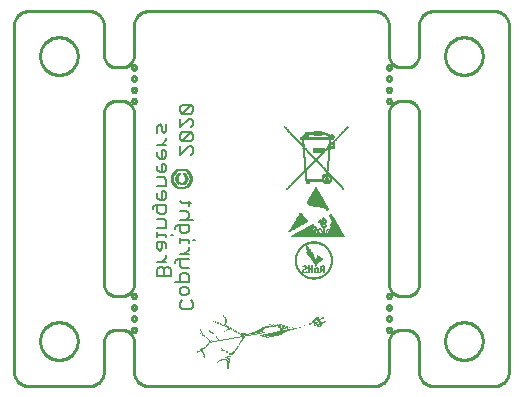
<source format=gbr>
G04 EAGLE Gerber RS-274X export*
G75*
%MOIN*%
%FSLAX34Y34*%
%LPD*%
%INSilkscreen Bottom*%
%IPPOS*%
%AMOC8*
5,1,8,0,0,1.08239X$1,22.5*%
G01*
%ADD10C,0.006000*%
%ADD11R,0.007000X0.000500*%
%ADD12R,0.006500X0.000500*%
%ADD13R,0.011000X0.000500*%
%ADD14R,0.008000X0.000500*%
%ADD15R,0.011500X0.000500*%
%ADD16R,0.014000X0.000500*%
%ADD17R,0.016500X0.000500*%
%ADD18R,0.017500X0.000500*%
%ADD19R,0.019500X0.000500*%
%ADD20R,0.020500X0.000500*%
%ADD21R,0.022000X0.000500*%
%ADD22R,0.023500X0.000500*%
%ADD23R,0.024500X0.000500*%
%ADD24R,0.025500X0.000500*%
%ADD25R,0.026500X0.000500*%
%ADD26R,0.027500X0.000500*%
%ADD27R,0.028500X0.000500*%
%ADD28R,0.029500X0.000500*%
%ADD29R,0.013000X0.000500*%
%ADD30R,0.012000X0.000500*%
%ADD31R,0.065000X0.000500*%
%ADD32R,0.010500X0.000500*%
%ADD33R,0.010000X0.000500*%
%ADD34R,0.064500X0.000500*%
%ADD35R,0.000500X0.000500*%
%ADD36R,0.009500X0.000500*%
%ADD37R,0.064000X0.000500*%
%ADD38R,0.004500X0.000500*%
%ADD39R,0.009000X0.000500*%
%ADD40R,0.063500X0.000500*%
%ADD41R,0.007500X0.000500*%
%ADD42R,0.063000X0.000500*%
%ADD43R,0.008500X0.000500*%
%ADD44R,0.006000X0.000500*%
%ADD45R,0.015000X0.000500*%
%ADD46R,0.015500X0.000500*%
%ADD47R,0.014500X0.000500*%
%ADD48R,0.005500X0.000500*%
%ADD49R,0.002500X0.000500*%
%ADD50R,0.012500X0.000500*%
%ADD51R,0.016000X0.000500*%
%ADD52R,0.032500X0.000500*%
%ADD53R,0.031500X0.000500*%
%ADD54R,0.030500X0.000500*%
%ADD55R,0.030000X0.000500*%
%ADD56R,0.029000X0.000500*%
%ADD57R,0.028000X0.000500*%
%ADD58R,0.027000X0.000500*%
%ADD59R,0.026000X0.000500*%
%ADD60R,0.023000X0.000500*%
%ADD61R,0.019000X0.000500*%
%ADD62R,0.017000X0.000500*%
%ADD63R,0.013500X0.000500*%
%ADD64R,0.038500X0.000500*%
%ADD65R,0.039500X0.000500*%
%ADD66R,0.040000X0.000500*%
%ADD67R,0.040500X0.000500*%
%ADD68R,0.041000X0.000500*%
%ADD69R,0.041500X0.000500*%
%ADD70R,0.042000X0.000500*%
%ADD71R,0.042500X0.000500*%
%ADD72R,0.043000X0.000500*%
%ADD73R,0.043500X0.000500*%
%ADD74R,0.037000X0.000500*%
%ADD75R,0.025000X0.000500*%
%ADD76R,0.024000X0.000500*%
%ADD77R,0.020000X0.000500*%
%ADD78R,0.004000X0.000500*%
%ADD79R,0.111500X0.000500*%
%ADD80R,0.112500X0.000500*%
%ADD81R,0.113000X0.000500*%
%ADD82R,0.113500X0.000500*%
%ADD83R,0.114000X0.000500*%
%ADD84R,0.114500X0.000500*%
%ADD85R,0.115000X0.000500*%
%ADD86R,0.115500X0.000500*%
%ADD87R,0.116000X0.000500*%
%ADD88R,0.018000X0.000500*%
%ADD89R,0.018500X0.000500*%
%ADD90R,0.021000X0.000500*%
%ADD91R,0.021500X0.000500*%
%ADD92R,0.050500X0.000500*%
%ADD93R,0.033500X0.000500*%
%ADD94R,0.070000X0.000500*%
%ADD95R,0.068500X0.000500*%
%ADD96R,0.066500X0.000500*%
%ADD97R,0.053500X0.000500*%
%ADD98R,0.048500X0.000500*%
%ADD99R,0.036500X0.000500*%
%ADD100R,0.005000X0.000500*%
%ADD101R,0.003500X0.000500*%
%ADD102R,0.003000X0.000500*%
%ADD103R,0.002000X0.000500*%
%ADD104R,0.001500X0.000500*%
%ADD105R,0.001000X0.000500*%
%ADD106R,0.070500X0.000500*%
%ADD107R,0.125500X0.000500*%
%ADD108R,0.177500X0.000500*%
%ADD109R,0.177000X0.000500*%
%ADD110R,0.175500X0.000500*%
%ADD111R,0.174500X0.000500*%
%ADD112R,0.173500X0.000500*%
%ADD113R,0.171500X0.000500*%
%ADD114R,0.171000X0.000500*%
%ADD115R,0.170000X0.000500*%
%ADD116R,0.169000X0.000500*%
%ADD117R,0.167500X0.000500*%
%ADD118R,0.166000X0.000500*%
%ADD119R,0.165000X0.000500*%
%ADD120R,0.163500X0.000500*%
%ADD121R,0.163000X0.000500*%
%ADD122R,0.161500X0.000500*%
%ADD123R,0.160000X0.000500*%
%ADD124R,0.073500X0.000500*%
%ADD125R,0.084500X0.000500*%
%ADD126R,0.051000X0.000500*%
%ADD127R,0.081500X0.000500*%
%ADD128R,0.079500X0.000500*%
%ADD129R,0.050000X0.000500*%
%ADD130R,0.049500X0.000500*%
%ADD131R,0.049000X0.000500*%
%ADD132R,0.061500X0.000500*%
%ADD133R,0.048000X0.000500*%
%ADD134R,0.060500X0.000500*%
%ADD135R,0.047500X0.000500*%
%ADD136R,0.059000X0.000500*%
%ADD137R,0.046500X0.000500*%
%ADD138R,0.058000X0.000500*%
%ADD139R,0.056500X0.000500*%
%ADD140R,0.045500X0.000500*%
%ADD141R,0.055500X0.000500*%
%ADD142R,0.055000X0.000500*%
%ADD143R,0.045000X0.000500*%
%ADD144R,0.054500X0.000500*%
%ADD145R,0.053000X0.000500*%
%ADD146R,0.044000X0.000500*%
%ADD147R,0.052000X0.000500*%
%ADD148R,0.051500X0.000500*%
%ADD149R,0.038000X0.000500*%
%ADD150R,0.035500X0.000500*%
%ADD151R,0.034000X0.000500*%
%ADD152R,0.044500X0.000500*%
%ADD153R,0.033000X0.000500*%
%ADD154R,0.031000X0.000500*%
%ADD155R,0.037500X0.000500*%
%ADD156R,0.036000X0.000500*%
%ADD157R,0.035000X0.000500*%
%ADD158R,0.034500X0.000500*%
%ADD159R,0.022500X0.000500*%
%ADD160R,0.039000X0.000500*%
%ADD161R,0.046000X0.000500*%
%ADD162R,0.054000X0.000500*%
%ADD163R,0.056000X0.000500*%
%ADD164R,0.057000X0.000500*%
%ADD165R,0.058500X0.000500*%
%ADD166R,0.059500X0.000500*%
%ADD167R,0.060000X0.000500*%
%ADD168R,0.061000X0.000500*%
%ADD169R,0.062500X0.000500*%
%ADD170R,0.047000X0.000500*%
%ADD171R,0.000150X0.004350*%
%ADD172R,0.000150X0.007800*%
%ADD173R,0.000150X0.010200*%
%ADD174R,0.000150X0.012000*%
%ADD175R,0.000150X0.013650*%
%ADD176R,0.000150X0.015000*%
%ADD177R,0.000150X0.016350*%
%ADD178R,0.000150X0.017700*%
%ADD179R,0.000150X0.018750*%
%ADD180R,0.000150X0.019800*%
%ADD181R,0.000150X0.020700*%
%ADD182R,0.000150X0.021900*%
%ADD183R,0.000150X0.022650*%
%ADD184R,0.000150X0.023400*%
%ADD185R,0.000150X0.024300*%
%ADD186R,0.000150X0.025200*%
%ADD187R,0.000150X0.025800*%
%ADD188R,0.000150X0.026700*%
%ADD189R,0.000150X0.027450*%
%ADD190R,0.000150X0.028200*%
%ADD191R,0.000150X0.028800*%
%ADD192R,0.000150X0.029400*%
%ADD193R,0.000150X0.030000*%
%ADD194R,0.000150X0.030900*%
%ADD195R,0.000150X0.031350*%
%ADD196R,0.000150X0.031800*%
%ADD197R,0.000150X0.032400*%
%ADD198R,0.000150X0.033000*%
%ADD199R,0.000150X0.033600*%
%ADD200R,0.000150X0.034200*%
%ADD201R,0.000150X0.034800*%
%ADD202R,0.000150X0.035100*%
%ADD203R,0.000150X0.035700*%
%ADD204R,0.000150X0.036300*%
%ADD205R,0.000150X0.036900*%
%ADD206R,0.000150X0.037200*%
%ADD207R,0.000150X0.037800*%
%ADD208R,0.000150X0.038100*%
%ADD209R,0.000150X0.038700*%
%ADD210R,0.000150X0.039000*%
%ADD211R,0.000150X0.039600*%
%ADD212R,0.000150X0.039900*%
%ADD213R,0.000150X0.040500*%
%ADD214R,0.000150X0.040800*%
%ADD215R,0.000150X0.041400*%
%ADD216R,0.000150X0.041700*%
%ADD217R,0.000150X0.042000*%
%ADD218R,0.000150X0.042600*%
%ADD219R,0.000150X0.042900*%
%ADD220R,0.000150X0.043200*%
%ADD221R,0.000150X0.043800*%
%ADD222R,0.000150X0.044100*%
%ADD223R,0.000150X0.044400*%
%ADD224R,0.000150X0.019950*%
%ADD225R,0.000150X0.018750*%
%ADD226R,0.000150X0.018900*%
%ADD227R,0.000150X0.018000*%
%ADD228R,0.000150X0.017250*%
%ADD229R,0.000150X0.016800*%
%ADD230R,0.000150X0.016500*%
%ADD231R,0.000150X0.016050*%
%ADD232R,0.000150X0.015600*%
%ADD233R,0.000150X0.015750*%
%ADD234R,0.000150X0.015450*%
%ADD235R,0.000150X0.015150*%
%ADD236R,0.000150X0.015000*%
%ADD237R,0.000150X0.014700*%
%ADD238R,0.000150X0.014700*%
%ADD239R,0.000150X0.014400*%
%ADD240R,0.000150X0.014100*%
%ADD241R,0.000150X0.013950*%
%ADD242R,0.000150X0.013950*%
%ADD243R,0.000150X0.013800*%
%ADD244R,0.000150X0.013650*%
%ADD245R,0.000150X0.013500*%
%ADD246R,0.000150X0.013200*%
%ADD247R,0.000150X0.013350*%
%ADD248R,0.000150X0.013050*%
%ADD249R,0.000150X0.012900*%
%ADD250R,0.000150X0.013050*%
%ADD251R,0.000150X0.012750*%
%ADD252R,0.000150X0.012900*%
%ADD253R,0.000150X0.012600*%
%ADD254R,0.000150X0.012450*%
%ADD255R,0.000150X0.012450*%
%ADD256R,0.000150X0.012300*%
%ADD257R,0.000150X0.012450*%
%ADD258R,0.000150X0.012150*%
%ADD259R,0.000150X0.012000*%
%ADD260R,0.000150X0.011850*%
%ADD261R,0.000150X0.011700*%
%ADD262R,0.000150X0.011700*%
%ADD263R,0.000150X0.011700*%
%ADD264R,0.000150X0.011700*%
%ADD265R,0.000150X0.011550*%
%ADD266R,0.000150X0.011400*%
%ADD267R,0.000150X0.011400*%
%ADD268R,0.000150X0.011250*%
%ADD269R,0.000150X0.011250*%
%ADD270R,0.000150X0.011100*%
%ADD271R,0.000150X0.010950*%
%ADD272R,0.000150X0.010950*%
%ADD273R,0.000150X0.010950*%
%ADD274R,0.000150X0.010950*%
%ADD275R,0.000150X0.010800*%
%ADD276R,0.000150X0.010650*%
%ADD277R,0.000150X0.010650*%
%ADD278R,0.000150X0.010650*%
%ADD279R,0.000150X0.010650*%
%ADD280R,0.000150X0.010500*%
%ADD281R,0.000150X0.003600*%
%ADD282R,0.000150X0.006000*%
%ADD283R,0.000150X0.010350*%
%ADD284R,0.000150X0.009450*%
%ADD285R,0.000150X0.010350*%
%ADD286R,0.000150X0.010200*%
%ADD287R,0.000150X0.010050*%
%ADD288R,0.000150X0.014250*%
%ADD289R,0.000150X0.009900*%
%ADD290R,0.000150X0.015150*%
%ADD291R,0.000150X0.015900*%
%ADD292R,0.000150X0.016650*%
%ADD293R,0.000150X0.009900*%
%ADD294R,0.000150X0.017850*%
%ADD295R,0.000150X0.009900*%
%ADD296R,0.000150X0.018450*%
%ADD297R,0.000150X0.009750*%
%ADD298R,0.000150X0.019050*%
%ADD299R,0.000150X0.019650*%
%ADD300R,0.000150X0.009600*%
%ADD301R,0.000150X0.020250*%
%ADD302R,0.000150X0.009600*%
%ADD303R,0.000150X0.021150*%
%ADD304R,0.000150X0.021750*%
%ADD305R,0.000150X0.022050*%
%ADD306R,0.000150X0.009450*%
%ADD307R,0.000150X0.023100*%
%ADD308R,0.000150X0.009300*%
%ADD309R,0.000150X0.023550*%
%ADD310R,0.000150X0.023850*%
%ADD311R,0.000150X0.024450*%
%ADD312R,0.000150X0.009300*%
%ADD313R,0.000150X0.024750*%
%ADD314R,0.000150X0.025050*%
%ADD315R,0.000150X0.025650*%
%ADD316R,0.000150X0.025950*%
%ADD317R,0.000150X0.009150*%
%ADD318R,0.000150X0.026250*%
%ADD319R,0.000150X0.026550*%
%ADD320R,0.000150X0.009150*%
%ADD321R,0.000150X0.027000*%
%ADD322R,0.000150X0.009150*%
%ADD323R,0.000150X0.009000*%
%ADD324R,0.000150X0.027750*%
%ADD325R,0.000150X0.028050*%
%ADD326R,0.000150X0.028350*%
%ADD327R,0.000150X0.008850*%
%ADD328R,0.000150X0.028650*%
%ADD329R,0.000150X0.009000*%
%ADD330R,0.000150X0.028950*%
%ADD331R,0.000150X0.029250*%
%ADD332R,0.000150X0.029550*%
%ADD333R,0.000150X0.029850*%
%ADD334R,0.000150X0.030150*%
%ADD335R,0.000150X0.008850*%
%ADD336R,0.000150X0.030450*%
%ADD337R,0.000150X0.030750*%
%ADD338R,0.000150X0.031050*%
%ADD339R,0.000150X0.008700*%
%ADD340R,0.000150X0.031200*%
%ADD341R,0.000150X0.008700*%
%ADD342R,0.000150X0.008700*%
%ADD343R,0.000150X0.031650*%
%ADD344R,0.000150X0.031950*%
%ADD345R,0.000150X0.032250*%
%ADD346R,0.000150X0.008550*%
%ADD347R,0.000150X0.014550*%
%ADD348R,0.000150X0.008550*%
%ADD349R,0.000150X0.013650*%
%ADD350R,0.000150X0.012900*%
%ADD351R,0.000150X0.012300*%
%ADD352R,0.000150X0.012150*%
%ADD353R,0.000150X0.008400*%
%ADD354R,0.000150X0.008400*%
%ADD355R,0.000150X0.011100*%
%ADD356R,0.000150X0.008250*%
%ADD357R,0.000150X0.008250*%
%ADD358R,0.000150X0.009900*%
%ADD359R,0.000150X0.008400*%
%ADD360R,0.000150X0.009750*%
%ADD361R,0.000150X0.009450*%
%ADD362R,0.000150X0.009450*%
%ADD363R,0.000150X0.008100*%
%ADD364R,0.000150X0.008100*%
%ADD365R,0.000150X0.007950*%
%ADD366R,0.000150X0.007950*%
%ADD367R,0.000150X0.007950*%
%ADD368R,0.000150X0.007950*%
%ADD369R,0.000150X0.007800*%
%ADD370R,0.000150X0.008400*%
%ADD371R,0.000150X0.010200*%
%ADD372R,0.000150X0.010200*%
%ADD373R,0.000150X0.010800*%
%ADD374R,0.000150X0.011850*%
%ADD375R,0.000150X0.013200*%
%ADD376R,0.000150X0.013350*%
%ADD377R,0.000150X0.008700*%
%ADD378R,0.000150X0.013800*%
%ADD379R,0.000150X0.032550*%
%ADD380R,0.000150X0.031950*%
%ADD381R,0.000150X0.031650*%
%ADD382R,0.000150X0.030750*%
%ADD383R,0.000150X0.030450*%
%ADD384R,0.000150X0.029250*%
%ADD385R,0.000150X0.028950*%
%ADD386R,0.000150X0.027750*%
%ADD387R,0.000150X0.027450*%
%ADD388R,0.000150X0.026850*%
%ADD389R,0.000150X0.025950*%
%ADD390R,0.000150X0.025650*%
%ADD391R,0.000150X0.023850*%
%ADD392R,0.000150X0.023550*%
%ADD393R,0.000150X0.021750*%
%ADD394R,0.000150X0.021150*%
%ADD395R,0.000150X0.020850*%
%ADD396R,0.000150X0.019050*%
%ADD397R,0.000150X0.018450*%
%ADD398R,0.000150X0.015900*%
%ADD399R,0.000150X0.006150*%
%ADD400R,0.000150X0.010500*%
%ADD401R,0.000150X0.003750*%
%ADD402R,0.000150X0.012750*%
%ADD403R,0.000150X0.013650*%
%ADD404R,0.000150X0.014700*%
%ADD405R,0.000150X0.014700*%
%ADD406R,0.000150X0.014850*%
%ADD407R,0.000150X0.016050*%
%ADD408R,0.000150X0.016500*%
%ADD409R,0.000150X0.018900*%
%ADD410R,0.000150X0.043200*%
%ADD411R,0.000150X0.042900*%
%ADD412R,0.000150X0.041400*%
%ADD413R,0.000150X0.040800*%
%ADD414R,0.000150X0.039000*%
%ADD415R,0.000150X0.038700*%
%ADD416R,0.000150X0.036900*%
%ADD417R,0.000150X0.036300*%
%ADD418R,0.000150X0.035400*%
%ADD419R,0.000150X0.034200*%
%ADD420R,0.000150X0.033600*%
%ADD421R,0.000150X0.031200*%
%ADD422R,0.000150X0.030600*%
%ADD423R,0.000150X0.028200*%
%ADD424R,0.000150X0.027600*%
%ADD425R,0.000150X0.024300*%
%ADD426R,0.000150X0.023400*%
%ADD427R,0.000150X0.022500*%
%ADD428R,0.000150X0.021600*%
%ADD429R,0.000150X0.021000*%
%ADD430R,0.000150X0.019800*%
%ADD431R,0.000150X0.013500*%
%ADD432R,0.000150X0.004500*%
%ADD433R,0.004000X0.001000*%
%ADD434R,0.005000X0.001000*%
%ADD435R,0.006000X0.001000*%
%ADD436R,0.007000X0.001000*%
%ADD437R,0.008000X0.001000*%
%ADD438R,0.009000X0.001000*%
%ADD439R,0.010000X0.001000*%
%ADD440R,0.011000X0.001000*%
%ADD441R,0.003000X0.001000*%
%ADD442R,0.012000X0.001000*%
%ADD443R,0.014000X0.001000*%
%ADD444R,0.015000X0.001000*%
%ADD445R,0.016000X0.001000*%
%ADD446R,0.020000X0.001000*%
%ADD447R,0.038000X0.001000*%
%ADD448R,0.039000X0.001000*%
%ADD449R,0.040000X0.001000*%
%ADD450R,0.042000X0.001000*%
%ADD451R,0.033000X0.001000*%
%ADD452R,0.029000X0.001000*%
%ADD453R,0.021000X0.001000*%
%ADD454R,0.018000X0.001000*%
%ADD455R,0.013000X0.001000*%
%ADD456R,0.017000X0.001000*%
%ADD457R,0.019000X0.001000*%
%ADD458R,0.023000X0.001000*%
%ADD459R,0.002000X0.001000*%
%ADD460R,0.025000X0.001000*%
%ADD461R,0.036000X0.001000*%
%ADD462R,0.022000X0.001000*%
%ADD463R,0.030000X0.001000*%
%ADD464R,0.045000X0.001000*%
%ADD465R,0.050000X0.001000*%
%ADD466R,0.055000X0.001000*%
%ADD467R,0.061000X0.001000*%
%ADD468R,0.066000X0.001000*%
%ADD469R,0.071000X0.001000*%
%ADD470R,0.075000X0.001000*%
%ADD471R,0.081000X0.001000*%
%ADD472R,0.086000X0.001000*%
%ADD473R,0.091000X0.001000*%
%ADD474R,0.024000X0.001000*%
%ADD475R,0.100000X0.001000*%
%ADD476R,0.026000X0.001000*%
%ADD477R,0.111000X0.001000*%
%ADD478R,0.027000X0.001000*%
%ADD479R,0.127000X0.001000*%
%ADD480R,0.034000X0.001000*%
%ADD481R,0.092000X0.001000*%
%ADD482R,0.041000X0.001000*%
%ADD483R,0.107000X0.001000*%
%ADD484R,0.046000X0.001000*%
%ADD485R,0.160000X0.001000*%
%ADD486R,0.158000X0.001000*%
%ADD487R,0.116000X0.001000*%
%ADD488R,0.082000X0.001000*%
%ADD489R,0.051000X0.001000*%
%ADD490R,0.191000X0.001000*%
%ADD491R,0.053000X0.001000*%
%ADD492R,0.043000X0.001000*%
%ADD493R,0.189000X0.001000*%
%ADD494R,0.044000X0.001000*%
%ADD495R,0.087000X0.001000*%
%ADD496R,0.078000X0.001000*%
%ADD497R,0.080000X0.001000*%
%ADD498R,0.032000X0.001000*%
%ADD499R,0.031000X0.001000*%
%ADD500R,0.076000X0.001000*%
%ADD501R,0.028000X0.001000*%
%ADD502R,0.037000X0.001000*%
%ADD503R,0.067000X0.001000*%
%ADD504R,0.062000X0.001000*%
%ADD505R,0.057000X0.001000*%
%ADD506R,0.001000X0.001000*%
%ADD507R,0.052000X0.001000*%
%ADD508C,0.010000*%


D10*
X-2103Y-7648D02*
X-2030Y-7721D01*
X-2030Y-7868D01*
X-2103Y-7942D01*
X-2397Y-7942D01*
X-2470Y-7868D01*
X-2470Y-7721D01*
X-2397Y-7648D01*
X-2470Y-7408D02*
X-2470Y-7261D01*
X-2397Y-7188D01*
X-2250Y-7188D01*
X-2176Y-7261D01*
X-2176Y-7408D01*
X-2250Y-7481D01*
X-2397Y-7481D01*
X-2470Y-7408D01*
X-2617Y-7021D02*
X-2176Y-7021D01*
X-2176Y-6801D01*
X-2250Y-6727D01*
X-2397Y-6727D01*
X-2470Y-6801D01*
X-2470Y-7021D01*
X-2397Y-6560D02*
X-2176Y-6560D01*
X-2397Y-6560D02*
X-2470Y-6487D01*
X-2470Y-6267D01*
X-2543Y-6267D02*
X-2176Y-6267D01*
X-2543Y-6267D02*
X-2617Y-6340D01*
X-2617Y-6414D01*
X-2470Y-6100D02*
X-2176Y-6100D01*
X-2323Y-6100D02*
X-2176Y-5953D01*
X-2176Y-5880D01*
X-2176Y-5716D02*
X-2176Y-5643D01*
X-2470Y-5643D01*
X-2470Y-5716D02*
X-2470Y-5569D01*
X-2030Y-5643D02*
X-1956Y-5643D01*
X-2617Y-5263D02*
X-2617Y-5189D01*
X-2543Y-5116D01*
X-2176Y-5116D01*
X-2176Y-5336D01*
X-2250Y-5409D01*
X-2397Y-5409D01*
X-2470Y-5336D01*
X-2470Y-5116D01*
X-2470Y-4949D02*
X-2030Y-4949D01*
X-2176Y-4876D02*
X-2250Y-4949D01*
X-2176Y-4876D02*
X-2176Y-4729D01*
X-2250Y-4655D01*
X-2470Y-4655D01*
X-2397Y-4415D02*
X-2103Y-4415D01*
X-2397Y-4415D02*
X-2470Y-4342D01*
X-2176Y-4342D02*
X-2176Y-4489D01*
X-2470Y-2800D02*
X-2470Y-2507D01*
X-2470Y-2800D02*
X-2176Y-2507D01*
X-2103Y-2507D01*
X-2030Y-2580D01*
X-2030Y-2727D01*
X-2103Y-2800D01*
X-2103Y-2340D02*
X-2397Y-2340D01*
X-2103Y-2340D02*
X-2030Y-2267D01*
X-2030Y-2120D01*
X-2103Y-2046D01*
X-2397Y-2046D01*
X-2470Y-2120D01*
X-2470Y-2267D01*
X-2397Y-2340D01*
X-2103Y-2046D01*
X-2470Y-1880D02*
X-2470Y-1586D01*
X-2470Y-1880D02*
X-2176Y-1586D01*
X-2103Y-1586D01*
X-2030Y-1659D01*
X-2030Y-1806D01*
X-2103Y-1880D01*
X-2103Y-1419D02*
X-2397Y-1419D01*
X-2103Y-1419D02*
X-2030Y-1346D01*
X-2030Y-1199D01*
X-2103Y-1126D01*
X-2397Y-1126D01*
X-2470Y-1199D01*
X-2470Y-1346D01*
X-2397Y-1419D01*
X-2103Y-1126D01*
X-2780Y-6829D02*
X-3220Y-6829D01*
X-2780Y-6829D02*
X-2780Y-6609D01*
X-2853Y-6535D01*
X-2926Y-6535D01*
X-3000Y-6609D01*
X-3073Y-6535D01*
X-3147Y-6535D01*
X-3220Y-6609D01*
X-3220Y-6829D01*
X-3000Y-6829D02*
X-3000Y-6609D01*
X-2926Y-6369D02*
X-3220Y-6369D01*
X-3073Y-6369D02*
X-2926Y-6222D01*
X-2926Y-6148D01*
X-2926Y-5911D02*
X-2926Y-5765D01*
X-3000Y-5691D01*
X-3220Y-5691D01*
X-3220Y-5911D01*
X-3147Y-5985D01*
X-3073Y-5911D01*
X-3073Y-5691D01*
X-2926Y-5524D02*
X-2926Y-5451D01*
X-3220Y-5451D01*
X-3220Y-5524D02*
X-3220Y-5378D01*
X-2780Y-5451D02*
X-2706Y-5451D01*
X-2926Y-5218D02*
X-3220Y-5218D01*
X-2926Y-5218D02*
X-2926Y-4997D01*
X-3000Y-4924D01*
X-3220Y-4924D01*
X-3367Y-4610D02*
X-3367Y-4537D01*
X-3293Y-4464D01*
X-2926Y-4464D01*
X-2926Y-4684D01*
X-3000Y-4757D01*
X-3147Y-4757D01*
X-3220Y-4684D01*
X-3220Y-4464D01*
X-3220Y-4223D02*
X-3220Y-4077D01*
X-3220Y-4223D02*
X-3147Y-4297D01*
X-3000Y-4297D01*
X-2926Y-4223D01*
X-2926Y-4077D01*
X-3000Y-4003D01*
X-3073Y-4003D01*
X-3073Y-4297D01*
X-3220Y-3836D02*
X-2926Y-3836D01*
X-2926Y-3616D01*
X-3000Y-3543D01*
X-3220Y-3543D01*
X-3220Y-3303D02*
X-3220Y-3156D01*
X-3220Y-3303D02*
X-3147Y-3376D01*
X-3000Y-3376D01*
X-2926Y-3303D01*
X-2926Y-3156D01*
X-3000Y-3082D01*
X-3073Y-3082D01*
X-3073Y-3376D01*
X-3220Y-2842D02*
X-3220Y-2695D01*
X-3220Y-2842D02*
X-3147Y-2916D01*
X-3000Y-2916D01*
X-2926Y-2842D01*
X-2926Y-2695D01*
X-3000Y-2622D01*
X-3073Y-2622D01*
X-3073Y-2916D01*
X-3220Y-2455D02*
X-2926Y-2455D01*
X-3073Y-2455D02*
X-2926Y-2308D01*
X-2926Y-2235D01*
X-3220Y-2072D02*
X-3220Y-1851D01*
X-3147Y-1778D01*
X-3073Y-1851D01*
X-3073Y-1998D01*
X-3000Y-2072D01*
X-2926Y-1998D01*
X-2926Y-1778D01*
D11*
X1112Y-3951D03*
D12*
X2984Y-3951D03*
D11*
X1117Y-3946D03*
X2982Y-3946D03*
X1122Y-3941D03*
X2977Y-3941D03*
X1127Y-3936D03*
X2972Y-3936D03*
X1132Y-3931D03*
X2967Y-3931D03*
X1137Y-3926D03*
X2962Y-3926D03*
X1142Y-3921D03*
X2957Y-3921D03*
X1147Y-3916D03*
D12*
X2954Y-3916D03*
D11*
X1152Y-3911D03*
D12*
X2949Y-3911D03*
D11*
X1157Y-3906D03*
D12*
X2944Y-3906D03*
D11*
X1162Y-3901D03*
D12*
X2939Y-3901D03*
D11*
X1167Y-3896D03*
D12*
X2934Y-3896D03*
D11*
X1172Y-3891D03*
D12*
X2929Y-3891D03*
D11*
X1177Y-3886D03*
D12*
X2924Y-3886D03*
D11*
X1182Y-3881D03*
D12*
X2919Y-3881D03*
D11*
X1187Y-3876D03*
X2917Y-3876D03*
X1192Y-3871D03*
X2912Y-3871D03*
X1197Y-3866D03*
X2907Y-3866D03*
X1202Y-3861D03*
X2902Y-3861D03*
X1207Y-3856D03*
X2897Y-3856D03*
X1212Y-3851D03*
X2892Y-3851D03*
X1217Y-3846D03*
X2887Y-3846D03*
X1222Y-3841D03*
X2882Y-3841D03*
X1227Y-3836D03*
X2877Y-3836D03*
X1232Y-3831D03*
X2872Y-3831D03*
X1237Y-3826D03*
X2867Y-3826D03*
X1242Y-3821D03*
D12*
X2864Y-3821D03*
D11*
X1247Y-3816D03*
D12*
X2859Y-3816D03*
D11*
X1252Y-3811D03*
D12*
X2854Y-3811D03*
D11*
X1257Y-3806D03*
D12*
X2849Y-3806D03*
D11*
X1262Y-3801D03*
D12*
X2844Y-3801D03*
D11*
X1267Y-3796D03*
D12*
X2839Y-3796D03*
X1269Y-3791D03*
X2834Y-3791D03*
X1274Y-3786D03*
X2829Y-3786D03*
X1279Y-3781D03*
D13*
X1802Y-3781D03*
D14*
X2437Y-3781D03*
D11*
X2827Y-3781D03*
D12*
X1284Y-3776D03*
D13*
X1802Y-3776D03*
D15*
X2434Y-3776D03*
D11*
X2822Y-3776D03*
D12*
X1289Y-3771D03*
D13*
X1802Y-3771D03*
D16*
X2437Y-3771D03*
D11*
X2817Y-3771D03*
D12*
X1294Y-3766D03*
D13*
X1802Y-3766D03*
D17*
X2434Y-3766D03*
D11*
X2812Y-3766D03*
D12*
X1299Y-3761D03*
D13*
X1802Y-3761D03*
D18*
X2434Y-3761D03*
D11*
X2807Y-3761D03*
D12*
X1304Y-3756D03*
D13*
X1802Y-3756D03*
D19*
X2434Y-3756D03*
D11*
X2802Y-3756D03*
D12*
X1309Y-3751D03*
D13*
X1802Y-3751D03*
D20*
X2434Y-3751D03*
D11*
X2797Y-3751D03*
D12*
X1314Y-3746D03*
D13*
X1802Y-3746D03*
D21*
X2437Y-3746D03*
D11*
X2792Y-3746D03*
D12*
X1319Y-3741D03*
D13*
X1802Y-3741D03*
D22*
X2434Y-3741D03*
D11*
X2787Y-3741D03*
D12*
X1324Y-3736D03*
D13*
X1802Y-3736D03*
D23*
X2434Y-3736D03*
D11*
X2782Y-3736D03*
X1327Y-3731D03*
D13*
X1802Y-3731D03*
D24*
X2434Y-3731D03*
D11*
X2777Y-3731D03*
X1332Y-3726D03*
D13*
X1802Y-3726D03*
D25*
X2434Y-3726D03*
D12*
X2774Y-3726D03*
D11*
X1337Y-3721D03*
D13*
X1802Y-3721D03*
D25*
X2434Y-3721D03*
D12*
X2769Y-3721D03*
D11*
X1342Y-3716D03*
D13*
X1802Y-3716D03*
D26*
X2434Y-3716D03*
D12*
X2764Y-3716D03*
D11*
X1347Y-3711D03*
D13*
X1802Y-3711D03*
D27*
X2434Y-3711D03*
D12*
X2759Y-3711D03*
D11*
X1352Y-3706D03*
D13*
X1802Y-3706D03*
D28*
X2434Y-3706D03*
D12*
X2754Y-3706D03*
D11*
X1357Y-3701D03*
D13*
X1802Y-3701D03*
D29*
X2352Y-3701D03*
X2517Y-3701D03*
D12*
X2749Y-3701D03*
D11*
X1362Y-3696D03*
D15*
X1804Y-3696D03*
D30*
X2342Y-3696D03*
X2527Y-3696D03*
D12*
X2744Y-3696D03*
D11*
X1367Y-3691D03*
D31*
X2067Y-3691D03*
D13*
X2532Y-3691D03*
D12*
X2739Y-3691D03*
D11*
X1372Y-3686D03*
D31*
X2057Y-3686D03*
D32*
X2539Y-3686D03*
D12*
X2734Y-3686D03*
D11*
X1377Y-3681D03*
D31*
X2052Y-3681D03*
D33*
X2542Y-3681D03*
D11*
X2732Y-3681D03*
X1382Y-3676D03*
D34*
X2049Y-3676D03*
D33*
X2547Y-3676D03*
D11*
X2727Y-3676D03*
X1387Y-3671D03*
D34*
X2044Y-3671D03*
D35*
X2434Y-3671D03*
D36*
X2549Y-3671D03*
D11*
X2722Y-3671D03*
X1392Y-3666D03*
D37*
X2042Y-3666D03*
D38*
X2434Y-3666D03*
D39*
X2552Y-3666D03*
D11*
X2717Y-3666D03*
X1397Y-3661D03*
D40*
X2039Y-3661D03*
D12*
X2434Y-3661D03*
D39*
X2557Y-3661D03*
D11*
X2712Y-3661D03*
X1402Y-3656D03*
D40*
X2039Y-3656D03*
D41*
X2434Y-3656D03*
D39*
X2557Y-3656D03*
D11*
X2707Y-3656D03*
X1407Y-3651D03*
D42*
X2037Y-3651D03*
D43*
X2434Y-3651D03*
X2559Y-3651D03*
D11*
X2702Y-3651D03*
X1412Y-3646D03*
D42*
X2037Y-3646D03*
D36*
X2434Y-3646D03*
D43*
X2559Y-3646D03*
D11*
X2697Y-3646D03*
X1417Y-3641D03*
D42*
X2032Y-3641D03*
D32*
X2434Y-3641D03*
D43*
X2564Y-3641D03*
D11*
X2692Y-3641D03*
X1422Y-3636D03*
D42*
X2032Y-3636D03*
D32*
X2434Y-3636D03*
D43*
X2564Y-3636D03*
D11*
X2687Y-3636D03*
X1427Y-3631D03*
D44*
X1747Y-3631D03*
D43*
X2304Y-3631D03*
D13*
X2437Y-3631D03*
D43*
X2564Y-3631D03*
D12*
X2684Y-3631D03*
D11*
X1432Y-3626D03*
D44*
X1747Y-3626D03*
D43*
X2304Y-3626D03*
D15*
X2434Y-3626D03*
D43*
X2564Y-3626D03*
D12*
X2679Y-3626D03*
D11*
X1437Y-3621D03*
D44*
X1747Y-3621D03*
D43*
X2304Y-3621D03*
D15*
X2434Y-3621D03*
D43*
X2564Y-3621D03*
D12*
X2674Y-3621D03*
D11*
X1442Y-3616D03*
D44*
X1747Y-3616D03*
D43*
X2304Y-3616D03*
D15*
X2434Y-3616D03*
D43*
X2564Y-3616D03*
D12*
X2669Y-3616D03*
D11*
X1447Y-3611D03*
D44*
X1747Y-3611D03*
D43*
X2304Y-3611D03*
D15*
X2434Y-3611D03*
D14*
X2567Y-3611D03*
D12*
X2664Y-3611D03*
D11*
X1452Y-3606D03*
D44*
X1747Y-3606D03*
D43*
X2304Y-3606D03*
D15*
X2434Y-3606D03*
D43*
X2564Y-3606D03*
D12*
X2659Y-3606D03*
D11*
X1457Y-3601D03*
D44*
X1747Y-3601D03*
D43*
X2304Y-3601D03*
D15*
X2434Y-3601D03*
D43*
X2564Y-3601D03*
D12*
X2654Y-3601D03*
D11*
X1462Y-3596D03*
D44*
X1747Y-3596D03*
D43*
X2304Y-3596D03*
D15*
X2434Y-3596D03*
D43*
X2564Y-3596D03*
D12*
X2649Y-3596D03*
D11*
X1467Y-3591D03*
D44*
X1747Y-3591D03*
D43*
X2304Y-3591D03*
D32*
X2434Y-3591D03*
D43*
X2564Y-3591D03*
D12*
X2644Y-3591D03*
D11*
X1472Y-3586D03*
D44*
X1747Y-3586D03*
D43*
X2304Y-3586D03*
D32*
X2434Y-3586D03*
D45*
X2597Y-3586D03*
D11*
X1477Y-3581D03*
D44*
X1742Y-3581D03*
D43*
X2309Y-3581D03*
D36*
X2434Y-3581D03*
D46*
X2594Y-3581D03*
D11*
X1482Y-3576D03*
D44*
X1742Y-3576D03*
D43*
X2309Y-3576D03*
D39*
X2437Y-3576D03*
D45*
X2592Y-3576D03*
D11*
X1487Y-3571D03*
D44*
X1742Y-3571D03*
D39*
X2312Y-3571D03*
D43*
X2434Y-3571D03*
D45*
X2587Y-3571D03*
D11*
X1492Y-3566D03*
D44*
X1742Y-3566D03*
D39*
X2312Y-3566D03*
D12*
X2434Y-3566D03*
D47*
X2584Y-3566D03*
D11*
X1497Y-3561D03*
D44*
X1742Y-3561D03*
D39*
X2317Y-3561D03*
D48*
X2434Y-3561D03*
D47*
X2579Y-3561D03*
D11*
X1502Y-3556D03*
D44*
X1742Y-3556D03*
D36*
X2319Y-3556D03*
D49*
X2434Y-3556D03*
D47*
X2574Y-3556D03*
D11*
X1507Y-3551D03*
D44*
X1742Y-3551D03*
D33*
X2322Y-3551D03*
D16*
X2572Y-3551D03*
D11*
X1512Y-3546D03*
D44*
X1742Y-3546D03*
D33*
X2327Y-3546D03*
D16*
X2567Y-3546D03*
D11*
X1517Y-3541D03*
D44*
X1742Y-3541D03*
D32*
X2329Y-3541D03*
D47*
X2559Y-3541D03*
D11*
X1522Y-3536D03*
D44*
X1742Y-3536D03*
D32*
X2334Y-3536D03*
D47*
X2554Y-3536D03*
D11*
X1527Y-3531D03*
D44*
X1742Y-3531D03*
D15*
X2339Y-3531D03*
D45*
X2547Y-3531D03*
D11*
X1532Y-3526D03*
D12*
X1739Y-3526D03*
D50*
X2349Y-3526D03*
D51*
X2537Y-3526D03*
D11*
X1537Y-3521D03*
D44*
X1737Y-3521D03*
D52*
X2449Y-3521D03*
D12*
X1539Y-3516D03*
D44*
X1737Y-3516D03*
D53*
X2449Y-3516D03*
D12*
X1544Y-3511D03*
D44*
X1737Y-3511D03*
D54*
X2449Y-3511D03*
D12*
X1549Y-3506D03*
D44*
X1737Y-3506D03*
D55*
X2447Y-3506D03*
D12*
X1554Y-3501D03*
D44*
X1737Y-3501D03*
D56*
X2447Y-3501D03*
D12*
X1559Y-3496D03*
D44*
X1737Y-3496D03*
D57*
X2447Y-3496D03*
D12*
X1564Y-3491D03*
D44*
X1737Y-3491D03*
D58*
X2447Y-3491D03*
D12*
X1569Y-3486D03*
D44*
X1737Y-3486D03*
D59*
X2447Y-3486D03*
D12*
X1574Y-3481D03*
D44*
X1737Y-3481D03*
D24*
X2449Y-3481D03*
D12*
X1579Y-3476D03*
D44*
X1737Y-3476D03*
D23*
X2449Y-3476D03*
D12*
X1584Y-3471D03*
D44*
X1737Y-3471D03*
D60*
X2452Y-3471D03*
D12*
X1589Y-3466D03*
X1734Y-3466D03*
D21*
X2452Y-3466D03*
D12*
X1594Y-3461D03*
D44*
X1732Y-3461D03*
D20*
X2454Y-3461D03*
D12*
X1599Y-3456D03*
D44*
X1732Y-3456D03*
D61*
X2457Y-3456D03*
D12*
X1604Y-3451D03*
D44*
X1732Y-3451D03*
D62*
X2462Y-3451D03*
D12*
X1609Y-3446D03*
D44*
X1732Y-3446D03*
D45*
X2467Y-3446D03*
D11*
X1612Y-3441D03*
D44*
X1732Y-3441D03*
D50*
X2474Y-3441D03*
D11*
X1617Y-3436D03*
D44*
X1732Y-3436D03*
D15*
X2474Y-3436D03*
D11*
X1622Y-3431D03*
D44*
X1732Y-3431D03*
D13*
X2472Y-3431D03*
D11*
X1627Y-3426D03*
D44*
X1732Y-3426D03*
D32*
X2469Y-3426D03*
D11*
X1632Y-3421D03*
D44*
X1732Y-3421D03*
D33*
X2467Y-3421D03*
D11*
X1637Y-3416D03*
D44*
X1732Y-3416D03*
D36*
X2464Y-3416D03*
D11*
X1642Y-3411D03*
D44*
X1732Y-3411D03*
D39*
X2462Y-3411D03*
D11*
X1647Y-3406D03*
D44*
X1727Y-3406D03*
D43*
X2459Y-3406D03*
D11*
X1652Y-3401D03*
D44*
X1727Y-3401D03*
D14*
X2457Y-3401D03*
D11*
X1657Y-3396D03*
D44*
X1727Y-3396D03*
D41*
X2454Y-3396D03*
D29*
X1692Y-3391D03*
D11*
X2452Y-3391D03*
D50*
X1694Y-3386D03*
D12*
X2449Y-3386D03*
D30*
X1697Y-3381D03*
D11*
X2447Y-3381D03*
D15*
X1699Y-3376D03*
D41*
X2444Y-3376D03*
D13*
X1702Y-3371D03*
D14*
X2442Y-3371D03*
D32*
X1704Y-3366D03*
D43*
X2439Y-3366D03*
D33*
X1707Y-3361D03*
D39*
X2437Y-3361D03*
D36*
X1709Y-3356D03*
X2434Y-3356D03*
D39*
X1712Y-3351D03*
D33*
X2432Y-3351D03*
D14*
X1712Y-3346D03*
D32*
X2429Y-3346D03*
D41*
X1714Y-3341D03*
D32*
X2429Y-3341D03*
D11*
X1717Y-3336D03*
D15*
X2429Y-3336D03*
D11*
X1722Y-3331D03*
D30*
X2427Y-3331D03*
D11*
X1727Y-3326D03*
D50*
X2424Y-3326D03*
D41*
X1729Y-3321D03*
D12*
X2389Y-3321D03*
D44*
X2457Y-3321D03*
D14*
X1732Y-3316D03*
D12*
X2384Y-3316D03*
D44*
X2457Y-3316D03*
D43*
X1734Y-3311D03*
D12*
X2379Y-3311D03*
D44*
X2457Y-3311D03*
D39*
X1737Y-3306D03*
D12*
X2374Y-3306D03*
D44*
X2457Y-3306D03*
D36*
X1739Y-3301D03*
D12*
X2369Y-3301D03*
D44*
X2457Y-3301D03*
D33*
X1742Y-3296D03*
D12*
X2364Y-3296D03*
D44*
X2457Y-3296D03*
D13*
X1742Y-3291D03*
D12*
X2359Y-3291D03*
D44*
X2457Y-3291D03*
D15*
X1744Y-3286D03*
D11*
X2357Y-3286D03*
D44*
X2457Y-3286D03*
D30*
X1747Y-3281D03*
D11*
X2352Y-3281D03*
D12*
X2459Y-3281D03*
D50*
X1749Y-3276D03*
D11*
X2347Y-3276D03*
D44*
X2462Y-3276D03*
D29*
X1752Y-3271D03*
D11*
X2342Y-3271D03*
D44*
X2462Y-3271D03*
X1717Y-3266D03*
D11*
X1787Y-3266D03*
X2337Y-3266D03*
D44*
X2462Y-3266D03*
X1717Y-3261D03*
D11*
X1792Y-3261D03*
X2332Y-3261D03*
D44*
X2462Y-3261D03*
X1717Y-3256D03*
D11*
X1797Y-3256D03*
X2327Y-3256D03*
D44*
X2462Y-3256D03*
X1717Y-3251D03*
D11*
X1802Y-3251D03*
X2322Y-3251D03*
D44*
X2462Y-3251D03*
X1717Y-3246D03*
D11*
X1807Y-3246D03*
D12*
X2319Y-3246D03*
D44*
X2462Y-3246D03*
X1717Y-3241D03*
D12*
X1809Y-3241D03*
X2314Y-3241D03*
D44*
X2462Y-3241D03*
X1717Y-3236D03*
D12*
X1814Y-3236D03*
X2309Y-3236D03*
D44*
X2462Y-3236D03*
X1712Y-3231D03*
D12*
X1819Y-3231D03*
X2304Y-3231D03*
D44*
X2462Y-3231D03*
X1712Y-3226D03*
D12*
X1824Y-3226D03*
X2299Y-3226D03*
D44*
X2467Y-3226D03*
X1712Y-3221D03*
D12*
X1829Y-3221D03*
X2294Y-3221D03*
D44*
X2467Y-3221D03*
X1712Y-3216D03*
D12*
X1834Y-3216D03*
X2289Y-3216D03*
D44*
X2467Y-3216D03*
X1712Y-3211D03*
D12*
X1839Y-3211D03*
X2284Y-3211D03*
D44*
X2467Y-3211D03*
X1712Y-3206D03*
D12*
X1844Y-3206D03*
X2279Y-3206D03*
D44*
X2467Y-3206D03*
X1712Y-3201D03*
D12*
X1849Y-3201D03*
X2274Y-3201D03*
D44*
X2467Y-3201D03*
X1712Y-3196D03*
D12*
X1854Y-3196D03*
X2269Y-3196D03*
D44*
X2467Y-3196D03*
X1712Y-3191D03*
D12*
X1859Y-3191D03*
X2264Y-3191D03*
D44*
X2467Y-3191D03*
X1712Y-3186D03*
D12*
X1864Y-3186D03*
D11*
X2262Y-3186D03*
D44*
X2467Y-3186D03*
X1712Y-3181D03*
D12*
X1869Y-3181D03*
D11*
X2257Y-3181D03*
D44*
X2467Y-3181D03*
D12*
X1709Y-3176D03*
X1874Y-3176D03*
D11*
X2252Y-3176D03*
D44*
X2467Y-3176D03*
X1707Y-3171D03*
D12*
X1879Y-3171D03*
D11*
X2247Y-3171D03*
D44*
X2472Y-3171D03*
X1707Y-3166D03*
D12*
X1884Y-3166D03*
D11*
X2242Y-3166D03*
D44*
X2472Y-3166D03*
X1707Y-3161D03*
D12*
X1889Y-3161D03*
D11*
X2237Y-3161D03*
D44*
X2472Y-3161D03*
X1707Y-3156D03*
D11*
X1892Y-3156D03*
X2232Y-3156D03*
D44*
X2472Y-3156D03*
X1707Y-3151D03*
D11*
X1897Y-3151D03*
D12*
X2229Y-3151D03*
D44*
X2472Y-3151D03*
X1707Y-3146D03*
D11*
X1902Y-3146D03*
D12*
X2224Y-3146D03*
D44*
X2472Y-3146D03*
X1707Y-3141D03*
D11*
X1907Y-3141D03*
D12*
X2219Y-3141D03*
D44*
X2472Y-3141D03*
X1707Y-3136D03*
D11*
X1912Y-3136D03*
D12*
X2214Y-3136D03*
D44*
X2472Y-3136D03*
X1707Y-3131D03*
D11*
X1917Y-3131D03*
D12*
X2209Y-3131D03*
D44*
X2472Y-3131D03*
X1707Y-3126D03*
D11*
X1922Y-3126D03*
D12*
X2204Y-3126D03*
D44*
X2472Y-3126D03*
X1707Y-3121D03*
D11*
X1927Y-3121D03*
D12*
X2199Y-3121D03*
X2474Y-3121D03*
D44*
X1702Y-3116D03*
D11*
X1932Y-3116D03*
D12*
X2194Y-3116D03*
D44*
X2477Y-3116D03*
X1702Y-3111D03*
D11*
X1937Y-3111D03*
D12*
X2189Y-3111D03*
D44*
X2477Y-3111D03*
X1702Y-3106D03*
D11*
X1942Y-3106D03*
D12*
X2184Y-3106D03*
D44*
X2477Y-3106D03*
X1702Y-3101D03*
D11*
X1947Y-3101D03*
D12*
X2179Y-3101D03*
D44*
X2477Y-3101D03*
X1702Y-3096D03*
D11*
X1952Y-3096D03*
D12*
X2174Y-3096D03*
D44*
X2477Y-3096D03*
X1702Y-3091D03*
D11*
X1957Y-3091D03*
D12*
X2169Y-3091D03*
D44*
X2477Y-3091D03*
X1702Y-3086D03*
D11*
X1962Y-3086D03*
X2167Y-3086D03*
D44*
X2477Y-3086D03*
X1702Y-3081D03*
D11*
X1967Y-3081D03*
X2162Y-3081D03*
D44*
X2477Y-3081D03*
X1702Y-3076D03*
D11*
X1972Y-3076D03*
X2157Y-3076D03*
D44*
X2477Y-3076D03*
X1702Y-3071D03*
D11*
X1977Y-3071D03*
X2152Y-3071D03*
D44*
X2477Y-3071D03*
X1702Y-3066D03*
D11*
X1982Y-3066D03*
X2147Y-3066D03*
D12*
X2479Y-3066D03*
X1699Y-3061D03*
D11*
X1987Y-3061D03*
X2142Y-3061D03*
D44*
X2482Y-3061D03*
X1697Y-3056D03*
D11*
X1992Y-3056D03*
X2137Y-3056D03*
D44*
X2482Y-3056D03*
X1697Y-3051D03*
D11*
X1997Y-3051D03*
D12*
X2134Y-3051D03*
D44*
X2482Y-3051D03*
X1697Y-3046D03*
D11*
X2002Y-3046D03*
D12*
X2129Y-3046D03*
D44*
X2482Y-3046D03*
X1697Y-3041D03*
D11*
X2007Y-3041D03*
D12*
X2124Y-3041D03*
D44*
X2482Y-3041D03*
X1697Y-3036D03*
D11*
X2012Y-3036D03*
D12*
X2119Y-3036D03*
D44*
X2482Y-3036D03*
X1697Y-3031D03*
D11*
X2017Y-3031D03*
D12*
X2114Y-3031D03*
D44*
X2482Y-3031D03*
X1697Y-3026D03*
D11*
X2022Y-3026D03*
D12*
X2109Y-3026D03*
D44*
X2482Y-3026D03*
X1697Y-3021D03*
D11*
X2027Y-3021D03*
D12*
X2104Y-3021D03*
D44*
X2482Y-3021D03*
X1697Y-3016D03*
D63*
X2064Y-3016D03*
D44*
X2482Y-3016D03*
X1697Y-3011D03*
D50*
X2064Y-3011D03*
D44*
X2487Y-3011D03*
X1697Y-3006D03*
D15*
X2064Y-3006D03*
D44*
X2487Y-3006D03*
D12*
X1694Y-3001D03*
D32*
X2064Y-3001D03*
D44*
X2487Y-3001D03*
X1692Y-2996D03*
D36*
X2064Y-2996D03*
D44*
X2487Y-2996D03*
X1692Y-2991D03*
D43*
X2064Y-2991D03*
D44*
X2487Y-2991D03*
X1692Y-2986D03*
D14*
X2067Y-2986D03*
D44*
X2487Y-2986D03*
X1692Y-2981D03*
D11*
X2067Y-2981D03*
D44*
X2487Y-2981D03*
X1692Y-2976D03*
D14*
X2067Y-2976D03*
D44*
X2487Y-2976D03*
X1692Y-2971D03*
D39*
X2067Y-2971D03*
D44*
X2487Y-2971D03*
X1692Y-2966D03*
D36*
X2064Y-2966D03*
D44*
X2487Y-2966D03*
X1692Y-2961D03*
D32*
X2064Y-2961D03*
D12*
X2489Y-2961D03*
D44*
X1692Y-2956D03*
D13*
X2067Y-2956D03*
D44*
X2492Y-2956D03*
X1692Y-2951D03*
D30*
X2067Y-2951D03*
D44*
X2492Y-2951D03*
X1692Y-2946D03*
D29*
X2067Y-2946D03*
D44*
X2492Y-2946D03*
X1687Y-2941D03*
D12*
X2029Y-2941D03*
X2104Y-2941D03*
D44*
X2492Y-2941D03*
X1687Y-2936D03*
D12*
X2024Y-2936D03*
X2109Y-2936D03*
D44*
X2492Y-2936D03*
X1687Y-2931D03*
D12*
X2019Y-2931D03*
X2114Y-2931D03*
D44*
X2492Y-2931D03*
X1687Y-2926D03*
D12*
X2014Y-2926D03*
X2119Y-2926D03*
D44*
X2492Y-2926D03*
X1687Y-2921D03*
D12*
X2009Y-2921D03*
X2124Y-2921D03*
D44*
X2492Y-2921D03*
X1687Y-2916D03*
D12*
X2004Y-2916D03*
X2129Y-2916D03*
D44*
X2492Y-2916D03*
X1687Y-2911D03*
D12*
X1999Y-2911D03*
X2134Y-2911D03*
D44*
X2492Y-2911D03*
X1687Y-2906D03*
D12*
X1994Y-2906D03*
X2139Y-2906D03*
X2494Y-2906D03*
D44*
X1687Y-2901D03*
D12*
X1989Y-2901D03*
X2144Y-2901D03*
D44*
X2497Y-2901D03*
X1687Y-2896D03*
D12*
X1984Y-2896D03*
X2149Y-2896D03*
D44*
X2497Y-2896D03*
X1687Y-2891D03*
D12*
X1979Y-2891D03*
X2154Y-2891D03*
D44*
X2497Y-2891D03*
D12*
X1684Y-2886D03*
D11*
X1977Y-2886D03*
D12*
X2159Y-2886D03*
D44*
X2497Y-2886D03*
X1682Y-2881D03*
D11*
X1972Y-2881D03*
D12*
X2164Y-2881D03*
D44*
X2497Y-2881D03*
X1682Y-2876D03*
D11*
X1967Y-2876D03*
D12*
X2169Y-2876D03*
D44*
X2497Y-2876D03*
X1682Y-2871D03*
D11*
X1962Y-2871D03*
D12*
X2174Y-2871D03*
D44*
X2497Y-2871D03*
X1682Y-2866D03*
D11*
X1957Y-2866D03*
X2177Y-2866D03*
D44*
X2497Y-2866D03*
X1682Y-2861D03*
D12*
X1954Y-2861D03*
D11*
X2182Y-2861D03*
D44*
X2497Y-2861D03*
X1682Y-2856D03*
D12*
X1949Y-2856D03*
D11*
X2187Y-2856D03*
D44*
X2497Y-2856D03*
X1682Y-2851D03*
D12*
X1944Y-2851D03*
D11*
X2192Y-2851D03*
D12*
X2499Y-2851D03*
D44*
X1682Y-2846D03*
D12*
X1939Y-2846D03*
D11*
X2197Y-2846D03*
D44*
X2502Y-2846D03*
X1682Y-2841D03*
D12*
X1934Y-2841D03*
D11*
X2202Y-2841D03*
D44*
X2502Y-2841D03*
X1682Y-2836D03*
D12*
X1929Y-2836D03*
D11*
X2207Y-2836D03*
D44*
X2502Y-2836D03*
X1682Y-2831D03*
D12*
X1924Y-2831D03*
D11*
X2212Y-2831D03*
D44*
X2502Y-2831D03*
X1677Y-2826D03*
D12*
X1919Y-2826D03*
D11*
X2217Y-2826D03*
D44*
X2502Y-2826D03*
X1677Y-2821D03*
D12*
X1914Y-2821D03*
D11*
X2222Y-2821D03*
D44*
X2502Y-2821D03*
X1677Y-2816D03*
D12*
X1909Y-2816D03*
D11*
X2227Y-2816D03*
D44*
X2502Y-2816D03*
X1677Y-2811D03*
D12*
X1904Y-2811D03*
D11*
X2232Y-2811D03*
D44*
X2502Y-2811D03*
X1677Y-2806D03*
D12*
X1899Y-2806D03*
D11*
X2237Y-2806D03*
D44*
X2502Y-2806D03*
X1677Y-2801D03*
D12*
X1894Y-2801D03*
D11*
X2242Y-2801D03*
D44*
X2502Y-2801D03*
X1677Y-2796D03*
D12*
X1889Y-2796D03*
D11*
X2247Y-2796D03*
D44*
X2507Y-2796D03*
X1677Y-2791D03*
D11*
X1887Y-2791D03*
X2252Y-2791D03*
D44*
X2507Y-2791D03*
X1677Y-2786D03*
D11*
X1882Y-2786D03*
X2257Y-2786D03*
D44*
X2507Y-2786D03*
X1677Y-2781D03*
D11*
X1877Y-2781D03*
X2262Y-2781D03*
D44*
X2507Y-2781D03*
X1677Y-2776D03*
D11*
X1872Y-2776D03*
X2267Y-2776D03*
D44*
X2507Y-2776D03*
X1677Y-2771D03*
D11*
X1867Y-2771D03*
X2272Y-2771D03*
D44*
X2507Y-2771D03*
X1672Y-2766D03*
D12*
X1864Y-2766D03*
D11*
X2277Y-2766D03*
D44*
X2507Y-2766D03*
X1672Y-2761D03*
D12*
X1859Y-2761D03*
D11*
X2282Y-2761D03*
D44*
X2507Y-2761D03*
X1672Y-2756D03*
D12*
X1854Y-2756D03*
D11*
X2287Y-2756D03*
D44*
X2507Y-2756D03*
X1672Y-2751D03*
D12*
X1849Y-2751D03*
D11*
X2292Y-2751D03*
D44*
X2507Y-2751D03*
X1672Y-2746D03*
D12*
X1844Y-2746D03*
D11*
X2297Y-2746D03*
D12*
X2509Y-2746D03*
D44*
X1672Y-2741D03*
D12*
X1839Y-2741D03*
D11*
X2302Y-2741D03*
D44*
X2512Y-2741D03*
X1672Y-2736D03*
D12*
X1834Y-2736D03*
D11*
X2307Y-2736D03*
D44*
X2512Y-2736D03*
X1672Y-2731D03*
D12*
X1829Y-2731D03*
D11*
X2312Y-2731D03*
D44*
X2512Y-2731D03*
X1672Y-2726D03*
D12*
X1824Y-2726D03*
D11*
X2317Y-2726D03*
D44*
X2512Y-2726D03*
X1672Y-2721D03*
D12*
X1819Y-2721D03*
D11*
X2322Y-2721D03*
D44*
X2512Y-2721D03*
X1672Y-2716D03*
D12*
X1814Y-2716D03*
D64*
X2169Y-2716D03*
D44*
X2512Y-2716D03*
D12*
X1669Y-2711D03*
X1809Y-2711D03*
D65*
X2169Y-2711D03*
D44*
X2512Y-2711D03*
X1667Y-2706D03*
D12*
X1804Y-2706D03*
D66*
X2172Y-2706D03*
D44*
X2512Y-2706D03*
X1667Y-2701D03*
D12*
X1799Y-2701D03*
D67*
X2174Y-2701D03*
D44*
X2512Y-2701D03*
X1667Y-2696D03*
D12*
X1794Y-2696D03*
D67*
X2174Y-2696D03*
D44*
X2512Y-2696D03*
X1667Y-2691D03*
D11*
X1792Y-2691D03*
D68*
X2177Y-2691D03*
D12*
X2514Y-2691D03*
D44*
X1667Y-2686D03*
D11*
X1787Y-2686D03*
D69*
X2179Y-2686D03*
D44*
X2517Y-2686D03*
X1667Y-2681D03*
D11*
X1782Y-2681D03*
D70*
X2182Y-2681D03*
D44*
X2517Y-2681D03*
X1667Y-2676D03*
D11*
X1777Y-2676D03*
D71*
X2184Y-2676D03*
D44*
X2517Y-2676D03*
X1667Y-2671D03*
D12*
X1774Y-2671D03*
D72*
X2187Y-2671D03*
D44*
X2517Y-2671D03*
X1667Y-2666D03*
D12*
X1769Y-2666D03*
D73*
X2189Y-2666D03*
D44*
X2517Y-2666D03*
X1667Y-2661D03*
D12*
X1764Y-2661D03*
D74*
X2157Y-2661D03*
D12*
X2379Y-2661D03*
D44*
X2517Y-2661D03*
X1667Y-2656D03*
D12*
X1759Y-2656D03*
D74*
X2157Y-2656D03*
D12*
X2384Y-2656D03*
D44*
X2517Y-2656D03*
X1662Y-2651D03*
D12*
X1754Y-2651D03*
D74*
X2157Y-2651D03*
D12*
X2389Y-2651D03*
D44*
X2517Y-2651D03*
X1662Y-2646D03*
D12*
X1749Y-2646D03*
D74*
X2157Y-2646D03*
D12*
X2394Y-2646D03*
D44*
X2517Y-2646D03*
X1662Y-2641D03*
D12*
X1744Y-2641D03*
D74*
X2157Y-2641D03*
D12*
X2399Y-2641D03*
D44*
X2517Y-2641D03*
X1662Y-2636D03*
D12*
X1739Y-2636D03*
D74*
X2157Y-2636D03*
D12*
X2404Y-2636D03*
D44*
X2522Y-2636D03*
X1662Y-2631D03*
D12*
X1734Y-2631D03*
D74*
X2157Y-2631D03*
D12*
X2409Y-2631D03*
D44*
X2522Y-2631D03*
X1662Y-2626D03*
D12*
X1729Y-2626D03*
D74*
X2157Y-2626D03*
D12*
X2414Y-2626D03*
D44*
X2522Y-2626D03*
D50*
X1694Y-2621D03*
D74*
X2157Y-2621D03*
D12*
X2419Y-2621D03*
D44*
X2522Y-2621D03*
D30*
X1692Y-2616D03*
D74*
X2157Y-2616D03*
D12*
X2424Y-2616D03*
D44*
X2522Y-2616D03*
D15*
X1689Y-2611D03*
D74*
X2157Y-2611D03*
D12*
X2429Y-2611D03*
D44*
X2522Y-2611D03*
D13*
X1687Y-2606D03*
D74*
X2157Y-2606D03*
D12*
X2434Y-2606D03*
D44*
X2522Y-2606D03*
D32*
X1684Y-2601D03*
D74*
X2157Y-2601D03*
D12*
X2439Y-2601D03*
D44*
X2522Y-2601D03*
D32*
X1679Y-2596D03*
D12*
X2444Y-2596D03*
D20*
X2589Y-2596D03*
D32*
X1679Y-2591D03*
D12*
X2449Y-2591D03*
D20*
X2589Y-2591D03*
D33*
X1677Y-2586D03*
D58*
X2557Y-2586D03*
D36*
X1674Y-2581D03*
D25*
X2559Y-2581D03*
D39*
X1672Y-2576D03*
D25*
X2559Y-2576D03*
D43*
X1669Y-2571D03*
D59*
X2562Y-2571D03*
D14*
X1667Y-2566D03*
D24*
X2564Y-2566D03*
D41*
X1664Y-2561D03*
D75*
X2567Y-2561D03*
D11*
X1662Y-2556D03*
D23*
X2569Y-2556D03*
D12*
X1659Y-2551D03*
D76*
X2572Y-2551D03*
D12*
X1654Y-2546D03*
D22*
X2574Y-2546D03*
D11*
X1652Y-2541D03*
D36*
X2509Y-2541D03*
D48*
X2664Y-2541D03*
D41*
X1649Y-2536D03*
D39*
X2512Y-2536D03*
D48*
X2664Y-2536D03*
D41*
X1644Y-2531D03*
D39*
X2517Y-2531D03*
D48*
X2664Y-2531D03*
D14*
X1642Y-2526D03*
D43*
X2519Y-2526D03*
D48*
X2664Y-2526D03*
D43*
X1639Y-2521D03*
D14*
X2522Y-2521D03*
D48*
X2664Y-2521D03*
D39*
X1637Y-2516D03*
D41*
X2524Y-2516D03*
D48*
X2664Y-2516D03*
D36*
X1634Y-2511D03*
D41*
X2524Y-2511D03*
D48*
X2664Y-2511D03*
D33*
X1632Y-2506D03*
D14*
X2527Y-2506D03*
D48*
X2664Y-2506D03*
D32*
X1629Y-2501D03*
D43*
X2529Y-2501D03*
D48*
X2664Y-2501D03*
D13*
X1627Y-2496D03*
D39*
X2532Y-2496D03*
D48*
X2664Y-2496D03*
D15*
X1624Y-2491D03*
D36*
X2534Y-2491D03*
D48*
X2664Y-2491D03*
D30*
X1622Y-2486D03*
D33*
X2537Y-2486D03*
D48*
X2664Y-2486D03*
D50*
X1619Y-2481D03*
D32*
X2539Y-2481D03*
D48*
X2664Y-2481D03*
D30*
X1617Y-2476D03*
D13*
X2542Y-2476D03*
D48*
X2664Y-2476D03*
D50*
X1614Y-2471D03*
D15*
X2544Y-2471D03*
D48*
X2664Y-2471D03*
D12*
X1579Y-2466D03*
D44*
X1647Y-2466D03*
D30*
X2547Y-2466D03*
D48*
X2664Y-2466D03*
D12*
X1574Y-2461D03*
D44*
X1647Y-2461D03*
D50*
X2549Y-2461D03*
D48*
X2664Y-2461D03*
D12*
X1569Y-2456D03*
D44*
X1647Y-2456D03*
D29*
X2552Y-2456D03*
D48*
X2664Y-2456D03*
D12*
X1564Y-2451D03*
D44*
X1647Y-2451D03*
D63*
X2554Y-2451D03*
D48*
X2664Y-2451D03*
D12*
X1559Y-2446D03*
D44*
X1647Y-2446D03*
D16*
X2557Y-2446D03*
D48*
X2664Y-2446D03*
D12*
X1554Y-2441D03*
D44*
X1647Y-2441D03*
D20*
X2589Y-2441D03*
D12*
X1549Y-2436D03*
D44*
X1647Y-2436D03*
D20*
X2589Y-2436D03*
D12*
X1544Y-2431D03*
D44*
X1647Y-2431D03*
D20*
X2589Y-2431D03*
D12*
X1539Y-2426D03*
D44*
X1647Y-2426D03*
D20*
X2589Y-2426D03*
D12*
X1534Y-2421D03*
X1644Y-2421D03*
D20*
X2589Y-2421D03*
D12*
X1529Y-2416D03*
D44*
X1642Y-2416D03*
D20*
X2589Y-2416D03*
D12*
X1524Y-2411D03*
D44*
X1642Y-2411D03*
D20*
X2589Y-2411D03*
D12*
X1519Y-2406D03*
D44*
X1642Y-2406D03*
D20*
X2589Y-2406D03*
D12*
X1514Y-2401D03*
D44*
X1642Y-2401D03*
D20*
X2589Y-2401D03*
D12*
X1509Y-2396D03*
D44*
X1642Y-2396D03*
D20*
X2589Y-2396D03*
D11*
X1507Y-2391D03*
D44*
X1642Y-2391D03*
D77*
X2587Y-2391D03*
D11*
X1502Y-2386D03*
D44*
X1642Y-2386D03*
X2542Y-2386D03*
D12*
X2649Y-2386D03*
X1499Y-2381D03*
D44*
X1642Y-2381D03*
X2542Y-2381D03*
D12*
X2654Y-2381D03*
X1494Y-2376D03*
D44*
X1642Y-2376D03*
X2542Y-2376D03*
D12*
X2659Y-2376D03*
X1489Y-2371D03*
D44*
X1642Y-2371D03*
D12*
X2544Y-2371D03*
X2664Y-2371D03*
X1484Y-2366D03*
D44*
X1642Y-2366D03*
X2547Y-2366D03*
D12*
X2669Y-2366D03*
X1479Y-2361D03*
D44*
X1637Y-2361D03*
X2547Y-2361D03*
D12*
X2674Y-2361D03*
X1474Y-2356D03*
D44*
X1637Y-2356D03*
X2547Y-2356D03*
D12*
X2679Y-2356D03*
X1469Y-2351D03*
D44*
X1637Y-2351D03*
X2547Y-2351D03*
D12*
X2684Y-2351D03*
X1464Y-2346D03*
D44*
X1637Y-2346D03*
X2547Y-2346D03*
D12*
X2689Y-2346D03*
X1459Y-2341D03*
D44*
X1637Y-2341D03*
X2547Y-2341D03*
D12*
X2694Y-2341D03*
X1454Y-2336D03*
D44*
X1637Y-2336D03*
X2547Y-2336D03*
D12*
X2699Y-2336D03*
X1449Y-2331D03*
D44*
X1637Y-2331D03*
X2547Y-2331D03*
D12*
X2704Y-2331D03*
X1444Y-2326D03*
D44*
X1637Y-2326D03*
X2547Y-2326D03*
D12*
X2709Y-2326D03*
X1439Y-2321D03*
D44*
X1637Y-2321D03*
X2547Y-2321D03*
D12*
X2714Y-2321D03*
X1434Y-2316D03*
D44*
X1637Y-2316D03*
D12*
X2549Y-2316D03*
X2719Y-2316D03*
X1429Y-2311D03*
D44*
X1637Y-2311D03*
X2552Y-2311D03*
D12*
X2724Y-2311D03*
X1424Y-2306D03*
D44*
X1637Y-2306D03*
X2552Y-2306D03*
D12*
X2729Y-2306D03*
X1419Y-2301D03*
D44*
X1632Y-2301D03*
X2552Y-2301D03*
D78*
X2612Y-2301D03*
D12*
X2734Y-2301D03*
D11*
X1417Y-2296D03*
D79*
X2089Y-2296D03*
D12*
X2739Y-2296D03*
D11*
X1412Y-2291D03*
D80*
X2094Y-2291D03*
D12*
X2744Y-2291D03*
X1409Y-2286D03*
D81*
X2097Y-2286D03*
D11*
X2747Y-2286D03*
D12*
X1404Y-2281D03*
D82*
X2099Y-2281D03*
D11*
X2752Y-2281D03*
D12*
X1399Y-2276D03*
D83*
X2102Y-2276D03*
D11*
X2757Y-2276D03*
D12*
X1394Y-2271D03*
D84*
X2104Y-2271D03*
D11*
X2762Y-2271D03*
D12*
X1389Y-2266D03*
D85*
X2107Y-2266D03*
D11*
X2767Y-2266D03*
D12*
X1384Y-2261D03*
D85*
X2107Y-2261D03*
D11*
X2772Y-2261D03*
D12*
X1379Y-2256D03*
D86*
X2109Y-2256D03*
D11*
X2777Y-2256D03*
D12*
X1374Y-2251D03*
D86*
X2109Y-2251D03*
D11*
X2782Y-2251D03*
D12*
X1369Y-2246D03*
D86*
X2109Y-2246D03*
D11*
X2787Y-2246D03*
D12*
X1364Y-2241D03*
D87*
X2112Y-2241D03*
D11*
X2792Y-2241D03*
D12*
X1359Y-2236D03*
D11*
X1627Y-2236D03*
D32*
X1769Y-2236D03*
D18*
X2604Y-2236D03*
D11*
X2797Y-2236D03*
D12*
X1354Y-2231D03*
X1629Y-2231D03*
D32*
X1769Y-2231D03*
D18*
X2604Y-2231D03*
D11*
X2802Y-2231D03*
D12*
X1349Y-2226D03*
D11*
X1632Y-2226D03*
D32*
X1769Y-2226D03*
D88*
X2602Y-2226D03*
D11*
X2807Y-2226D03*
D12*
X1344Y-2221D03*
X1634Y-2221D03*
D32*
X1769Y-2221D03*
D88*
X2602Y-2221D03*
D11*
X2812Y-2221D03*
D12*
X1339Y-2216D03*
D11*
X1637Y-2216D03*
D32*
X1769Y-2216D03*
D89*
X2599Y-2216D03*
D11*
X2817Y-2216D03*
D12*
X1334Y-2211D03*
D11*
X1642Y-2211D03*
D32*
X1769Y-2211D03*
D61*
X2597Y-2211D03*
D11*
X2822Y-2211D03*
D12*
X1329Y-2206D03*
D41*
X1644Y-2206D03*
D32*
X1769Y-2206D03*
D19*
X2594Y-2206D03*
D11*
X2827Y-2206D03*
D12*
X1324Y-2201D03*
D14*
X1652Y-2201D03*
D32*
X1769Y-2201D03*
D19*
X2589Y-2201D03*
D11*
X2832Y-2201D03*
X1322Y-2196D03*
D14*
X1657Y-2196D03*
D32*
X1769Y-2196D03*
D77*
X2587Y-2196D03*
D11*
X2837Y-2196D03*
X1317Y-2191D03*
D43*
X1659Y-2191D03*
D32*
X1769Y-2191D03*
D20*
X2584Y-2191D03*
D11*
X2842Y-2191D03*
D12*
X1314Y-2186D03*
D39*
X1667Y-2186D03*
D32*
X1769Y-2186D03*
D90*
X2577Y-2186D03*
D11*
X2847Y-2186D03*
D12*
X1309Y-2181D03*
D19*
X1724Y-2181D03*
D28*
X2129Y-2181D03*
D91*
X2574Y-2181D03*
D11*
X2852Y-2181D03*
D12*
X1304Y-2176D03*
D61*
X1727Y-2176D03*
D28*
X2129Y-2176D03*
D21*
X2567Y-2176D03*
D11*
X2857Y-2176D03*
D12*
X1299Y-2171D03*
D89*
X1729Y-2171D03*
D28*
X2129Y-2171D03*
D33*
X2497Y-2171D03*
D30*
X2612Y-2171D03*
D11*
X2862Y-2171D03*
D12*
X1294Y-2166D03*
D88*
X1732Y-2166D03*
D28*
X2129Y-2166D03*
D32*
X2489Y-2166D03*
D13*
X2612Y-2166D03*
D11*
X2867Y-2166D03*
D12*
X1289Y-2161D03*
D18*
X1734Y-2161D03*
D28*
X2129Y-2161D03*
D15*
X2479Y-2161D03*
D33*
X2612Y-2161D03*
D11*
X2872Y-2161D03*
D12*
X1284Y-2156D03*
D62*
X1737Y-2156D03*
D28*
X2129Y-2156D03*
D50*
X2469Y-2156D03*
D39*
X2612Y-2156D03*
D11*
X2877Y-2156D03*
D12*
X1279Y-2151D03*
D17*
X1739Y-2151D03*
D28*
X2129Y-2151D03*
D63*
X2459Y-2151D03*
D11*
X2612Y-2151D03*
X2882Y-2151D03*
D12*
X1274Y-2146D03*
D46*
X1744Y-2146D03*
D28*
X2129Y-2146D03*
D47*
X2449Y-2146D03*
D78*
X2612Y-2146D03*
D12*
X2884Y-2146D03*
X1269Y-2141D03*
D62*
X1757Y-2141D03*
D28*
X2129Y-2141D03*
D46*
X2434Y-2141D03*
D12*
X2889Y-2141D03*
X1264Y-2136D03*
D89*
X1774Y-2136D03*
D28*
X2129Y-2136D03*
D18*
X2419Y-2136D03*
D12*
X2894Y-2136D03*
X1259Y-2131D03*
D20*
X1794Y-2131D03*
D28*
X2129Y-2131D03*
D19*
X2399Y-2131D03*
D12*
X2899Y-2131D03*
X1254Y-2126D03*
D76*
X1817Y-2126D03*
D92*
X2234Y-2126D03*
D12*
X2904Y-2126D03*
X1249Y-2121D03*
D93*
X1874Y-2121D03*
D25*
X2349Y-2121D03*
D12*
X2909Y-2121D03*
X1244Y-2116D03*
D52*
X1879Y-2116D03*
D24*
X2344Y-2116D03*
D12*
X2914Y-2116D03*
X1239Y-2111D03*
D52*
X1879Y-2111D03*
D76*
X2337Y-2111D03*
D12*
X2919Y-2111D03*
X1234Y-2106D03*
D52*
X1879Y-2106D03*
D60*
X2332Y-2106D03*
D12*
X2924Y-2106D03*
X1229Y-2101D03*
D52*
X1879Y-2101D03*
D91*
X2324Y-2101D03*
D12*
X2929Y-2101D03*
D11*
X1227Y-2096D03*
D94*
X2067Y-2096D03*
D12*
X2934Y-2096D03*
X1224Y-2091D03*
D95*
X2059Y-2091D03*
D12*
X2939Y-2091D03*
X1219Y-2086D03*
D96*
X2049Y-2086D03*
D12*
X2944Y-2086D03*
X1214Y-2081D03*
D32*
X1769Y-2081D03*
D97*
X2094Y-2081D03*
D12*
X2949Y-2081D03*
X1209Y-2076D03*
D98*
X2094Y-2076D03*
D12*
X2954Y-2076D03*
X1204Y-2071D03*
D71*
X2094Y-2071D03*
D12*
X2959Y-2071D03*
X1199Y-2066D03*
D99*
X2099Y-2066D03*
D12*
X2964Y-2066D03*
X1194Y-2061D03*
D54*
X2124Y-2061D03*
D12*
X2969Y-2061D03*
X1189Y-2056D03*
D28*
X2129Y-2056D03*
D12*
X2974Y-2056D03*
X1184Y-2051D03*
D28*
X2129Y-2051D03*
D12*
X2979Y-2051D03*
X1179Y-2046D03*
D28*
X2129Y-2046D03*
D12*
X2984Y-2046D03*
X1174Y-2041D03*
D28*
X2129Y-2041D03*
D12*
X2989Y-2041D03*
X1169Y-2036D03*
X2994Y-2036D03*
X1164Y-2031D03*
X2999Y-2031D03*
X1159Y-2026D03*
X3004Y-2026D03*
X1154Y-2021D03*
X3009Y-2021D03*
X1149Y-2016D03*
X3014Y-2016D03*
X1144Y-2011D03*
X3019Y-2011D03*
X1139Y-2006D03*
X3024Y-2006D03*
X1134Y-2001D03*
D11*
X3027Y-2001D03*
D12*
X1134Y-1996D03*
D11*
X3032Y-1996D03*
D12*
X1129Y-1991D03*
D11*
X3037Y-1991D03*
D12*
X1124Y-1986D03*
D11*
X3042Y-1986D03*
D12*
X1119Y-1981D03*
D11*
X3047Y-1981D03*
D12*
X1114Y-1976D03*
D11*
X3052Y-1976D03*
D12*
X1109Y-1971D03*
D11*
X3057Y-1971D03*
D12*
X1104Y-1966D03*
D11*
X3062Y-1966D03*
D12*
X1099Y-1961D03*
D11*
X3067Y-1961D03*
D12*
X1094Y-1956D03*
D11*
X3072Y-1956D03*
D12*
X1089Y-1951D03*
D11*
X3077Y-1951D03*
D12*
X1084Y-1946D03*
D11*
X3082Y-1946D03*
D12*
X1079Y-1941D03*
D11*
X3087Y-1941D03*
D12*
X1074Y-1936D03*
D11*
X3092Y-1936D03*
D12*
X1069Y-1931D03*
D11*
X3097Y-1931D03*
D44*
X1067Y-1926D03*
D11*
X3102Y-1926D03*
D48*
X1064Y-1921D03*
D12*
X3104Y-1921D03*
D100*
X1062Y-1916D03*
D44*
X3107Y-1916D03*
D38*
X1059Y-1911D03*
D48*
X3109Y-1911D03*
D78*
X1057Y-1906D03*
D100*
X3112Y-1906D03*
D101*
X1054Y-1901D03*
D38*
X3114Y-1901D03*
D101*
X1054Y-1896D03*
D78*
X3117Y-1896D03*
D102*
X1052Y-1891D03*
D101*
X3119Y-1891D03*
D49*
X1049Y-1886D03*
D102*
X3122Y-1886D03*
D103*
X1047Y-1881D03*
D49*
X3124Y-1881D03*
D104*
X1044Y-1876D03*
D103*
X3127Y-1876D03*
D105*
X1042Y-1871D03*
D104*
X3129Y-1871D03*
D35*
X1039Y-1866D03*
D105*
X3132Y-1866D03*
D35*
X3134Y-1861D03*
D106*
X2673Y-5538D03*
D105*
X2306Y-5538D03*
D107*
X2398Y-5533D03*
D104*
X1758Y-5533D03*
D35*
X1733Y-5533D03*
D105*
X1431Y-5533D03*
D35*
X1363Y-5533D03*
D108*
X2133Y-5528D03*
D109*
X2136Y-5523D03*
D110*
X2138Y-5518D03*
D111*
X2138Y-5513D03*
D112*
X2143Y-5508D03*
D113*
X2148Y-5503D03*
D114*
X2151Y-5498D03*
D115*
X2151Y-5493D03*
D116*
X2156Y-5488D03*
D117*
X2158Y-5483D03*
D118*
X2161Y-5478D03*
D119*
X2166Y-5473D03*
D120*
X2168Y-5468D03*
D121*
X2171Y-5463D03*
D122*
X2173Y-5458D03*
D123*
X2176Y-5453D03*
D124*
X2608Y-5448D03*
D125*
X1803Y-5448D03*
D126*
X2716Y-5443D03*
D89*
X2358Y-5443D03*
D127*
X1803Y-5443D03*
D126*
X2716Y-5438D03*
D49*
X2433Y-5438D03*
D47*
X2343Y-5438D03*
D128*
X1803Y-5438D03*
D129*
X2716Y-5433D03*
D49*
X2433Y-5433D03*
D50*
X2338Y-5433D03*
D14*
X2156Y-5433D03*
D35*
X2083Y-5433D03*
D96*
X1743Y-5433D03*
D130*
X2718Y-5428D03*
D103*
X2431Y-5428D03*
D15*
X2338Y-5428D03*
D12*
X2158Y-5428D03*
D31*
X1746Y-5428D03*
D131*
X2716Y-5423D03*
D104*
X2433Y-5423D03*
D32*
X2338Y-5423D03*
D48*
X2158Y-5423D03*
D42*
X1746Y-5423D03*
D98*
X2713Y-5418D03*
D103*
X2436Y-5418D03*
D33*
X2336Y-5418D03*
D48*
X2158Y-5418D03*
D132*
X1748Y-5418D03*
D133*
X2716Y-5413D03*
D104*
X2433Y-5413D03*
D33*
X2331Y-5413D03*
D38*
X2158Y-5413D03*
D134*
X1748Y-5413D03*
D135*
X2713Y-5408D03*
D104*
X2433Y-5408D03*
D36*
X2328Y-5408D03*
D78*
X2156Y-5408D03*
D136*
X1751Y-5408D03*
D137*
X2713Y-5403D03*
D105*
X2436Y-5403D03*
D39*
X2326Y-5403D03*
D101*
X2153Y-5403D03*
D138*
X1756Y-5403D03*
D137*
X2713Y-5398D03*
D104*
X2438Y-5398D03*
D39*
X2326Y-5398D03*
D101*
X2153Y-5398D03*
D139*
X1758Y-5398D03*
D140*
X2713Y-5393D03*
D103*
X2436Y-5393D03*
D39*
X2326Y-5393D03*
D101*
X2153Y-5393D03*
D141*
X1763Y-5393D03*
D140*
X2713Y-5388D03*
D104*
X2438Y-5388D03*
D39*
X2321Y-5388D03*
D102*
X2151Y-5388D03*
D142*
X1766Y-5388D03*
D143*
X2711Y-5383D03*
D104*
X2443Y-5383D03*
D12*
X2333Y-5383D03*
D103*
X2286Y-5383D03*
D102*
X2151Y-5383D03*
D144*
X1768Y-5383D03*
D143*
X2711Y-5378D03*
D104*
X2443Y-5378D03*
D44*
X2336Y-5378D03*
D103*
X2286Y-5378D03*
D102*
X2146Y-5378D03*
D145*
X1776Y-5378D03*
D35*
X1178Y-5378D03*
D146*
X2711Y-5373D03*
D103*
X2441Y-5373D03*
D48*
X2333Y-5373D03*
D103*
X2286Y-5373D03*
D102*
X2141Y-5373D03*
D147*
X1781Y-5373D03*
D104*
X1183Y-5373D03*
D146*
X2711Y-5368D03*
D103*
X2446Y-5368D03*
D48*
X2333Y-5368D03*
D103*
X2281Y-5368D03*
D102*
X2141Y-5368D03*
D148*
X1783Y-5368D03*
D49*
X1188Y-5368D03*
D73*
X2708Y-5363D03*
D103*
X2446Y-5363D03*
D100*
X2336Y-5363D03*
D103*
X2281Y-5363D03*
D101*
X2138Y-5363D03*
D92*
X1788Y-5363D03*
D49*
X1193Y-5363D03*
D72*
X2706Y-5358D03*
D103*
X2446Y-5358D03*
D100*
X2336Y-5358D03*
D49*
X2278Y-5358D03*
D102*
X2136Y-5358D03*
D129*
X1791Y-5358D03*
D49*
X1198Y-5358D03*
D72*
X2706Y-5353D03*
D104*
X2448Y-5353D03*
D100*
X2336Y-5353D03*
D49*
X2278Y-5353D03*
D78*
X2131Y-5353D03*
D130*
X1798Y-5353D03*
D78*
X1206Y-5353D03*
D70*
X2706Y-5348D03*
D104*
X2448Y-5348D03*
D100*
X2336Y-5348D03*
D103*
X2276Y-5348D03*
D78*
X2126Y-5348D03*
D102*
X2031Y-5348D03*
D72*
X1776Y-5348D03*
D38*
X1213Y-5348D03*
D69*
X2703Y-5343D03*
D103*
X2451Y-5343D03*
D100*
X2336Y-5343D03*
D103*
X2271Y-5343D03*
D38*
X2123Y-5343D03*
D101*
X2033Y-5343D03*
D69*
X1778Y-5343D03*
D100*
X1221Y-5343D03*
D69*
X2703Y-5338D03*
D103*
X2451Y-5338D03*
D100*
X2336Y-5338D03*
D103*
X2271Y-5338D03*
D78*
X2121Y-5338D03*
D101*
X2033Y-5338D03*
D66*
X1781Y-5338D03*
D48*
X1223Y-5338D03*
D68*
X2701Y-5333D03*
D103*
X2451Y-5333D03*
D100*
X2336Y-5333D03*
D49*
X2268Y-5333D03*
D78*
X2121Y-5333D03*
D102*
X2041Y-5333D03*
D64*
X1783Y-5333D03*
D44*
X1231Y-5333D03*
D67*
X2703Y-5328D03*
D104*
X2453Y-5328D03*
D100*
X2336Y-5328D03*
D103*
X2266Y-5328D03*
D38*
X2118Y-5328D03*
D102*
X2041Y-5328D03*
D149*
X1786Y-5328D03*
D11*
X1236Y-5328D03*
D66*
X2701Y-5323D03*
D104*
X2453Y-5323D03*
D100*
X2336Y-5323D03*
D103*
X2266Y-5323D03*
D100*
X2116Y-5323D03*
D101*
X2043Y-5323D03*
D74*
X1786Y-5323D03*
D11*
X1241Y-5323D03*
D66*
X2701Y-5318D03*
D103*
X2456Y-5318D03*
D100*
X2336Y-5318D03*
D49*
X2263Y-5318D03*
D100*
X2116Y-5318D03*
D101*
X2048Y-5318D03*
D150*
X1793Y-5318D03*
D14*
X1246Y-5318D03*
D66*
X2696Y-5313D03*
D102*
X2461Y-5313D03*
D48*
X2333Y-5313D03*
D49*
X2258Y-5313D03*
D12*
X2118Y-5313D03*
D101*
X2048Y-5313D03*
D151*
X1796Y-5313D03*
D43*
X1253Y-5313D03*
D152*
X2673Y-5308D03*
D48*
X2333Y-5308D03*
D103*
X2256Y-5308D03*
D102*
X2141Y-5308D03*
D101*
X2098Y-5308D03*
X2053Y-5308D03*
D153*
X1801Y-5308D03*
D39*
X1261Y-5308D03*
D73*
X2673Y-5303D03*
D48*
X2333Y-5303D03*
D49*
X2253Y-5303D03*
X2143Y-5303D03*
D41*
X2078Y-5303D03*
D52*
X1803Y-5303D03*
D36*
X1263Y-5303D03*
D71*
X2673Y-5298D03*
D44*
X2336Y-5298D03*
D103*
X2251Y-5298D03*
D102*
X2151Y-5298D03*
D41*
X2078Y-5298D03*
D154*
X1806Y-5298D03*
D33*
X1271Y-5298D03*
D155*
X2698Y-5293D03*
D12*
X2333Y-5293D03*
D102*
X2246Y-5293D03*
D101*
X2153Y-5293D03*
D44*
X2076Y-5293D03*
D55*
X1811Y-5293D03*
D13*
X1276Y-5293D03*
D156*
X2701Y-5288D03*
D12*
X2333Y-5288D03*
D101*
X2238Y-5288D03*
D78*
X2161Y-5288D03*
D44*
X2076Y-5288D03*
D28*
X1813Y-5288D03*
D13*
X1281Y-5288D03*
D156*
X2701Y-5283D03*
D12*
X2333Y-5283D03*
D33*
X2201Y-5283D03*
D48*
X2078Y-5283D03*
D27*
X1818Y-5283D03*
D50*
X1288Y-5283D03*
D157*
X2701Y-5278D03*
D11*
X2336Y-5278D03*
D43*
X2203Y-5278D03*
D38*
X2078Y-5278D03*
D57*
X1826Y-5278D03*
D29*
X1296Y-5278D03*
D158*
X2698Y-5273D03*
D41*
X2333Y-5273D03*
D44*
X2206Y-5273D03*
D38*
X2078Y-5273D03*
D58*
X1831Y-5273D03*
D63*
X1303Y-5273D03*
D158*
X2698Y-5268D03*
D41*
X2333Y-5268D03*
D101*
X2208Y-5268D03*
X2078Y-5268D03*
D25*
X1838Y-5268D03*
D16*
X1306Y-5268D03*
D151*
X2696Y-5263D03*
D41*
X2333Y-5263D03*
D78*
X2076Y-5263D03*
D24*
X1843Y-5263D03*
D47*
X1313Y-5263D03*
D151*
X2696Y-5258D03*
D14*
X2336Y-5258D03*
D101*
X2073Y-5258D03*
D75*
X1846Y-5258D03*
D45*
X1316Y-5258D03*
D153*
X2696Y-5253D03*
D14*
X2336Y-5253D03*
D78*
X2071Y-5253D03*
D23*
X1853Y-5253D03*
D46*
X1323Y-5253D03*
D153*
X2696Y-5248D03*
D100*
X2356Y-5248D03*
D101*
X2308Y-5248D03*
X2068Y-5248D03*
D22*
X1858Y-5248D03*
D51*
X1331Y-5248D03*
D52*
X2693Y-5243D03*
D38*
X2358Y-5243D03*
D101*
X2308Y-5243D03*
D78*
X2061Y-5243D03*
D159*
X1863Y-5243D03*
D62*
X1336Y-5243D03*
D53*
X2693Y-5238D03*
D101*
X2363Y-5238D03*
X2303Y-5238D03*
D38*
X2058Y-5238D03*
D21*
X1871Y-5238D03*
D18*
X1343Y-5238D03*
D154*
X2696Y-5233D03*
D101*
X2363Y-5233D03*
X2303Y-5233D03*
D100*
X2056Y-5233D03*
D90*
X1876Y-5233D03*
D18*
X1348Y-5233D03*
D54*
X2693Y-5228D03*
D78*
X2366Y-5228D03*
D101*
X2298Y-5228D03*
D100*
X2051Y-5228D03*
D90*
X1881Y-5228D03*
D89*
X1353Y-5228D03*
D54*
X2693Y-5223D03*
D101*
X2368Y-5223D03*
X2298Y-5223D03*
D48*
X2043Y-5223D03*
D20*
X1888Y-5223D03*
D61*
X1361Y-5223D03*
D28*
X2693Y-5218D03*
D78*
X2371Y-5218D03*
X2296Y-5218D03*
D48*
X2038Y-5218D03*
D77*
X1896Y-5218D03*
X1366Y-5218D03*
D28*
X2693Y-5213D03*
D101*
X2373Y-5213D03*
X2293Y-5213D03*
D48*
X2033Y-5213D03*
D19*
X1903Y-5213D03*
D20*
X1373Y-5213D03*
D56*
X2691Y-5208D03*
D78*
X2376Y-5208D03*
D101*
X2293Y-5208D03*
D76*
X1931Y-5208D03*
D90*
X1381Y-5208D03*
D57*
X2691Y-5203D03*
D101*
X2378Y-5203D03*
X2288Y-5203D03*
D21*
X1936Y-5203D03*
X1386Y-5203D03*
D57*
X2691Y-5198D03*
D78*
X2381Y-5198D03*
D101*
X2288Y-5198D03*
D90*
X1936Y-5198D03*
D159*
X1388Y-5198D03*
D26*
X2688Y-5193D03*
D101*
X2383Y-5193D03*
X2283Y-5193D03*
D19*
X1938Y-5193D03*
D60*
X1396Y-5193D03*
D58*
X2691Y-5188D03*
D78*
X2386Y-5188D03*
D101*
X2283Y-5188D03*
D88*
X1941Y-5188D03*
D60*
X1401Y-5188D03*
D25*
X2688Y-5183D03*
D38*
X2388Y-5183D03*
D78*
X2281Y-5183D03*
D51*
X1941Y-5183D03*
D76*
X1406Y-5183D03*
D59*
X2686Y-5178D03*
D38*
X2393Y-5178D03*
D101*
X2278Y-5178D03*
D47*
X1943Y-5178D03*
D23*
X1413Y-5178D03*
D59*
X2686Y-5173D03*
D100*
X2396Y-5173D03*
D78*
X2276Y-5173D03*
D63*
X1943Y-5173D03*
D75*
X1421Y-5173D03*
D24*
X2683Y-5168D03*
D78*
X2396Y-5168D03*
D38*
X2278Y-5168D03*
D30*
X1946Y-5168D03*
D59*
X1426Y-5168D03*
D24*
X2683Y-5163D03*
D101*
X2393Y-5163D03*
D100*
X2276Y-5163D03*
D15*
X1948Y-5163D03*
D59*
X1431Y-5163D03*
D75*
X2681Y-5158D03*
D101*
X2388Y-5158D03*
D48*
X2273Y-5158D03*
D36*
X1948Y-5158D03*
D58*
X1436Y-5158D03*
D23*
X2683Y-5153D03*
D101*
X2388Y-5153D03*
D44*
X2276Y-5153D03*
D14*
X1951Y-5153D03*
D26*
X1443Y-5153D03*
D76*
X2681Y-5148D03*
D102*
X2386Y-5148D03*
D11*
X2276Y-5148D03*
D44*
X1956Y-5148D03*
D27*
X1448Y-5148D03*
D22*
X2678Y-5143D03*
D102*
X2386Y-5143D03*
D11*
X2276Y-5143D03*
D100*
X1956Y-5143D03*
D56*
X1456Y-5143D03*
D22*
X2678Y-5138D03*
D102*
X2386Y-5138D03*
D49*
X2298Y-5138D03*
D78*
X2256Y-5138D03*
D101*
X1958Y-5138D03*
D28*
X1463Y-5138D03*
D60*
X2676Y-5133D03*
D101*
X2383Y-5133D03*
D102*
X2301Y-5133D03*
D78*
X2256Y-5133D03*
D103*
X1961Y-5133D03*
D28*
X1468Y-5133D03*
D159*
X2678Y-5128D03*
D102*
X2381Y-5128D03*
D49*
X2303Y-5128D03*
D78*
X2251Y-5128D03*
D105*
X1961Y-5128D03*
D54*
X1473Y-5128D03*
D21*
X2676Y-5123D03*
D102*
X2381Y-5123D03*
X2306Y-5123D03*
D78*
X2246Y-5123D03*
D154*
X1481Y-5123D03*
D90*
X2676Y-5118D03*
D102*
X2381Y-5118D03*
D101*
X2308Y-5118D03*
D78*
X2241Y-5118D03*
D53*
X1488Y-5118D03*
D90*
X2676Y-5113D03*
D102*
X2381Y-5113D03*
D101*
X2313Y-5113D03*
D38*
X2238Y-5113D03*
D52*
X1493Y-5113D03*
D20*
X2673Y-5108D03*
D102*
X2381Y-5108D03*
D101*
X2313Y-5108D03*
D38*
X2233Y-5108D03*
D153*
X1496Y-5108D03*
D77*
X2676Y-5103D03*
D102*
X2381Y-5103D03*
D101*
X2318Y-5103D03*
D100*
X2231Y-5103D03*
D93*
X1503Y-5103D03*
D77*
X2671Y-5098D03*
D102*
X2381Y-5098D03*
D78*
X2321Y-5098D03*
D12*
X2228Y-5098D03*
D158*
X1508Y-5098D03*
D19*
X2673Y-5093D03*
D102*
X2381Y-5093D03*
D78*
X2326Y-5093D03*
D11*
X2226Y-5093D03*
D158*
X1513Y-5093D03*
D61*
X2671Y-5088D03*
D101*
X2383Y-5088D03*
D78*
X2331Y-5088D03*
D43*
X2223Y-5088D03*
D157*
X1521Y-5088D03*
D89*
X2673Y-5083D03*
D101*
X2383Y-5083D03*
D78*
X2336Y-5083D03*
D36*
X2223Y-5083D03*
D156*
X1531Y-5083D03*
D88*
X2671Y-5078D03*
D101*
X2383Y-5078D03*
D78*
X2336Y-5078D03*
D101*
X2258Y-5078D03*
D44*
X2201Y-5078D03*
D99*
X1533Y-5078D03*
D18*
X2668Y-5073D03*
D102*
X2386Y-5073D03*
D78*
X2336Y-5073D03*
X2261Y-5073D03*
D44*
X2196Y-5073D03*
D99*
X1538Y-5073D03*
D17*
X2668Y-5068D03*
D102*
X2386Y-5068D03*
D101*
X2333Y-5068D03*
X2263Y-5068D03*
D48*
X2188Y-5068D03*
D155*
X1543Y-5068D03*
D17*
X2668Y-5063D03*
D101*
X2388Y-5063D03*
X2328Y-5063D03*
X2268Y-5063D03*
D48*
X2183Y-5063D03*
D149*
X1551Y-5063D03*
D17*
X2668Y-5058D03*
D101*
X2388Y-5058D03*
X2328Y-5058D03*
D49*
X2268Y-5058D03*
D44*
X2181Y-5058D03*
D160*
X1556Y-5058D03*
D51*
X2666Y-5053D03*
D101*
X2388Y-5053D03*
D102*
X2326Y-5053D03*
D103*
X2271Y-5053D03*
D12*
X2178Y-5053D03*
D65*
X1563Y-5053D03*
D46*
X2668Y-5048D03*
D101*
X2393Y-5048D03*
D102*
X2326Y-5048D03*
D103*
X2271Y-5048D03*
D41*
X2178Y-5048D03*
D66*
X1571Y-5048D03*
D45*
X2666Y-5043D03*
D101*
X2393Y-5043D03*
D102*
X2321Y-5043D03*
D103*
X2271Y-5043D03*
D14*
X2181Y-5043D03*
D67*
X1573Y-5043D03*
D47*
X2663Y-5038D03*
D78*
X2396Y-5038D03*
D102*
X2321Y-5038D03*
D103*
X2271Y-5038D03*
D39*
X2181Y-5038D03*
D68*
X1581Y-5038D03*
D47*
X2663Y-5033D03*
D101*
X2398Y-5033D03*
X2318Y-5033D03*
D103*
X2266Y-5033D03*
D39*
X2181Y-5033D03*
D70*
X1586Y-5033D03*
D63*
X2663Y-5028D03*
D78*
X2401Y-5028D03*
D102*
X2316Y-5028D03*
D103*
X2266Y-5028D03*
D36*
X2183Y-5028D03*
D70*
X1591Y-5028D03*
D29*
X2661Y-5023D03*
D78*
X2401Y-5023D03*
D102*
X2316Y-5023D03*
D103*
X2266Y-5023D03*
D14*
X2186Y-5023D03*
D71*
X1598Y-5023D03*
D29*
X2661Y-5018D03*
D38*
X2403Y-5018D03*
D102*
X2316Y-5018D03*
D103*
X2266Y-5018D03*
D41*
X2188Y-5018D03*
D72*
X1601Y-5018D03*
D50*
X2658Y-5013D03*
D100*
X2406Y-5013D03*
D102*
X2316Y-5013D03*
D49*
X2263Y-5013D03*
D48*
X2193Y-5013D03*
D70*
X1601Y-5013D03*
D29*
X2656Y-5008D03*
D100*
X2401Y-5008D03*
D102*
X2316Y-5008D03*
X2261Y-5008D03*
D100*
X2196Y-5008D03*
D69*
X1598Y-5008D03*
D50*
X2653Y-5003D03*
D38*
X2393Y-5003D03*
D102*
X2316Y-5003D03*
X2261Y-5003D03*
D101*
X2198Y-5003D03*
D67*
X1598Y-5003D03*
D50*
X2653Y-4998D03*
D38*
X2388Y-4998D03*
D102*
X2316Y-4998D03*
D49*
X2253Y-4998D03*
D102*
X2201Y-4998D03*
D66*
X1596Y-4998D03*
D30*
X2651Y-4993D03*
D78*
X2381Y-4993D03*
D102*
X2316Y-4993D03*
X2251Y-4993D03*
D104*
X2203Y-4993D03*
D64*
X1593Y-4993D03*
D30*
X2646Y-4988D03*
D78*
X2376Y-4988D03*
D101*
X2313Y-4988D03*
D102*
X2246Y-4988D03*
D155*
X1593Y-4988D03*
D30*
X2646Y-4983D03*
D38*
X2373Y-4983D03*
D101*
X2313Y-4983D03*
D102*
X2246Y-4983D03*
D74*
X1591Y-4983D03*
D15*
X2643Y-4978D03*
D38*
X2368Y-4978D03*
X2308Y-4978D03*
D49*
X2243Y-4978D03*
D156*
X1591Y-4978D03*
D15*
X2643Y-4973D03*
D78*
X2366Y-4973D03*
D38*
X2303Y-4973D03*
D104*
X2243Y-4973D03*
D150*
X1588Y-4973D03*
D15*
X2638Y-4968D03*
D38*
X2363Y-4968D03*
X2298Y-4968D03*
D105*
X2246Y-4968D03*
D158*
X1588Y-4968D03*
D15*
X2638Y-4963D03*
D38*
X2358Y-4963D03*
D78*
X2296Y-4963D03*
D151*
X1586Y-4963D03*
D13*
X2636Y-4958D03*
D78*
X2356Y-4958D03*
X2286Y-4958D03*
D153*
X1586Y-4958D03*
D32*
X2633Y-4953D03*
D78*
X2351Y-4953D03*
D102*
X2286Y-4953D03*
D53*
X1583Y-4953D03*
D13*
X2631Y-4948D03*
D78*
X2351Y-4948D03*
D103*
X2291Y-4948D03*
D53*
X1583Y-4948D03*
D32*
X2628Y-4943D03*
D38*
X2348Y-4943D03*
D105*
X2291Y-4943D03*
D55*
X1581Y-4943D03*
D32*
X2628Y-4938D03*
D78*
X2346Y-4938D03*
D28*
X1583Y-4938D03*
D32*
X2623Y-4933D03*
D38*
X2343Y-4933D03*
D56*
X1581Y-4933D03*
D32*
X2618Y-4928D03*
D78*
X2341Y-4928D03*
D26*
X1578Y-4928D03*
D32*
X2618Y-4923D03*
D101*
X2343Y-4923D03*
D25*
X1578Y-4923D03*
D32*
X2613Y-4918D03*
D103*
X2346Y-4918D03*
D59*
X1576Y-4918D03*
D32*
X2613Y-4913D03*
D104*
X2348Y-4913D03*
D75*
X1576Y-4913D03*
D33*
X2611Y-4908D03*
D76*
X1576Y-4908D03*
D33*
X2606Y-4903D03*
D76*
X1576Y-4903D03*
D33*
X2606Y-4898D03*
D22*
X1573Y-4898D03*
D33*
X2601Y-4893D03*
D159*
X1573Y-4893D03*
D32*
X2598Y-4888D03*
D91*
X1573Y-4888D03*
D33*
X2596Y-4883D03*
D91*
X1573Y-4883D03*
D33*
X2596Y-4878D03*
D20*
X1573Y-4878D03*
D33*
X2591Y-4873D03*
D20*
X1573Y-4873D03*
D33*
X2591Y-4868D03*
D19*
X1573Y-4868D03*
D33*
X2586Y-4863D03*
D89*
X1573Y-4863D03*
D33*
X2581Y-4858D03*
D88*
X1571Y-4858D03*
D33*
X2576Y-4853D03*
D18*
X1573Y-4853D03*
D33*
X2576Y-4848D03*
D17*
X1573Y-4848D03*
D36*
X2573Y-4843D03*
D17*
X1573Y-4843D03*
D33*
X2571Y-4838D03*
D46*
X1573Y-4838D03*
D36*
X2568Y-4833D03*
D46*
X1573Y-4833D03*
D33*
X2566Y-4828D03*
D45*
X1576Y-4828D03*
D36*
X2563Y-4823D03*
D47*
X1573Y-4823D03*
D33*
X2561Y-4818D03*
D16*
X1576Y-4818D03*
D43*
X2563Y-4813D03*
D29*
X1576Y-4813D03*
D41*
X2568Y-4808D03*
D29*
X1576Y-4808D03*
D12*
X2568Y-4803D03*
D30*
X1576Y-4803D03*
D48*
X2573Y-4798D03*
D30*
X1576Y-4798D03*
D78*
X2576Y-4793D03*
D32*
X1573Y-4793D03*
D49*
X2578Y-4788D03*
D33*
X1571Y-4788D03*
D105*
X2581Y-4783D03*
D43*
X1568Y-4783D03*
D11*
X1561Y-4778D03*
D48*
X1558Y-4773D03*
D38*
X1558Y-4768D03*
D102*
X1551Y-4763D03*
D104*
X1548Y-4758D03*
X2438Y-4668D03*
D49*
X2438Y-4663D03*
D101*
X2443Y-4658D03*
D48*
X2448Y-4653D03*
X2448Y-4648D03*
D11*
X2451Y-4643D03*
D43*
X2453Y-4638D03*
D36*
X2453Y-4633D03*
X2453Y-4628D03*
X2448Y-4623D03*
X2443Y-4618D03*
D33*
X2441Y-4613D03*
X2441Y-4608D03*
X2436Y-4603D03*
D13*
X2426Y-4598D03*
D15*
X2423Y-4593D03*
D30*
X2416Y-4588D03*
D50*
X2408Y-4583D03*
D63*
X2403Y-4578D03*
D47*
X2393Y-4573D03*
D17*
X2378Y-4568D03*
D61*
X2366Y-4563D03*
D20*
X2353Y-4558D03*
D23*
X2333Y-4553D03*
D57*
X2311Y-4548D03*
D35*
X2163Y-4548D03*
D54*
X2298Y-4543D03*
D156*
X2266Y-4538D03*
D67*
X2238Y-4533D03*
D35*
X2028Y-4533D03*
D146*
X2221Y-4528D03*
D105*
X1986Y-4528D03*
D161*
X2206Y-4523D03*
D130*
X2188Y-4518D03*
D148*
X2173Y-4513D03*
D162*
X2156Y-4508D03*
D163*
X2146Y-4503D03*
D164*
X2136Y-4498D03*
D138*
X2131Y-4493D03*
D165*
X2128Y-4488D03*
D136*
X2121Y-4483D03*
D166*
X2113Y-4478D03*
D167*
X2111Y-4473D03*
X2106Y-4468D03*
X2101Y-4463D03*
D168*
X2096Y-4458D03*
X2091Y-4453D03*
D132*
X2088Y-4448D03*
X2083Y-4443D03*
D169*
X2078Y-4438D03*
X2073Y-4433D03*
D42*
X2071Y-4428D03*
X2066Y-4423D03*
D169*
X2063Y-4418D03*
D42*
X2061Y-4413D03*
D169*
X2058Y-4408D03*
D132*
X2058Y-4403D03*
X2058Y-4398D03*
D134*
X2058Y-4393D03*
X2058Y-4388D03*
D166*
X2058Y-4383D03*
D136*
X2061Y-4378D03*
D138*
X2061Y-4373D03*
X2061Y-4368D03*
D164*
X2061Y-4363D03*
D139*
X2058Y-4358D03*
D163*
X2061Y-4353D03*
D141*
X2058Y-4348D03*
D142*
X2061Y-4343D03*
D162*
X2061Y-4338D03*
X2061Y-4333D03*
D145*
X2061Y-4328D03*
X2061Y-4323D03*
D147*
X2061Y-4318D03*
D126*
X2061Y-4313D03*
D92*
X2058Y-4308D03*
D129*
X2061Y-4303D03*
D130*
X2058Y-4298D03*
D131*
X2061Y-4293D03*
D98*
X2058Y-4288D03*
D133*
X2061Y-4283D03*
D170*
X2061Y-4278D03*
X2061Y-4273D03*
D161*
X2061Y-4268D03*
D140*
X2063Y-4263D03*
D143*
X2061Y-4258D03*
D146*
X2061Y-4253D03*
D73*
X2063Y-4248D03*
D72*
X2061Y-4243D03*
D70*
X2061Y-4238D03*
X2061Y-4233D03*
D68*
X2061Y-4228D03*
X2061Y-4223D03*
D66*
X2061Y-4218D03*
D65*
X2063Y-4213D03*
D160*
X2061Y-4208D03*
D64*
X2063Y-4203D03*
D155*
X2063Y-4198D03*
D74*
X2061Y-4193D03*
D99*
X2063Y-4188D03*
D156*
X2061Y-4183D03*
D157*
X2061Y-4178D03*
X2061Y-4173D03*
D151*
X2061Y-4168D03*
X2061Y-4163D03*
D153*
X2061Y-4158D03*
D52*
X2063Y-4153D03*
D53*
X2063Y-4148D03*
D154*
X2061Y-4143D03*
X2061Y-4138D03*
D55*
X2061Y-4133D03*
D28*
X2063Y-4128D03*
D56*
X2061Y-4123D03*
D57*
X2061Y-4118D03*
D26*
X2063Y-4113D03*
D58*
X2061Y-4108D03*
D25*
X2063Y-4103D03*
D59*
X2061Y-4098D03*
D24*
X2063Y-4093D03*
D23*
X2063Y-4088D03*
D76*
X2061Y-4083D03*
D22*
X2063Y-4078D03*
D60*
X2061Y-4073D03*
D159*
X2063Y-4068D03*
D21*
X2061Y-4063D03*
D91*
X2063Y-4058D03*
D90*
X2061Y-4053D03*
D20*
X2063Y-4048D03*
D19*
X2063Y-4043D03*
D89*
X2063Y-4038D03*
X2063Y-4033D03*
D88*
X2061Y-4028D03*
D18*
X2063Y-4023D03*
D62*
X2061Y-4018D03*
D51*
X2061Y-4013D03*
D46*
X2063Y-4008D03*
D47*
X2063Y-4003D03*
X2063Y-3998D03*
D63*
X2063Y-3993D03*
X2063Y-3988D03*
D50*
X2063Y-3983D03*
D30*
X2066Y-3978D03*
D15*
X2063Y-3973D03*
D32*
X2063Y-3968D03*
X2063Y-3963D03*
D36*
X2063Y-3958D03*
D39*
X2061Y-3953D03*
D43*
X2063Y-3948D03*
D41*
X2063Y-3943D03*
X2063Y-3938D03*
D11*
X2066Y-3933D03*
D12*
X2063Y-3928D03*
D48*
X2063Y-3923D03*
D100*
X2061Y-3918D03*
D38*
X2063Y-3913D03*
D101*
X2063Y-3908D03*
X2063Y-3903D03*
D102*
X2066Y-3898D03*
D103*
X2066Y-3893D03*
D104*
X2063Y-3888D03*
D105*
X2066Y-3883D03*
D171*
X-2740Y-3599D03*
D172*
X-2738Y-3598D03*
D173*
X-2737Y-3598D03*
D174*
X-2735Y-3598D03*
D175*
X-2734Y-3597D03*
D176*
X-2732Y-3598D03*
D177*
X-2731Y-3599D03*
D178*
X-2729Y-3598D03*
D179*
X-2728Y-3597D03*
D180*
X-2726Y-3598D03*
D181*
X-2725Y-3598D03*
D182*
X-2723Y-3598D03*
D183*
X-2722Y-3597D03*
D184*
X-2720Y-3598D03*
D185*
X-2719Y-3598D03*
D186*
X-2717Y-3598D03*
D187*
X-2716Y-3598D03*
D188*
X-2714Y-3598D03*
D189*
X-2713Y-3599D03*
D190*
X-2711Y-3598D03*
D191*
X-2710Y-3598D03*
D192*
X-2708Y-3598D03*
D193*
X-2707Y-3598D03*
D194*
X-2705Y-3598D03*
D195*
X-2704Y-3599D03*
D196*
X-2702Y-3598D03*
D197*
X-2701Y-3598D03*
D198*
X-2699Y-3598D03*
D199*
X-2698Y-3598D03*
D200*
X-2696Y-3598D03*
D201*
X-2695Y-3598D03*
D202*
X-2693Y-3598D03*
D203*
X-2692Y-3598D03*
D204*
X-2690Y-3598D03*
D205*
X-2689Y-3598D03*
D206*
X-2687Y-3598D03*
D207*
X-2686Y-3598D03*
D208*
X-2684Y-3598D03*
D209*
X-2683Y-3598D03*
D210*
X-2681Y-3598D03*
D211*
X-2680Y-3598D03*
D212*
X-2678Y-3598D03*
D213*
X-2677Y-3598D03*
D214*
X-2675Y-3598D03*
D215*
X-2674Y-3598D03*
D216*
X-2672Y-3598D03*
D217*
X-2671Y-3598D03*
D218*
X-2669Y-3598D03*
D219*
X-2668Y-3598D03*
D220*
X-2666Y-3598D03*
D221*
X-2665Y-3598D03*
D222*
X-2663Y-3598D03*
D223*
X-2662Y-3598D03*
D224*
X-2660Y-3721D03*
X-2660Y-3474D03*
D225*
X-2659Y-3730D03*
D226*
X-2659Y-3466D03*
D227*
X-2657Y-3736D03*
X-2657Y-3460D03*
D228*
X-2656Y-3741D03*
X-2656Y-3455D03*
D229*
X-2654Y-3745D03*
X-2654Y-3451D03*
D230*
X-2653Y-3748D03*
X-2653Y-3448D03*
D231*
X-2651Y-3751D03*
X-2651Y-3444D03*
D232*
X-2650Y-3755D03*
D233*
X-2650Y-3440D03*
D234*
X-2648Y-3759D03*
X-2648Y-3436D03*
D235*
X-2647Y-3762D03*
X-2647Y-3434D03*
D236*
X-2645Y-3764D03*
X-2645Y-3431D03*
D237*
X-2644Y-3767D03*
D238*
X-2644Y-3428D03*
D239*
X-2642Y-3770D03*
X-2642Y-3425D03*
D240*
X-2641Y-3773D03*
X-2641Y-3422D03*
D241*
X-2639Y-3776D03*
D242*
X-2639Y-3420D03*
D243*
X-2638Y-3778D03*
X-2638Y-3418D03*
D244*
X-2636Y-3780D03*
D175*
X-2636Y-3416D03*
D245*
X-2635Y-3782D03*
X-2635Y-3413D03*
D246*
X-2633Y-3785D03*
D247*
X-2633Y-3411D03*
D248*
X-2632Y-3788D03*
X-2632Y-3408D03*
D249*
X-2630Y-3790D03*
D250*
X-2630Y-3406D03*
D251*
X-2629Y-3792D03*
D252*
X-2629Y-3404D03*
D251*
X-2627Y-3794D03*
X-2627Y-3402D03*
D253*
X-2626Y-3796D03*
X-2626Y-3400D03*
D254*
X-2624Y-3798D03*
D255*
X-2624Y-3398D03*
D256*
X-2623Y-3800D03*
D257*
X-2623Y-3396D03*
D258*
X-2621Y-3801D03*
X-2621Y-3395D03*
D259*
X-2620Y-3803D03*
X-2620Y-3392D03*
X-2618Y-3805D03*
X-2618Y-3391D03*
D260*
X-2617Y-3807D03*
X-2617Y-3389D03*
D261*
X-2615Y-3809D03*
D262*
X-2615Y-3386D03*
D263*
X-2614Y-3811D03*
D264*
X-2614Y-3385D03*
X-2612Y-3812D03*
D265*
X-2612Y-3383D03*
D266*
X-2611Y-3814D03*
D267*
X-2611Y-3382D03*
X-2609Y-3815D03*
X-2609Y-3380D03*
D268*
X-2608Y-3818D03*
X-2608Y-3378D03*
D269*
X-2606Y-3819D03*
X-2606Y-3376D03*
X-2605Y-3820D03*
X-2605Y-3375D03*
D270*
X-2603Y-3821D03*
X-2603Y-3374D03*
D271*
X-2602Y-3824D03*
D272*
X-2602Y-3372D03*
D273*
X-2600Y-3825D03*
D274*
X-2600Y-3371D03*
D271*
X-2599Y-3826D03*
X-2599Y-3369D03*
D275*
X-2597Y-3829D03*
D276*
X-2597Y-3368D03*
D277*
X-2596Y-3830D03*
X-2596Y-3366D03*
X-2594Y-3831D03*
X-2594Y-3365D03*
D278*
X-2593Y-3833D03*
D279*
X-2593Y-3363D03*
D280*
X-2591Y-3833D03*
D281*
X-2591Y-3590D03*
D280*
X-2591Y-3362D03*
X-2590Y-3835D03*
D282*
X-2590Y-3590D03*
D280*
X-2590Y-3361D03*
X-2588Y-3836D03*
D172*
X-2588Y-3592D03*
D280*
X-2588Y-3359D03*
D283*
X-2587Y-3837D03*
D284*
X-2587Y-3591D03*
D283*
X-2587Y-3359D03*
D285*
X-2585Y-3839D03*
X-2585Y-3591D03*
X-2585Y-3357D03*
D286*
X-2584Y-3841D03*
D265*
X-2584Y-3591D03*
D173*
X-2584Y-3355D03*
X-2582Y-3842D03*
D251*
X-2582Y-3591D03*
D286*
X-2582Y-3353D03*
D287*
X-2581Y-3843D03*
D247*
X-2581Y-3591D03*
D287*
X-2581Y-3353D03*
X-2579Y-3845D03*
D288*
X-2579Y-3591D03*
D287*
X-2579Y-3351D03*
D289*
X-2578Y-3845D03*
D290*
X-2578Y-3591D03*
D289*
X-2578Y-3350D03*
D287*
X-2576Y-3846D03*
D291*
X-2576Y-3592D03*
D287*
X-2576Y-3350D03*
X-2575Y-3848D03*
D292*
X-2575Y-3591D03*
D287*
X-2575Y-3348D03*
D293*
X-2573Y-3848D03*
D228*
X-2573Y-3591D03*
D293*
X-2573Y-3347D03*
X-2572Y-3850D03*
D294*
X-2572Y-3591D03*
D293*
X-2572Y-3346D03*
D295*
X-2570Y-3851D03*
D296*
X-2570Y-3591D03*
D289*
X-2570Y-3344D03*
D297*
X-2569Y-3852D03*
D298*
X-2569Y-3591D03*
D297*
X-2569Y-3344D03*
X-2567Y-3854D03*
D299*
X-2567Y-3591D03*
D297*
X-2567Y-3342D03*
D300*
X-2566Y-3854D03*
D301*
X-2566Y-3591D03*
D300*
X-2566Y-3341D03*
X-2564Y-3856D03*
D181*
X-2564Y-3590D03*
D300*
X-2564Y-3340D03*
D302*
X-2563Y-3857D03*
D303*
X-2563Y-3591D03*
D302*
X-2563Y-3338D03*
D300*
X-2561Y-3857D03*
D304*
X-2561Y-3591D03*
D284*
X-2561Y-3338D03*
D300*
X-2560Y-3859D03*
D305*
X-2560Y-3591D03*
D300*
X-2560Y-3337D03*
D306*
X-2558Y-3860D03*
D183*
X-2558Y-3591D03*
D284*
X-2558Y-3336D03*
X-2557Y-3861D03*
D307*
X-2557Y-3592D03*
D306*
X-2557Y-3335D03*
D308*
X-2555Y-3862D03*
D309*
X-2555Y-3591D03*
D308*
X-2555Y-3334D03*
D284*
X-2554Y-3863D03*
D310*
X-2554Y-3591D03*
D306*
X-2554Y-3333D03*
D284*
X-2552Y-3864D03*
D311*
X-2552Y-3591D03*
D284*
X-2552Y-3331D03*
D312*
X-2551Y-3865D03*
D313*
X-2551Y-3591D03*
D312*
X-2551Y-3331D03*
X-2549Y-3866D03*
D314*
X-2549Y-3591D03*
D312*
X-2549Y-3329D03*
D308*
X-2548Y-3866D03*
D315*
X-2548Y-3591D03*
D308*
X-2548Y-3329D03*
D312*
X-2546Y-3868D03*
D316*
X-2546Y-3591D03*
D312*
X-2546Y-3328D03*
D317*
X-2545Y-3869D03*
D318*
X-2545Y-3591D03*
D317*
X-2545Y-3327D03*
D312*
X-2543Y-3869D03*
D319*
X-2543Y-3591D03*
D312*
X-2543Y-3326D03*
D320*
X-2542Y-3870D03*
D321*
X-2542Y-3592D03*
D317*
X-2542Y-3326D03*
D322*
X-2540Y-3872D03*
D189*
X-2540Y-3591D03*
D322*
X-2540Y-3324D03*
D323*
X-2539Y-3872D03*
D324*
X-2539Y-3591D03*
D323*
X-2539Y-3323D03*
D317*
X-2537Y-3873D03*
D325*
X-2537Y-3591D03*
D323*
X-2537Y-3323D03*
X-2536Y-3874D03*
D326*
X-2536Y-3591D03*
D323*
X-2536Y-3322D03*
D327*
X-2534Y-3875D03*
D328*
X-2534Y-3591D03*
D327*
X-2534Y-3321D03*
D329*
X-2533Y-3875D03*
D330*
X-2533Y-3591D03*
D329*
X-2533Y-3320D03*
D327*
X-2531Y-3876D03*
D331*
X-2531Y-3591D03*
D327*
X-2531Y-3320D03*
D323*
X-2530Y-3877D03*
D332*
X-2530Y-3591D03*
D323*
X-2530Y-3319D03*
D327*
X-2528Y-3878D03*
D333*
X-2528Y-3591D03*
D327*
X-2528Y-3318D03*
X-2527Y-3879D03*
D334*
X-2527Y-3591D03*
D327*
X-2527Y-3317D03*
D335*
X-2525Y-3879D03*
D336*
X-2525Y-3591D03*
D335*
X-2525Y-3317D03*
D327*
X-2524Y-3881D03*
D337*
X-2524Y-3591D03*
D327*
X-2524Y-3315D03*
X-2522Y-3881D03*
D338*
X-2522Y-3591D03*
D327*
X-2522Y-3315D03*
D339*
X-2521Y-3881D03*
D340*
X-2521Y-3592D03*
D341*
X-2521Y-3314D03*
D339*
X-2519Y-3883D03*
D195*
X-2519Y-3591D03*
D339*
X-2519Y-3313D03*
D342*
X-2518Y-3883D03*
D343*
X-2518Y-3591D03*
D342*
X-2518Y-3313D03*
D341*
X-2516Y-3884D03*
D344*
X-2516Y-3591D03*
D339*
X-2516Y-3311D03*
D341*
X-2515Y-3884D03*
D345*
X-2515Y-3591D03*
D339*
X-2515Y-3311D03*
D346*
X-2513Y-3885D03*
D197*
X-2513Y-3592D03*
D346*
X-2513Y-3311D03*
D341*
X-2512Y-3886D03*
D239*
X-2512Y-3682D03*
D347*
X-2512Y-3501D03*
D339*
X-2512Y-3310D03*
D348*
X-2510Y-3886D03*
D349*
X-2510Y-3687D03*
D243*
X-2510Y-3496D03*
D348*
X-2510Y-3309D03*
D346*
X-2509Y-3886D03*
D247*
X-2509Y-3690D03*
X-2509Y-3492D03*
D341*
X-2509Y-3308D03*
D346*
X-2507Y-3888D03*
D350*
X-2507Y-3694D03*
D252*
X-2507Y-3490D03*
D346*
X-2507Y-3308D03*
X-2506Y-3888D03*
D255*
X-2506Y-3696D03*
D253*
X-2506Y-3487D03*
D346*
X-2506Y-3308D03*
X-2504Y-3890D03*
D258*
X-2504Y-3699D03*
D351*
X-2504Y-3484D03*
D346*
X-2504Y-3306D03*
D348*
X-2503Y-3890D03*
D174*
X-2503Y-3701D03*
D352*
X-2503Y-3482D03*
D348*
X-2503Y-3306D03*
D346*
X-2501Y-3890D03*
D260*
X-2501Y-3704D03*
D263*
X-2501Y-3479D03*
D353*
X-2501Y-3305D03*
D346*
X-2500Y-3891D03*
D265*
X-2500Y-3705D03*
X-2500Y-3477D03*
D346*
X-2500Y-3305D03*
D353*
X-2498Y-3892D03*
D267*
X-2498Y-3707D03*
X-2498Y-3475D03*
D346*
X-2498Y-3305D03*
D353*
X-2497Y-3892D03*
D270*
X-2497Y-3709D03*
X-2497Y-3473D03*
D354*
X-2497Y-3304D03*
D348*
X-2495Y-3893D03*
D273*
X-2495Y-3711D03*
D355*
X-2495Y-3472D03*
D348*
X-2495Y-3303D03*
D353*
X-2494Y-3893D03*
D271*
X-2494Y-3713D03*
D275*
X-2494Y-3470D03*
D353*
X-2494Y-3302D03*
X-2492Y-3893D03*
D277*
X-2492Y-3714D03*
D275*
X-2492Y-3469D03*
D353*
X-2492Y-3302D03*
X-2491Y-3895D03*
D277*
X-2491Y-3716D03*
X-2491Y-3467D03*
D353*
X-2491Y-3301D03*
X-2489Y-3895D03*
D283*
X-2489Y-3717D03*
X-2489Y-3465D03*
D353*
X-2489Y-3301D03*
D356*
X-2488Y-3895D03*
D285*
X-2488Y-3719D03*
X-2488Y-3464D03*
D356*
X-2488Y-3300D03*
D357*
X-2486Y-3895D03*
D286*
X-2486Y-3721D03*
D283*
X-2486Y-3462D03*
D357*
X-2486Y-3300D03*
D354*
X-2485Y-3896D03*
D287*
X-2485Y-3721D03*
D173*
X-2485Y-3461D03*
D353*
X-2485Y-3299D03*
D357*
X-2483Y-3897D03*
D287*
X-2483Y-3723D03*
X-2483Y-3459D03*
D357*
X-2483Y-3299D03*
X-2482Y-3897D03*
D358*
X-2482Y-3724D03*
D293*
X-2482Y-3458D03*
D357*
X-2482Y-3299D03*
D359*
X-2480Y-3898D03*
D289*
X-2480Y-3725D03*
D360*
X-2480Y-3458D03*
D359*
X-2480Y-3298D03*
D357*
X-2479Y-3899D03*
D297*
X-2479Y-3726D03*
X-2479Y-3456D03*
D357*
X-2479Y-3297D03*
X-2477Y-3899D03*
D297*
X-2477Y-3728D03*
X-2477Y-3455D03*
D357*
X-2477Y-3297D03*
D353*
X-2476Y-3899D03*
D284*
X-2476Y-3729D03*
D300*
X-2476Y-3454D03*
D354*
X-2476Y-3296D03*
D357*
X-2474Y-3900D03*
D306*
X-2474Y-3731D03*
D300*
X-2474Y-3452D03*
D357*
X-2474Y-3295D03*
D356*
X-2473Y-3900D03*
D361*
X-2473Y-3731D03*
D362*
X-2473Y-3451D03*
D356*
X-2473Y-3295D03*
D357*
X-2471Y-3900D03*
D306*
X-2471Y-3732D03*
D312*
X-2471Y-3451D03*
D357*
X-2471Y-3295D03*
X-2470Y-3901D03*
D312*
X-2470Y-3733D03*
X-2470Y-3449D03*
D357*
X-2470Y-3294D03*
X-2468Y-3901D03*
D312*
X-2468Y-3734D03*
D317*
X-2468Y-3449D03*
D357*
X-2468Y-3294D03*
X-2467Y-3901D03*
D320*
X-2467Y-3735D03*
D317*
X-2467Y-3447D03*
D357*
X-2467Y-3294D03*
D363*
X-2465Y-3902D03*
D322*
X-2465Y-3737D03*
X-2465Y-3447D03*
D363*
X-2465Y-3293D03*
D364*
X-2464Y-3902D03*
D323*
X-2464Y-3737D03*
D317*
X-2464Y-3446D03*
D364*
X-2464Y-3293D03*
D357*
X-2462Y-3903D03*
D323*
X-2462Y-3737D03*
X-2462Y-3445D03*
D357*
X-2462Y-3293D03*
X-2461Y-3903D03*
D323*
X-2461Y-3739D03*
D327*
X-2461Y-3444D03*
D357*
X-2461Y-3293D03*
D364*
X-2459Y-3904D03*
D327*
X-2459Y-3740D03*
D323*
X-2459Y-3443D03*
D364*
X-2459Y-3292D03*
D363*
X-2458Y-3904D03*
D342*
X-2458Y-3740D03*
D335*
X-2458Y-3443D03*
D363*
X-2458Y-3292D03*
D357*
X-2456Y-3905D03*
D327*
X-2456Y-3741D03*
X-2456Y-3441D03*
D357*
X-2456Y-3291D03*
D364*
X-2455Y-3905D03*
D341*
X-2455Y-3742D03*
D327*
X-2455Y-3441D03*
D357*
X-2455Y-3291D03*
D364*
X-2453Y-3905D03*
D341*
X-2453Y-3742D03*
D339*
X-2453Y-3440D03*
D364*
X-2453Y-3290D03*
X-2452Y-3905D03*
D341*
X-2452Y-3743D03*
D339*
X-2452Y-3439D03*
D364*
X-2452Y-3290D03*
D363*
X-2450Y-3905D03*
D348*
X-2450Y-3744D03*
D342*
X-2450Y-3439D03*
D363*
X-2450Y-3290D03*
D365*
X-2449Y-3906D03*
D339*
X-2449Y-3745D03*
D346*
X-2449Y-3438D03*
D366*
X-2449Y-3290D03*
D364*
X-2447Y-3907D03*
D346*
X-2447Y-3746D03*
X-2447Y-3436D03*
D364*
X-2447Y-3289D03*
X-2446Y-3907D03*
D346*
X-2446Y-3746D03*
X-2446Y-3436D03*
D364*
X-2446Y-3289D03*
X-2444Y-3907D03*
D354*
X-2444Y-3746D03*
D364*
X-2444Y-3289D03*
D367*
X-2443Y-3908D03*
D348*
X-2443Y-3747D03*
D368*
X-2443Y-3288D03*
D365*
X-2441Y-3908D03*
D353*
X-2441Y-3748D03*
D366*
X-2441Y-3288D03*
D365*
X-2440Y-3908D03*
D353*
X-2440Y-3748D03*
D366*
X-2440Y-3288D03*
D364*
X-2438Y-3908D03*
D357*
X-2438Y-3749D03*
D364*
X-2438Y-3287D03*
X-2437Y-3908D03*
D353*
X-2437Y-3749D03*
D364*
X-2437Y-3287D03*
D367*
X-2435Y-3909D03*
D356*
X-2435Y-3750D03*
D367*
X-2435Y-3286D03*
D365*
X-2434Y-3909D03*
D357*
X-2434Y-3750D03*
D365*
X-2434Y-3286D03*
X-2432Y-3909D03*
D357*
X-2432Y-3751D03*
D365*
X-2432Y-3286D03*
X-2431Y-3909D03*
D357*
X-2431Y-3751D03*
D365*
X-2431Y-3286D03*
X-2429Y-3909D03*
D357*
X-2429Y-3751D03*
D365*
X-2429Y-3286D03*
D369*
X-2428Y-3910D03*
D363*
X-2428Y-3752D03*
D369*
X-2428Y-3286D03*
D366*
X-2426Y-3911D03*
D364*
X-2426Y-3752D03*
D365*
X-2426Y-3285D03*
D366*
X-2425Y-3911D03*
D357*
X-2425Y-3753D03*
D365*
X-2425Y-3285D03*
D366*
X-2423Y-3911D03*
D364*
X-2423Y-3754D03*
D365*
X-2423Y-3285D03*
D366*
X-2422Y-3911D03*
D364*
X-2422Y-3754D03*
D365*
X-2422Y-3285D03*
D368*
X-2420Y-3911D03*
D363*
X-2420Y-3754D03*
D367*
X-2420Y-3285D03*
D366*
X-2419Y-3911D03*
X-2419Y-3755D03*
D365*
X-2419Y-3285D03*
D366*
X-2417Y-3911D03*
X-2417Y-3755D03*
D365*
X-2417Y-3285D03*
D172*
X-2416Y-3911D03*
D364*
X-2416Y-3755D03*
D172*
X-2416Y-3284D03*
X-2414Y-3911D03*
D364*
X-2414Y-3755D03*
D172*
X-2414Y-3284D03*
D369*
X-2413Y-3911D03*
D367*
X-2413Y-3756D03*
D369*
X-2413Y-3284D03*
D172*
X-2411Y-3911D03*
D365*
X-2411Y-3756D03*
D172*
X-2411Y-3284D03*
D366*
X-2410Y-3912D03*
D365*
X-2410Y-3756D03*
X-2410Y-3284D03*
D366*
X-2408Y-3912D03*
D365*
X-2408Y-3756D03*
X-2408Y-3284D03*
D366*
X-2407Y-3912D03*
D365*
X-2407Y-3756D03*
X-2407Y-3284D03*
D368*
X-2405Y-3912D03*
D363*
X-2405Y-3757D03*
D367*
X-2405Y-3284D03*
D366*
X-2404Y-3912D03*
D365*
X-2404Y-3758D03*
X-2404Y-3284D03*
D366*
X-2402Y-3912D03*
D365*
X-2402Y-3758D03*
X-2402Y-3284D03*
D366*
X-2401Y-3912D03*
D365*
X-2401Y-3758D03*
X-2401Y-3284D03*
D366*
X-2399Y-3912D03*
D365*
X-2399Y-3758D03*
X-2399Y-3284D03*
D368*
X-2398Y-3912D03*
D367*
X-2398Y-3758D03*
X-2398Y-3284D03*
D366*
X-2396Y-3912D03*
D365*
X-2396Y-3758D03*
X-2396Y-3284D03*
D172*
X-2395Y-3913D03*
D365*
X-2395Y-3758D03*
D172*
X-2395Y-3283D03*
X-2393Y-3913D03*
D365*
X-2393Y-3758D03*
D172*
X-2393Y-3283D03*
X-2392Y-3913D03*
D365*
X-2392Y-3758D03*
D172*
X-2392Y-3283D03*
D369*
X-2390Y-3913D03*
D367*
X-2390Y-3758D03*
D369*
X-2390Y-3283D03*
D172*
X-2389Y-3913D03*
D365*
X-2389Y-3758D03*
D172*
X-2389Y-3283D03*
X-2387Y-3913D03*
D365*
X-2387Y-3758D03*
D172*
X-2387Y-3283D03*
X-2386Y-3913D03*
D365*
X-2386Y-3758D03*
D172*
X-2386Y-3283D03*
X-2384Y-3913D03*
D365*
X-2384Y-3758D03*
D172*
X-2384Y-3283D03*
D369*
X-2383Y-3913D03*
D367*
X-2383Y-3758D03*
D369*
X-2383Y-3283D03*
D172*
X-2381Y-3913D03*
D365*
X-2381Y-3758D03*
D172*
X-2381Y-3283D03*
X-2380Y-3913D03*
D365*
X-2380Y-3758D03*
D172*
X-2380Y-3283D03*
X-2378Y-3913D03*
D365*
X-2378Y-3758D03*
D172*
X-2378Y-3283D03*
X-2377Y-3913D03*
D365*
X-2377Y-3758D03*
D172*
X-2377Y-3283D03*
D369*
X-2375Y-3913D03*
D367*
X-2375Y-3758D03*
D369*
X-2375Y-3283D03*
D172*
X-2374Y-3913D03*
D365*
X-2374Y-3758D03*
D172*
X-2374Y-3283D03*
D366*
X-2372Y-3912D03*
D365*
X-2372Y-3758D03*
X-2372Y-3284D03*
D366*
X-2371Y-3912D03*
D365*
X-2371Y-3758D03*
X-2371Y-3284D03*
D366*
X-2369Y-3912D03*
D365*
X-2369Y-3758D03*
X-2369Y-3284D03*
D368*
X-2368Y-3912D03*
D363*
X-2368Y-3757D03*
D367*
X-2368Y-3284D03*
D366*
X-2366Y-3912D03*
D365*
X-2366Y-3756D03*
X-2366Y-3284D03*
D366*
X-2365Y-3912D03*
D365*
X-2365Y-3756D03*
X-2365Y-3284D03*
D366*
X-2363Y-3912D03*
D365*
X-2363Y-3756D03*
X-2363Y-3284D03*
D366*
X-2362Y-3912D03*
D365*
X-2362Y-3756D03*
X-2362Y-3284D03*
D369*
X-2360Y-3911D03*
D367*
X-2360Y-3756D03*
D369*
X-2360Y-3284D03*
D172*
X-2359Y-3911D03*
D365*
X-2359Y-3756D03*
D172*
X-2359Y-3284D03*
X-2357Y-3911D03*
D364*
X-2357Y-3755D03*
D172*
X-2357Y-3284D03*
X-2356Y-3911D03*
D364*
X-2356Y-3755D03*
D172*
X-2356Y-3284D03*
D366*
X-2354Y-3911D03*
X-2354Y-3755D03*
D365*
X-2354Y-3285D03*
D368*
X-2353Y-3911D03*
X-2353Y-3755D03*
D367*
X-2353Y-3285D03*
D366*
X-2351Y-3911D03*
D364*
X-2351Y-3754D03*
D365*
X-2351Y-3285D03*
D366*
X-2350Y-3911D03*
D364*
X-2350Y-3754D03*
D365*
X-2350Y-3285D03*
D366*
X-2348Y-3911D03*
D364*
X-2348Y-3754D03*
D365*
X-2348Y-3285D03*
D366*
X-2347Y-3911D03*
D357*
X-2347Y-3753D03*
D365*
X-2347Y-3285D03*
D368*
X-2345Y-3911D03*
D363*
X-2345Y-3752D03*
D367*
X-2345Y-3285D03*
D172*
X-2344Y-3910D03*
D364*
X-2344Y-3752D03*
D172*
X-2344Y-3286D03*
D365*
X-2342Y-3909D03*
D357*
X-2342Y-3751D03*
D365*
X-2342Y-3286D03*
X-2341Y-3909D03*
D357*
X-2341Y-3751D03*
D365*
X-2341Y-3286D03*
X-2339Y-3909D03*
D364*
X-2339Y-3751D03*
D365*
X-2339Y-3286D03*
D367*
X-2338Y-3909D03*
D356*
X-2338Y-3750D03*
D367*
X-2338Y-3286D03*
D365*
X-2336Y-3909D03*
D357*
X-2336Y-3750D03*
D365*
X-2336Y-3286D03*
D364*
X-2335Y-3908D03*
D353*
X-2335Y-3749D03*
D364*
X-2335Y-3287D03*
X-2333Y-3908D03*
D357*
X-2333Y-3749D03*
D364*
X-2333Y-3287D03*
D365*
X-2332Y-3908D03*
D353*
X-2332Y-3748D03*
D366*
X-2332Y-3288D03*
D367*
X-2330Y-3908D03*
D359*
X-2330Y-3748D03*
D368*
X-2330Y-3288D03*
D365*
X-2329Y-3908D03*
D346*
X-2329Y-3747D03*
D366*
X-2329Y-3288D03*
D364*
X-2327Y-3907D03*
D354*
X-2327Y-3746D03*
D364*
X-2327Y-3289D03*
X-2326Y-3907D03*
D346*
X-2326Y-3746D03*
X-2326Y-3436D03*
D364*
X-2326Y-3289D03*
X-2324Y-3907D03*
D346*
X-2324Y-3746D03*
X-2324Y-3436D03*
D364*
X-2324Y-3289D03*
D367*
X-2323Y-3906D03*
D342*
X-2323Y-3745D03*
D348*
X-2323Y-3438D03*
D368*
X-2323Y-3290D03*
D364*
X-2321Y-3905D03*
D346*
X-2321Y-3744D03*
X-2321Y-3438D03*
D364*
X-2321Y-3290D03*
X-2320Y-3905D03*
D341*
X-2320Y-3743D03*
D339*
X-2320Y-3439D03*
D364*
X-2320Y-3290D03*
X-2318Y-3905D03*
D327*
X-2318Y-3743D03*
D339*
X-2318Y-3440D03*
D364*
X-2318Y-3290D03*
X-2317Y-3905D03*
D341*
X-2317Y-3742D03*
D327*
X-2317Y-3441D03*
D364*
X-2317Y-3290D03*
D356*
X-2315Y-3905D03*
D335*
X-2315Y-3741D03*
X-2315Y-3441D03*
D356*
X-2315Y-3291D03*
D364*
X-2314Y-3904D03*
D339*
X-2314Y-3740D03*
D327*
X-2314Y-3443D03*
D364*
X-2314Y-3292D03*
X-2312Y-3904D03*
D327*
X-2312Y-3740D03*
D323*
X-2312Y-3443D03*
D364*
X-2312Y-3292D03*
X-2311Y-3904D03*
D323*
X-2311Y-3739D03*
D327*
X-2311Y-3444D03*
D364*
X-2311Y-3292D03*
D357*
X-2309Y-3903D03*
D323*
X-2309Y-3737D03*
X-2309Y-3445D03*
D357*
X-2309Y-3293D03*
D356*
X-2308Y-3903D03*
D329*
X-2308Y-3737D03*
D322*
X-2308Y-3446D03*
D363*
X-2308Y-3293D03*
D364*
X-2306Y-3902D03*
D317*
X-2306Y-3737D03*
X-2306Y-3447D03*
D364*
X-2306Y-3293D03*
X-2305Y-3902D03*
D320*
X-2305Y-3735D03*
D317*
X-2305Y-3447D03*
D364*
X-2305Y-3293D03*
D357*
X-2303Y-3901D03*
D312*
X-2303Y-3734D03*
D317*
X-2303Y-3449D03*
D357*
X-2303Y-3294D03*
X-2302Y-3901D03*
D312*
X-2302Y-3733D03*
X-2302Y-3449D03*
D357*
X-2302Y-3294D03*
D356*
X-2300Y-3900D03*
D361*
X-2300Y-3732D03*
D308*
X-2300Y-3451D03*
D356*
X-2300Y-3295D03*
D357*
X-2299Y-3900D03*
D306*
X-2299Y-3731D03*
D284*
X-2299Y-3451D03*
D357*
X-2299Y-3295D03*
X-2297Y-3900D03*
D306*
X-2297Y-3731D03*
D300*
X-2297Y-3452D03*
D357*
X-2297Y-3295D03*
D353*
X-2296Y-3899D03*
D284*
X-2296Y-3729D03*
D300*
X-2296Y-3454D03*
D354*
X-2296Y-3296D03*
D357*
X-2294Y-3899D03*
D300*
X-2294Y-3728D03*
D297*
X-2294Y-3455D03*
D357*
X-2294Y-3297D03*
D356*
X-2293Y-3899D03*
D360*
X-2293Y-3726D03*
X-2293Y-3456D03*
D356*
X-2293Y-3297D03*
D353*
X-2291Y-3898D03*
D293*
X-2291Y-3725D03*
X-2291Y-3457D03*
D353*
X-2291Y-3298D03*
D357*
X-2290Y-3897D03*
D358*
X-2290Y-3724D03*
D293*
X-2290Y-3458D03*
D357*
X-2290Y-3299D03*
X-2288Y-3897D03*
D287*
X-2288Y-3723D03*
D293*
X-2288Y-3460D03*
D357*
X-2288Y-3299D03*
D354*
X-2287Y-3896D03*
D287*
X-2287Y-3721D03*
D173*
X-2287Y-3461D03*
D353*
X-2287Y-3299D03*
D370*
X-2285Y-3896D03*
D371*
X-2285Y-3721D03*
D372*
X-2285Y-3463D03*
D359*
X-2285Y-3299D03*
D353*
X-2284Y-3895D03*
D283*
X-2284Y-3719D03*
X-2284Y-3464D03*
D357*
X-2284Y-3300D03*
D353*
X-2282Y-3895D03*
D283*
X-2282Y-3717D03*
D280*
X-2282Y-3466D03*
D353*
X-2282Y-3301D03*
X-2281Y-3895D03*
D280*
X-2281Y-3716D03*
D277*
X-2281Y-3467D03*
D353*
X-2281Y-3301D03*
X-2279Y-3893D03*
D277*
X-2279Y-3714D03*
X-2279Y-3468D03*
D353*
X-2279Y-3302D03*
D359*
X-2278Y-3893D03*
D373*
X-2278Y-3713D03*
X-2278Y-3470D03*
D359*
X-2278Y-3302D03*
D353*
X-2276Y-3893D03*
D271*
X-2276Y-3711D03*
X-2276Y-3471D03*
D346*
X-2276Y-3303D03*
D353*
X-2275Y-3892D03*
D270*
X-2275Y-3709D03*
X-2275Y-3473D03*
D354*
X-2275Y-3304D03*
D353*
X-2273Y-3892D03*
D267*
X-2273Y-3707D03*
X-2273Y-3475D03*
D354*
X-2273Y-3304D03*
D346*
X-2272Y-3891D03*
D265*
X-2272Y-3705D03*
X-2272Y-3477D03*
D346*
X-2272Y-3305D03*
D348*
X-2270Y-3890D03*
D374*
X-2270Y-3704D03*
D261*
X-2270Y-3479D03*
D359*
X-2270Y-3305D03*
D346*
X-2269Y-3890D03*
D259*
X-2269Y-3701D03*
X-2269Y-3481D03*
D346*
X-2269Y-3306D03*
X-2267Y-3890D03*
D258*
X-2267Y-3699D03*
D351*
X-2267Y-3484D03*
D346*
X-2267Y-3306D03*
X-2266Y-3888D03*
D255*
X-2266Y-3696D03*
D253*
X-2266Y-3487D03*
D346*
X-2266Y-3308D03*
X-2264Y-3888D03*
D350*
X-2264Y-3694D03*
D248*
X-2264Y-3489D03*
D346*
X-2264Y-3308D03*
D342*
X-2263Y-3887D03*
D375*
X-2263Y-3691D03*
D376*
X-2263Y-3492D03*
D377*
X-2263Y-3308D03*
D346*
X-2261Y-3886D03*
D175*
X-2261Y-3687D03*
D378*
X-2261Y-3496D03*
D346*
X-2261Y-3309D03*
D341*
X-2260Y-3886D03*
D239*
X-2260Y-3682D03*
X-2260Y-3500D03*
D339*
X-2260Y-3310D03*
D346*
X-2258Y-3885D03*
D379*
X-2258Y-3591D03*
D346*
X-2258Y-3311D03*
D341*
X-2257Y-3884D03*
D345*
X-2257Y-3591D03*
D339*
X-2257Y-3311D03*
D377*
X-2255Y-3884D03*
D380*
X-2255Y-3591D03*
D342*
X-2255Y-3311D03*
D339*
X-2254Y-3883D03*
D381*
X-2254Y-3591D03*
D339*
X-2254Y-3313D03*
X-2252Y-3883D03*
D195*
X-2252Y-3591D03*
D339*
X-2252Y-3313D03*
X-2251Y-3881D03*
D338*
X-2251Y-3591D03*
D341*
X-2251Y-3314D03*
D327*
X-2249Y-3881D03*
D338*
X-2249Y-3591D03*
D327*
X-2249Y-3315D03*
D335*
X-2248Y-3881D03*
D382*
X-2248Y-3591D03*
D335*
X-2248Y-3315D03*
D327*
X-2246Y-3879D03*
D383*
X-2246Y-3591D03*
D327*
X-2246Y-3317D03*
D323*
X-2245Y-3878D03*
D334*
X-2245Y-3591D03*
D327*
X-2245Y-3317D03*
X-2243Y-3878D03*
D333*
X-2243Y-3591D03*
D327*
X-2243Y-3318D03*
D323*
X-2242Y-3877D03*
D332*
X-2242Y-3591D03*
D323*
X-2242Y-3319D03*
D335*
X-2240Y-3876D03*
D384*
X-2240Y-3591D03*
D335*
X-2240Y-3320D03*
D323*
X-2239Y-3875D03*
D385*
X-2239Y-3591D03*
D323*
X-2239Y-3320D03*
X-2237Y-3875D03*
D328*
X-2237Y-3591D03*
D327*
X-2237Y-3321D03*
D323*
X-2236Y-3874D03*
D326*
X-2236Y-3591D03*
D323*
X-2236Y-3322D03*
D317*
X-2234Y-3873D03*
D325*
X-2234Y-3591D03*
D320*
X-2234Y-3323D03*
D329*
X-2233Y-3872D03*
D386*
X-2233Y-3591D03*
D329*
X-2233Y-3323D03*
D317*
X-2231Y-3872D03*
D387*
X-2231Y-3591D03*
D317*
X-2231Y-3324D03*
D320*
X-2230Y-3870D03*
D388*
X-2230Y-3591D03*
D317*
X-2230Y-3326D03*
D320*
X-2228Y-3870D03*
D319*
X-2228Y-3591D03*
D317*
X-2228Y-3326D03*
X-2227Y-3869D03*
D318*
X-2227Y-3591D03*
D317*
X-2227Y-3327D03*
D308*
X-2225Y-3868D03*
D389*
X-2225Y-3591D03*
D308*
X-2225Y-3328D03*
D312*
X-2224Y-3866D03*
D390*
X-2224Y-3591D03*
D312*
X-2224Y-3329D03*
X-2222Y-3866D03*
D314*
X-2222Y-3591D03*
D312*
X-2222Y-3331D03*
X-2221Y-3865D03*
D313*
X-2221Y-3591D03*
D312*
X-2221Y-3331D03*
X-2219Y-3863D03*
D311*
X-2219Y-3591D03*
D312*
X-2219Y-3332D03*
D362*
X-2218Y-3863D03*
D391*
X-2218Y-3591D03*
D361*
X-2218Y-3333D03*
D312*
X-2216Y-3862D03*
D392*
X-2216Y-3591D03*
D312*
X-2216Y-3334D03*
D284*
X-2215Y-3861D03*
D307*
X-2215Y-3592D03*
D306*
X-2215Y-3335D03*
X-2213Y-3860D03*
D183*
X-2213Y-3591D03*
D284*
X-2213Y-3336D03*
D300*
X-2212Y-3859D03*
D305*
X-2212Y-3591D03*
D300*
X-2212Y-3337D03*
D361*
X-2210Y-3858D03*
D393*
X-2210Y-3591D03*
D362*
X-2210Y-3338D03*
D300*
X-2209Y-3857D03*
D394*
X-2209Y-3591D03*
D300*
X-2209Y-3338D03*
X-2207Y-3856D03*
D395*
X-2207Y-3591D03*
D300*
X-2207Y-3340D03*
X-2206Y-3854D03*
D301*
X-2206Y-3591D03*
D300*
X-2206Y-3341D03*
D297*
X-2204Y-3854D03*
D299*
X-2204Y-3591D03*
D297*
X-2204Y-3342D03*
D360*
X-2203Y-3852D03*
D396*
X-2203Y-3591D03*
D360*
X-2203Y-3344D03*
D358*
X-2201Y-3851D03*
D397*
X-2201Y-3591D03*
D293*
X-2201Y-3344D03*
X-2200Y-3850D03*
D294*
X-2200Y-3591D03*
D293*
X-2200Y-3346D03*
X-2198Y-3848D03*
D228*
X-2198Y-3591D03*
D293*
X-2198Y-3347D03*
D287*
X-2197Y-3848D03*
D292*
X-2197Y-3591D03*
D287*
X-2197Y-3348D03*
D289*
X-2195Y-3847D03*
D398*
X-2195Y-3592D03*
D295*
X-2195Y-3349D03*
D293*
X-2194Y-3845D03*
D235*
X-2194Y-3591D03*
D293*
X-2194Y-3350D03*
D287*
X-2192Y-3845D03*
D288*
X-2192Y-3591D03*
D287*
X-2192Y-3351D03*
X-2191Y-3843D03*
D175*
X-2191Y-3591D03*
D287*
X-2191Y-3353D03*
D173*
X-2189Y-3842D03*
D251*
X-2189Y-3591D03*
D286*
X-2189Y-3353D03*
D371*
X-2188Y-3841D03*
D374*
X-2188Y-3591D03*
D372*
X-2188Y-3355D03*
D283*
X-2186Y-3839D03*
D277*
X-2186Y-3591D03*
D283*
X-2186Y-3357D03*
X-2185Y-3837D03*
D312*
X-2185Y-3590D03*
D280*
X-2185Y-3358D03*
X-2183Y-3836D03*
D365*
X-2183Y-3591D03*
D280*
X-2183Y-3359D03*
X-2182Y-3835D03*
D399*
X-2182Y-3591D03*
D280*
X-2182Y-3361D03*
D400*
X-2180Y-3833D03*
D401*
X-2180Y-3591D03*
D400*
X-2180Y-3362D03*
D276*
X-2179Y-3833D03*
D277*
X-2179Y-3363D03*
X-2177Y-3831D03*
X-2177Y-3365D03*
X-2176Y-3830D03*
X-2176Y-3366D03*
D275*
X-2174Y-3829D03*
X-2174Y-3367D03*
D373*
X-2173Y-3827D03*
X-2173Y-3368D03*
D271*
X-2171Y-3825D03*
D272*
X-2171Y-3371D03*
D271*
X-2170Y-3824D03*
D272*
X-2170Y-3372D03*
X-2168Y-3822D03*
D271*
X-2168Y-3374D03*
D269*
X-2167Y-3820D03*
X-2167Y-3375D03*
D268*
X-2165Y-3819D03*
X-2165Y-3376D03*
D267*
X-2164Y-3817D03*
D269*
X-2164Y-3378D03*
D267*
X-2162Y-3815D03*
X-2162Y-3380D03*
D265*
X-2161Y-3815D03*
X-2161Y-3381D03*
X-2159Y-3813D03*
X-2159Y-3383D03*
D261*
X-2158Y-3811D03*
D262*
X-2158Y-3385D03*
D263*
X-2156Y-3809D03*
D264*
X-2156Y-3386D03*
D260*
X-2155Y-3807D03*
X-2155Y-3389D03*
D259*
X-2153Y-3805D03*
X-2153Y-3391D03*
X-2152Y-3803D03*
X-2152Y-3392D03*
D352*
X-2150Y-3801D03*
X-2150Y-3395D03*
D254*
X-2149Y-3800D03*
D255*
X-2149Y-3396D03*
D254*
X-2147Y-3798D03*
D255*
X-2147Y-3398D03*
D253*
X-2146Y-3796D03*
X-2146Y-3400D03*
D251*
X-2144Y-3794D03*
D253*
X-2144Y-3401D03*
D402*
X-2143Y-3792D03*
X-2143Y-3404D03*
D252*
X-2141Y-3790D03*
X-2141Y-3406D03*
D248*
X-2140Y-3788D03*
X-2140Y-3408D03*
D246*
X-2138Y-3785D03*
D247*
X-2138Y-3411D03*
D245*
X-2137Y-3782D03*
X-2137Y-3413D03*
D403*
X-2135Y-3780D03*
D349*
X-2135Y-3416D03*
D378*
X-2134Y-3778D03*
X-2134Y-3418D03*
D241*
X-2132Y-3776D03*
D242*
X-2132Y-3420D03*
D240*
X-2131Y-3773D03*
X-2131Y-3422D03*
D239*
X-2129Y-3770D03*
X-2129Y-3425D03*
D404*
X-2128Y-3767D03*
D405*
X-2128Y-3428D03*
D406*
X-2126Y-3765D03*
X-2126Y-3431D03*
D235*
X-2125Y-3762D03*
X-2125Y-3434D03*
D234*
X-2123Y-3759D03*
X-2123Y-3436D03*
D233*
X-2122Y-3756D03*
X-2122Y-3440D03*
D407*
X-2120Y-3751D03*
X-2120Y-3444D03*
D408*
X-2119Y-3748D03*
X-2119Y-3448D03*
D229*
X-2117Y-3745D03*
X-2117Y-3451D03*
D228*
X-2116Y-3741D03*
X-2116Y-3455D03*
D227*
X-2114Y-3736D03*
X-2114Y-3460D03*
D179*
X-2113Y-3730D03*
D409*
X-2113Y-3466D03*
D180*
X-2111Y-3722D03*
X-2111Y-3473D03*
D223*
X-2110Y-3598D03*
D222*
X-2108Y-3598D03*
D221*
X-2107Y-3598D03*
D410*
X-2105Y-3598D03*
D411*
X-2104Y-3598D03*
D218*
X-2102Y-3598D03*
D217*
X-2101Y-3598D03*
D216*
X-2099Y-3598D03*
D412*
X-2098Y-3598D03*
D413*
X-2096Y-3598D03*
D213*
X-2095Y-3598D03*
D212*
X-2093Y-3598D03*
D211*
X-2092Y-3598D03*
D414*
X-2090Y-3598D03*
D415*
X-2089Y-3598D03*
D208*
X-2087Y-3598D03*
D207*
X-2086Y-3598D03*
D206*
X-2084Y-3598D03*
D416*
X-2083Y-3598D03*
D417*
X-2081Y-3598D03*
D203*
X-2080Y-3598D03*
D418*
X-2078Y-3598D03*
D201*
X-2077Y-3598D03*
D419*
X-2075Y-3598D03*
D420*
X-2074Y-3598D03*
D198*
X-2072Y-3598D03*
D197*
X-2071Y-3598D03*
D196*
X-2069Y-3598D03*
D421*
X-2068Y-3598D03*
D422*
X-2066Y-3598D03*
D193*
X-2065Y-3598D03*
D192*
X-2063Y-3598D03*
D191*
X-2062Y-3598D03*
D423*
X-2060Y-3598D03*
D424*
X-2059Y-3598D03*
D188*
X-2057Y-3598D03*
D187*
X-2056Y-3598D03*
D186*
X-2054Y-3598D03*
D425*
X-2053Y-3598D03*
D426*
X-2051Y-3598D03*
D427*
X-2050Y-3598D03*
D428*
X-2048Y-3598D03*
D429*
X-2047Y-3598D03*
D430*
X-2045Y-3598D03*
D226*
X-2044Y-3598D03*
D178*
X-2042Y-3598D03*
D408*
X-2041Y-3598D03*
D176*
X-2039Y-3598D03*
D431*
X-2038Y-3598D03*
D259*
X-2036Y-3598D03*
D293*
X-2035Y-3598D03*
D172*
X-2033Y-3598D03*
D432*
X-2032Y-3598D03*
D46*
X1996Y-6953D03*
D21*
X1998Y-6948D03*
D58*
X1998Y-6943D03*
D53*
X2001Y-6938D03*
D157*
X1998Y-6933D03*
D149*
X1998Y-6928D03*
D68*
X1998Y-6923D03*
D146*
X1998Y-6918D03*
D170*
X1998Y-6913D03*
D88*
X2153Y-6908D03*
X1843Y-6908D03*
D51*
X2178Y-6903D03*
D46*
X1821Y-6903D03*
D47*
X2196Y-6898D03*
D16*
X1803Y-6898D03*
D63*
X2211Y-6893D03*
D29*
X1788Y-6893D03*
D50*
X2226Y-6888D03*
D30*
X1773Y-6888D03*
X2238Y-6883D03*
D15*
X1761Y-6883D03*
D13*
X2248Y-6878D03*
X1748Y-6878D03*
X2258Y-6873D03*
D32*
X1736Y-6873D03*
X2271Y-6868D03*
X1726Y-6868D03*
X2281Y-6863D03*
D36*
X1716Y-6863D03*
X2291Y-6858D03*
X1706Y-6858D03*
X2301Y-6853D03*
D39*
X1698Y-6853D03*
X2308Y-6848D03*
X1688Y-6848D03*
D36*
X2316Y-6843D03*
D43*
X1681Y-6843D03*
D39*
X2323Y-6838D03*
X1673Y-6838D03*
D43*
X2331Y-6833D03*
X1666Y-6833D03*
X2341Y-6828D03*
D14*
X1658Y-6828D03*
D43*
X2346Y-6823D03*
D14*
X1648Y-6823D03*
X2353Y-6818D03*
X1643Y-6818D03*
X2358Y-6813D03*
D41*
X1636Y-6813D03*
D14*
X2368Y-6808D03*
D41*
X1631Y-6808D03*
D14*
X2373Y-6803D03*
D41*
X1626Y-6803D03*
X2381Y-6798D03*
X1616Y-6798D03*
X2386Y-6793D03*
X1611Y-6793D03*
X2391Y-6788D03*
X1606Y-6788D03*
X2396Y-6783D03*
D11*
X1598Y-6783D03*
X2403Y-6778D03*
X1593Y-6778D03*
X2408Y-6773D03*
X1588Y-6773D03*
X2413Y-6768D03*
X1583Y-6768D03*
X2418Y-6763D03*
X1578Y-6763D03*
X2423Y-6758D03*
X1573Y-6758D03*
X2428Y-6753D03*
D12*
X1566Y-6753D03*
D11*
X2433Y-6748D03*
D101*
X2341Y-6748D03*
D78*
X2203Y-6748D03*
D12*
X2086Y-6748D03*
D101*
X1951Y-6748D03*
X1831Y-6748D03*
D14*
X1703Y-6748D03*
D12*
X1561Y-6748D03*
D11*
X2438Y-6743D03*
D101*
X2341Y-6743D03*
X2206Y-6743D03*
D43*
X2086Y-6743D03*
D101*
X1951Y-6743D03*
X1831Y-6743D03*
D13*
X1708Y-6743D03*
D44*
X1558Y-6743D03*
D11*
X2443Y-6738D03*
D101*
X2341Y-6738D03*
D78*
X2208Y-6738D03*
D33*
X2088Y-6738D03*
D101*
X1951Y-6738D03*
X1831Y-6738D03*
D29*
X1708Y-6738D03*
D44*
X1553Y-6738D03*
D12*
X2446Y-6733D03*
D101*
X2341Y-6733D03*
X2211Y-6733D03*
D13*
X2088Y-6733D03*
D101*
X1951Y-6733D03*
X1831Y-6733D03*
D63*
X1706Y-6733D03*
D44*
X1548Y-6733D03*
D12*
X2451Y-6728D03*
D101*
X2341Y-6728D03*
X2211Y-6728D03*
D30*
X2088Y-6728D03*
D101*
X1951Y-6728D03*
X1831Y-6728D03*
D16*
X1703Y-6728D03*
D44*
X1543Y-6728D03*
D12*
X2456Y-6723D03*
D101*
X2341Y-6723D03*
X2216Y-6723D03*
D38*
X2126Y-6723D03*
D100*
X2048Y-6723D03*
D101*
X1951Y-6723D03*
X1831Y-6723D03*
D48*
X1746Y-6723D03*
X1656Y-6723D03*
D12*
X1541Y-6723D03*
X2461Y-6718D03*
D101*
X2341Y-6718D03*
X2216Y-6718D03*
D78*
X2133Y-6718D03*
X2043Y-6718D03*
D101*
X1951Y-6718D03*
X1831Y-6718D03*
X1756Y-6718D03*
D78*
X1648Y-6718D03*
D12*
X1536Y-6718D03*
X2466Y-6713D03*
D101*
X2341Y-6713D03*
X2221Y-6713D03*
X2136Y-6713D03*
D78*
X2038Y-6713D03*
D101*
X1951Y-6713D03*
X1831Y-6713D03*
D49*
X1761Y-6713D03*
D78*
X1643Y-6713D03*
D44*
X1533Y-6713D03*
X2468Y-6708D03*
D101*
X2341Y-6708D03*
X2221Y-6708D03*
X2141Y-6708D03*
X2036Y-6708D03*
X1951Y-6708D03*
X1831Y-6708D03*
D104*
X1766Y-6708D03*
D101*
X1641Y-6708D03*
D44*
X1528Y-6708D03*
X2473Y-6703D03*
D101*
X2341Y-6703D03*
X2226Y-6703D03*
X2141Y-6703D03*
X2036Y-6703D03*
X1951Y-6703D03*
X1831Y-6703D03*
X1641Y-6703D03*
D44*
X1523Y-6703D03*
D12*
X2476Y-6698D03*
D101*
X2341Y-6698D03*
X2226Y-6698D03*
X2141Y-6698D03*
X2031Y-6698D03*
X1951Y-6698D03*
X1831Y-6698D03*
X1636Y-6698D03*
D44*
X1518Y-6698D03*
D12*
X2481Y-6693D03*
D101*
X2341Y-6693D03*
X2231Y-6693D03*
X2146Y-6693D03*
X2031Y-6693D03*
X1951Y-6693D03*
X1831Y-6693D03*
X1636Y-6693D03*
D48*
X1516Y-6693D03*
D44*
X2483Y-6688D03*
D101*
X2341Y-6688D03*
X2231Y-6688D03*
X2146Y-6688D03*
X2031Y-6688D03*
X1951Y-6688D03*
X1831Y-6688D03*
X1636Y-6688D03*
D44*
X1513Y-6688D03*
X2488Y-6683D03*
D101*
X2341Y-6683D03*
X2236Y-6683D03*
X2146Y-6683D03*
X2031Y-6683D03*
X1951Y-6683D03*
X1831Y-6683D03*
X1636Y-6683D03*
D44*
X1508Y-6683D03*
X2493Y-6678D03*
D101*
X2341Y-6678D03*
X2236Y-6678D03*
X2146Y-6678D03*
D102*
X2028Y-6678D03*
D101*
X1951Y-6678D03*
X1831Y-6678D03*
X1636Y-6678D03*
D48*
X1506Y-6678D03*
D44*
X2493Y-6673D03*
D101*
X2341Y-6673D03*
X2241Y-6673D03*
X2146Y-6673D03*
D102*
X2028Y-6673D03*
D101*
X1951Y-6673D03*
X1831Y-6673D03*
X1636Y-6673D03*
D48*
X1501Y-6673D03*
D44*
X2498Y-6668D03*
D101*
X2341Y-6668D03*
D78*
X2243Y-6668D03*
D101*
X2146Y-6668D03*
X2026Y-6668D03*
X1951Y-6668D03*
X1831Y-6668D03*
D78*
X1638Y-6668D03*
D44*
X1498Y-6668D03*
X2503Y-6663D03*
D101*
X2341Y-6663D03*
X2246Y-6663D03*
X2146Y-6663D03*
X2026Y-6663D03*
X1951Y-6663D03*
X1831Y-6663D03*
X1641Y-6663D03*
D48*
X1496Y-6663D03*
D44*
X2503Y-6658D03*
D101*
X2341Y-6658D03*
D78*
X2248Y-6658D03*
D101*
X2146Y-6658D03*
X2026Y-6658D03*
X1951Y-6658D03*
X1831Y-6658D03*
D78*
X1643Y-6658D03*
D48*
X1491Y-6658D03*
D44*
X2508Y-6653D03*
D101*
X2341Y-6653D03*
D38*
X2256Y-6653D03*
D101*
X2146Y-6653D03*
X2026Y-6653D03*
X1951Y-6653D03*
X1831Y-6653D03*
D100*
X1648Y-6653D03*
D44*
X1488Y-6653D03*
D48*
X2511Y-6648D03*
D30*
X2298Y-6648D03*
D101*
X2146Y-6648D03*
D102*
X2028Y-6648D03*
D101*
X1951Y-6648D03*
X1831Y-6648D03*
D48*
X1656Y-6648D03*
X1486Y-6648D03*
D44*
X2513Y-6643D03*
D15*
X2301Y-6643D03*
D101*
X2146Y-6643D03*
D102*
X2028Y-6643D03*
D101*
X1951Y-6643D03*
X1831Y-6643D03*
D41*
X1666Y-6643D03*
D48*
X1481Y-6643D03*
D44*
X2518Y-6638D03*
D32*
X2306Y-6638D03*
D101*
X2146Y-6638D03*
D102*
X2028Y-6638D03*
D101*
X1951Y-6638D03*
X1831Y-6638D03*
D43*
X1676Y-6638D03*
D48*
X1481Y-6638D03*
X2521Y-6633D03*
D15*
X2301Y-6633D03*
D101*
X2146Y-6633D03*
X2031Y-6633D03*
D46*
X1891Y-6633D03*
D36*
X1686Y-6633D03*
D48*
X1476Y-6633D03*
D44*
X2523Y-6628D03*
D50*
X2296Y-6628D03*
D101*
X2146Y-6628D03*
X2031Y-6628D03*
D46*
X1891Y-6628D03*
D33*
X1693Y-6628D03*
D100*
X1473Y-6628D03*
D48*
X2526Y-6623D03*
D29*
X2293Y-6623D03*
D102*
X2143Y-6623D03*
D101*
X2031Y-6623D03*
D46*
X1891Y-6623D03*
D33*
X1703Y-6623D03*
D48*
X1471Y-6623D03*
D44*
X2528Y-6618D03*
D101*
X2341Y-6618D03*
D100*
X2248Y-6618D03*
D101*
X2141Y-6618D03*
D102*
X2033Y-6618D03*
D46*
X1891Y-6618D03*
D36*
X1711Y-6618D03*
D100*
X1468Y-6618D03*
D48*
X2531Y-6613D03*
D101*
X2341Y-6613D03*
D38*
X2241Y-6613D03*
D101*
X2141Y-6613D03*
X2036Y-6613D03*
D46*
X1891Y-6613D03*
D14*
X1723Y-6613D03*
D48*
X1466Y-6613D03*
D44*
X2533Y-6608D03*
D101*
X2341Y-6608D03*
D78*
X2238Y-6608D03*
X2138Y-6608D03*
X2038Y-6608D03*
D46*
X1891Y-6608D03*
D44*
X1733Y-6608D03*
D100*
X1463Y-6608D03*
D48*
X2536Y-6603D03*
D101*
X2341Y-6603D03*
D78*
X2233Y-6603D03*
X2133Y-6603D03*
D101*
X2041Y-6603D03*
X1951Y-6603D03*
X1831Y-6603D03*
D100*
X1743Y-6603D03*
D48*
X1461Y-6603D03*
D44*
X2538Y-6598D03*
D101*
X2341Y-6598D03*
X2231Y-6598D03*
D38*
X2131Y-6598D03*
X2046Y-6598D03*
D101*
X1951Y-6598D03*
X1831Y-6598D03*
D78*
X1748Y-6598D03*
D48*
X1456Y-6598D03*
X2541Y-6593D03*
D101*
X2341Y-6593D03*
X2231Y-6593D03*
D30*
X2088Y-6593D03*
D101*
X1951Y-6593D03*
X1831Y-6593D03*
D78*
X1753Y-6593D03*
D48*
X1456Y-6593D03*
D44*
X2543Y-6588D03*
D101*
X2341Y-6588D03*
X2231Y-6588D03*
D13*
X2088Y-6588D03*
D101*
X1951Y-6588D03*
X1831Y-6588D03*
X1756Y-6588D03*
D100*
X1453Y-6588D03*
D48*
X2546Y-6583D03*
D101*
X2341Y-6583D03*
D78*
X2228Y-6583D03*
D33*
X2088Y-6583D03*
D101*
X1951Y-6583D03*
X1831Y-6583D03*
X1756Y-6583D03*
D48*
X1451Y-6583D03*
X2546Y-6578D03*
D101*
X2341Y-6578D03*
D78*
X2228Y-6578D03*
D39*
X2088Y-6578D03*
D101*
X1951Y-6578D03*
X1831Y-6578D03*
X1756Y-6578D03*
D100*
X1448Y-6578D03*
D48*
X2551Y-6573D03*
D101*
X2341Y-6573D03*
D78*
X2228Y-6573D03*
D41*
X2086Y-6573D03*
D101*
X1951Y-6573D03*
X1831Y-6573D03*
X1756Y-6573D03*
D48*
X1446Y-6573D03*
X2551Y-6568D03*
D101*
X2341Y-6568D03*
X2231Y-6568D03*
D38*
X2086Y-6568D03*
D101*
X1951Y-6568D03*
X1831Y-6568D03*
X1756Y-6568D03*
D100*
X1443Y-6568D03*
D48*
X2556Y-6563D03*
D101*
X2341Y-6563D03*
X2231Y-6563D03*
X1951Y-6563D03*
X1831Y-6563D03*
X1756Y-6563D03*
D48*
X1441Y-6563D03*
X2556Y-6558D03*
D101*
X2341Y-6558D03*
D78*
X2233Y-6558D03*
D101*
X1951Y-6558D03*
X1831Y-6558D03*
X1756Y-6558D03*
D100*
X1438Y-6558D03*
D48*
X2561Y-6553D03*
D101*
X2341Y-6553D03*
D38*
X2236Y-6553D03*
D101*
X1951Y-6553D03*
X1831Y-6553D03*
X1751Y-6553D03*
D100*
X1438Y-6553D03*
D48*
X2561Y-6548D03*
D101*
X2341Y-6548D03*
D38*
X2241Y-6548D03*
D101*
X1951Y-6548D03*
X1831Y-6548D03*
X1751Y-6548D03*
D105*
X1638Y-6548D03*
D48*
X1436Y-6548D03*
X2561Y-6543D03*
D101*
X2341Y-6543D03*
D100*
X2243Y-6543D03*
D101*
X1951Y-6543D03*
X1831Y-6543D03*
D78*
X1743Y-6543D03*
D103*
X1643Y-6543D03*
D100*
X1433Y-6543D03*
D48*
X2566Y-6538D03*
D63*
X2291Y-6538D03*
D101*
X1951Y-6538D03*
X1831Y-6538D03*
D100*
X1738Y-6538D03*
D101*
X1651Y-6538D03*
D100*
X1433Y-6538D03*
D48*
X2566Y-6533D03*
D29*
X2293Y-6533D03*
D101*
X1951Y-6533D03*
X1831Y-6533D03*
D50*
X1696Y-6533D03*
D100*
X1428Y-6533D03*
X2568Y-6528D03*
D50*
X2296Y-6528D03*
D101*
X1951Y-6528D03*
X1831Y-6528D03*
D30*
X1693Y-6528D03*
D100*
X1428Y-6528D03*
D48*
X2571Y-6523D03*
D30*
X2298Y-6523D03*
D101*
X1951Y-6523D03*
X1831Y-6523D03*
D15*
X1691Y-6523D03*
D100*
X1428Y-6523D03*
D48*
X2571Y-6518D03*
D13*
X2303Y-6518D03*
D104*
X2061Y-6518D03*
D101*
X1951Y-6518D03*
X1831Y-6518D03*
D13*
X1688Y-6518D03*
D100*
X1423Y-6518D03*
X2573Y-6513D03*
D36*
X2311Y-6513D03*
D104*
X2061Y-6513D03*
D101*
X1951Y-6513D03*
X1831Y-6513D03*
D43*
X1691Y-6513D03*
D100*
X1423Y-6513D03*
D48*
X2576Y-6508D03*
D49*
X2061Y-6508D03*
D38*
X1696Y-6508D03*
D100*
X1423Y-6508D03*
D48*
X2576Y-6503D03*
D102*
X2063Y-6503D03*
D100*
X1418Y-6503D03*
X2578Y-6498D03*
D78*
X2063Y-6498D03*
D100*
X1418Y-6498D03*
X2578Y-6493D03*
D78*
X2063Y-6493D03*
D100*
X1418Y-6493D03*
D48*
X2581Y-6488D03*
D100*
X2063Y-6488D03*
X1418Y-6488D03*
D48*
X2581Y-6483D03*
D100*
X2063Y-6483D03*
X1413Y-6483D03*
X2583Y-6478D03*
D44*
X2063Y-6478D03*
D100*
X1413Y-6478D03*
X2583Y-6473D03*
D12*
X2066Y-6473D03*
D100*
X1413Y-6473D03*
D48*
X2586Y-6468D03*
D11*
X2063Y-6468D03*
D100*
X1413Y-6468D03*
D48*
X2586Y-6463D03*
D41*
X2066Y-6463D03*
D100*
X1408Y-6463D03*
X2588Y-6458D03*
D43*
X2066Y-6458D03*
D100*
X1408Y-6458D03*
X2588Y-6453D03*
D39*
X2068Y-6453D03*
D100*
X1408Y-6453D03*
X2588Y-6448D03*
D36*
X2066Y-6448D03*
D100*
X1408Y-6448D03*
D48*
X2591Y-6443D03*
D33*
X2068Y-6443D03*
D100*
X1408Y-6443D03*
D48*
X2591Y-6438D03*
D13*
X2068Y-6438D03*
D100*
X1403Y-6438D03*
X2593Y-6433D03*
D15*
X2071Y-6433D03*
D100*
X1403Y-6433D03*
X2593Y-6428D03*
D50*
X2071Y-6428D03*
D100*
X1403Y-6428D03*
X2593Y-6423D03*
D29*
X2068Y-6423D03*
D100*
X1403Y-6423D03*
X2593Y-6418D03*
D63*
X2071Y-6418D03*
D100*
X1403Y-6418D03*
D48*
X2596Y-6413D03*
D47*
X2071Y-6413D03*
D100*
X1403Y-6413D03*
D48*
X2596Y-6408D03*
D45*
X2073Y-6408D03*
D38*
X1401Y-6408D03*
D48*
X2596Y-6403D03*
D51*
X2073Y-6403D03*
D100*
X1398Y-6403D03*
D48*
X2596Y-6398D03*
D17*
X2076Y-6398D03*
D100*
X1398Y-6398D03*
X2598Y-6393D03*
D18*
X2076Y-6393D03*
D100*
X1398Y-6393D03*
X2598Y-6388D03*
D89*
X2076Y-6388D03*
D100*
X1398Y-6388D03*
X2598Y-6383D03*
D61*
X2078Y-6383D03*
D100*
X1398Y-6383D03*
X2598Y-6378D03*
D77*
X2078Y-6378D03*
D100*
X1398Y-6378D03*
X2598Y-6373D03*
D20*
X2081Y-6373D03*
D100*
X1398Y-6373D03*
X2598Y-6368D03*
D91*
X2081Y-6368D03*
D100*
X1398Y-6368D03*
X2598Y-6363D03*
D159*
X2081Y-6363D03*
D100*
X1398Y-6363D03*
X2598Y-6358D03*
D22*
X2086Y-6358D03*
D100*
X1398Y-6358D03*
X2598Y-6353D03*
D23*
X2086Y-6353D03*
D100*
X1398Y-6353D03*
X2598Y-6348D03*
D24*
X2086Y-6348D03*
D100*
X1398Y-6348D03*
X2598Y-6343D03*
D59*
X2088Y-6343D03*
D100*
X1398Y-6343D03*
X2598Y-6338D03*
D58*
X2088Y-6338D03*
D100*
X1398Y-6338D03*
X2598Y-6333D03*
D26*
X2091Y-6333D03*
D100*
X1398Y-6333D03*
X2598Y-6328D03*
D27*
X2091Y-6328D03*
D100*
X1398Y-6328D03*
X2598Y-6323D03*
D28*
X2091Y-6323D03*
D100*
X1398Y-6323D03*
X2598Y-6318D03*
D54*
X2091Y-6318D03*
D100*
X1398Y-6318D03*
X2598Y-6313D03*
D18*
X2161Y-6313D03*
D50*
X2001Y-6313D03*
D100*
X1398Y-6313D03*
X2598Y-6308D03*
D88*
X2168Y-6308D03*
D50*
X1996Y-6308D03*
D100*
X1398Y-6308D03*
X2598Y-6303D03*
D88*
X2173Y-6303D03*
D29*
X1993Y-6303D03*
D100*
X1398Y-6303D03*
X2598Y-6298D03*
D89*
X2176Y-6298D03*
D50*
X1991Y-6298D03*
D100*
X1398Y-6298D03*
X2598Y-6293D03*
D89*
X2181Y-6293D03*
D29*
X1988Y-6293D03*
D100*
X1398Y-6293D03*
X2598Y-6288D03*
D61*
X2183Y-6288D03*
D29*
X1983Y-6288D03*
D100*
X1398Y-6288D03*
X2598Y-6283D03*
D89*
X2186Y-6283D03*
D29*
X1983Y-6283D03*
D100*
X1398Y-6283D03*
X2598Y-6278D03*
D89*
X2186Y-6278D03*
D29*
X1978Y-6278D03*
D100*
X1398Y-6278D03*
D48*
X2596Y-6273D03*
D88*
X2183Y-6273D03*
D63*
X1976Y-6273D03*
D100*
X1398Y-6273D03*
D48*
X2596Y-6268D03*
D62*
X2183Y-6268D03*
D63*
X1971Y-6268D03*
D100*
X1398Y-6268D03*
D48*
X2596Y-6263D03*
D17*
X2181Y-6263D03*
D63*
X1971Y-6263D03*
D100*
X1398Y-6263D03*
D48*
X2596Y-6258D03*
D46*
X2181Y-6258D03*
D63*
X1966Y-6258D03*
D48*
X1401Y-6258D03*
X2596Y-6253D03*
D45*
X2178Y-6253D03*
D16*
X1963Y-6253D03*
D100*
X1403Y-6253D03*
D48*
X2596Y-6248D03*
D16*
X2178Y-6248D03*
X1958Y-6248D03*
D100*
X1403Y-6248D03*
X2593Y-6243D03*
D29*
X2173Y-6243D03*
D16*
X1958Y-6243D03*
D100*
X1403Y-6243D03*
D48*
X2591Y-6238D03*
D30*
X2173Y-6238D03*
D16*
X1953Y-6238D03*
D100*
X1403Y-6238D03*
D48*
X2591Y-6233D03*
D15*
X2171Y-6233D03*
D47*
X1951Y-6233D03*
D100*
X1403Y-6233D03*
D48*
X2591Y-6228D03*
D13*
X2168Y-6228D03*
D45*
X1948Y-6228D03*
D48*
X1406Y-6228D03*
X2591Y-6223D03*
D36*
X2166Y-6223D03*
D47*
X1946Y-6223D03*
D48*
X1406Y-6223D03*
X2591Y-6218D03*
D39*
X2163Y-6218D03*
D45*
X1943Y-6218D03*
D100*
X1408Y-6218D03*
D48*
X2586Y-6213D03*
D14*
X2163Y-6213D03*
D45*
X1938Y-6213D03*
D100*
X1408Y-6213D03*
D48*
X2586Y-6208D03*
D41*
X2161Y-6208D03*
D46*
X1936Y-6208D03*
D100*
X1408Y-6208D03*
D48*
X2586Y-6203D03*
D44*
X2158Y-6203D03*
D46*
X1931Y-6203D03*
D48*
X1411Y-6203D03*
X2586Y-6198D03*
X2156Y-6198D03*
D51*
X1928Y-6198D03*
D48*
X1411Y-6198D03*
X2586Y-6193D03*
D38*
X2156Y-6193D03*
D46*
X1926Y-6193D03*
D100*
X1413Y-6193D03*
D48*
X2581Y-6188D03*
D101*
X2151Y-6188D03*
D51*
X1923Y-6188D03*
D100*
X1413Y-6188D03*
D48*
X2581Y-6183D03*
D102*
X2148Y-6183D03*
D51*
X1918Y-6183D03*
D48*
X1416Y-6183D03*
X2581Y-6178D03*
D104*
X2146Y-6178D03*
D17*
X1916Y-6178D03*
D48*
X1416Y-6178D03*
D44*
X2578Y-6173D03*
D17*
X1911Y-6173D03*
D100*
X1418Y-6173D03*
D48*
X2576Y-6168D03*
D62*
X1908Y-6168D03*
D48*
X1421Y-6168D03*
X2576Y-6163D03*
D62*
X1903Y-6163D03*
D48*
X1421Y-6163D03*
X2576Y-6158D03*
D18*
X1901Y-6158D03*
D48*
X1421Y-6158D03*
D44*
X2573Y-6153D03*
D18*
X1896Y-6153D03*
D100*
X1423Y-6153D03*
D48*
X2571Y-6148D03*
D89*
X1891Y-6148D03*
D48*
X1426Y-6148D03*
D44*
X2568Y-6143D03*
D89*
X1886Y-6143D03*
D48*
X1426Y-6143D03*
D44*
X2568Y-6138D03*
D61*
X1883Y-6138D03*
D48*
X1431Y-6138D03*
X2566Y-6133D03*
D61*
X1878Y-6133D03*
D48*
X1431Y-6133D03*
D44*
X2563Y-6128D03*
D19*
X1876Y-6128D03*
D48*
X1431Y-6128D03*
D44*
X2563Y-6123D03*
D19*
X1871Y-6123D03*
D48*
X1436Y-6123D03*
X2561Y-6118D03*
D77*
X1868Y-6118D03*
D48*
X1436Y-6118D03*
D44*
X2558Y-6113D03*
D77*
X1863Y-6113D03*
D48*
X1436Y-6113D03*
X2556Y-6108D03*
D77*
X1863Y-6108D03*
D48*
X1441Y-6108D03*
D44*
X2553Y-6103D03*
D77*
X1858Y-6103D03*
D48*
X1441Y-6103D03*
D44*
X2553Y-6098D03*
D77*
X1858Y-6098D03*
D48*
X1446Y-6098D03*
D44*
X2548Y-6093D03*
D19*
X1856Y-6093D03*
D48*
X1446Y-6093D03*
D44*
X2548Y-6088D03*
D19*
X1856Y-6088D03*
D44*
X1448Y-6088D03*
X2543Y-6083D03*
D61*
X1853Y-6083D03*
D48*
X1451Y-6083D03*
D44*
X2543Y-6078D03*
D89*
X1851Y-6078D03*
D44*
X1453Y-6078D03*
D12*
X2541Y-6073D03*
D88*
X1853Y-6073D03*
D48*
X1456Y-6073D03*
D44*
X2538Y-6068D03*
D18*
X1851Y-6068D03*
D44*
X1458Y-6068D03*
D12*
X2536Y-6063D03*
D18*
X1851Y-6063D03*
D48*
X1461Y-6063D03*
D44*
X2533Y-6058D03*
D62*
X1848Y-6058D03*
D44*
X1463Y-6058D03*
D12*
X2531Y-6053D03*
D62*
X1848Y-6053D03*
D48*
X1466Y-6053D03*
D44*
X2528Y-6048D03*
D17*
X1846Y-6048D03*
D44*
X1468Y-6048D03*
D12*
X2526Y-6043D03*
D51*
X1843Y-6043D03*
D44*
X1473Y-6043D03*
X2523Y-6038D03*
D51*
X1843Y-6038D03*
D44*
X1473Y-6038D03*
D12*
X2521Y-6033D03*
D46*
X1841Y-6033D03*
D44*
X1478Y-6033D03*
D12*
X2516Y-6028D03*
D46*
X1841Y-6028D03*
D44*
X1478Y-6028D03*
X2513Y-6023D03*
D45*
X1838Y-6023D03*
D44*
X1483Y-6023D03*
D12*
X2511Y-6018D03*
D47*
X1836Y-6018D03*
D12*
X1486Y-6018D03*
X2506Y-6013D03*
D47*
X1836Y-6013D03*
D44*
X1488Y-6013D03*
D12*
X2506Y-6008D03*
D16*
X1833Y-6008D03*
D12*
X1491Y-6008D03*
X2501Y-6003D03*
D63*
X1831Y-6003D03*
D12*
X1496Y-6003D03*
D11*
X2498Y-5998D03*
D63*
X1831Y-5998D03*
D44*
X1498Y-5998D03*
D11*
X2493Y-5993D03*
D29*
X1828Y-5993D03*
D12*
X1501Y-5993D03*
X2491Y-5988D03*
D50*
X1826Y-5988D03*
D12*
X1506Y-5988D03*
D11*
X2488Y-5983D03*
D50*
X1826Y-5983D03*
D12*
X1511Y-5983D03*
D11*
X2483Y-5978D03*
D30*
X1823Y-5978D03*
D12*
X1511Y-5978D03*
D11*
X2478Y-5973D03*
D15*
X1821Y-5973D03*
D12*
X1516Y-5973D03*
X2476Y-5968D03*
D15*
X1821Y-5968D03*
D12*
X1521Y-5968D03*
D11*
X2473Y-5963D03*
D13*
X1818Y-5963D03*
D11*
X1523Y-5963D03*
X2468Y-5958D03*
D32*
X1816Y-5958D03*
D11*
X1528Y-5958D03*
X2463Y-5953D03*
D32*
X1816Y-5953D03*
D11*
X1533Y-5953D03*
D41*
X2461Y-5948D03*
D33*
X1813Y-5948D03*
D11*
X1538Y-5948D03*
D41*
X2456Y-5943D03*
D36*
X1811Y-5943D03*
D11*
X1538Y-5943D03*
D41*
X2451Y-5938D03*
D39*
X1808Y-5938D03*
D11*
X1543Y-5938D03*
D41*
X2446Y-5933D03*
D43*
X1806Y-5933D03*
D11*
X1548Y-5933D03*
D41*
X2441Y-5928D03*
D14*
X1803Y-5928D03*
D11*
X1553Y-5928D03*
D41*
X2436Y-5923D03*
X1801Y-5923D03*
D11*
X1558Y-5923D03*
D14*
X2433Y-5918D03*
D11*
X1798Y-5918D03*
X1563Y-5918D03*
D14*
X2428Y-5913D03*
D11*
X1793Y-5913D03*
D41*
X1571Y-5913D03*
D14*
X2423Y-5908D03*
D12*
X1791Y-5908D03*
D14*
X1573Y-5908D03*
X2418Y-5903D03*
D44*
X1788Y-5903D03*
D14*
X1578Y-5903D03*
X2413Y-5898D03*
D48*
X1786Y-5898D03*
D14*
X1583Y-5898D03*
X2408Y-5893D03*
D100*
X1783Y-5893D03*
D14*
X1588Y-5893D03*
D43*
X2401Y-5888D03*
D38*
X1781Y-5888D03*
D14*
X1593Y-5888D03*
D43*
X2396Y-5883D03*
D78*
X1778Y-5883D03*
D43*
X1601Y-5883D03*
X2391Y-5878D03*
D101*
X1776Y-5878D03*
D43*
X1606Y-5878D03*
X2386Y-5873D03*
D102*
X1773Y-5873D03*
D43*
X1611Y-5873D03*
D39*
X2378Y-5868D03*
D104*
X1771Y-5868D03*
D39*
X1618Y-5868D03*
X2373Y-5863D03*
D105*
X1768Y-5863D03*
D43*
X1626Y-5863D03*
D36*
X2366Y-5858D03*
D43*
X1631Y-5858D03*
D39*
X2358Y-5853D03*
X1638Y-5853D03*
D36*
X2351Y-5848D03*
D39*
X1643Y-5848D03*
D33*
X2343Y-5843D03*
D36*
X1651Y-5843D03*
D33*
X2338Y-5838D03*
X1658Y-5838D03*
D32*
X2331Y-5833D03*
D33*
X1668Y-5833D03*
D32*
X2321Y-5828D03*
X1676Y-5828D03*
D13*
X2313Y-5823D03*
D32*
X1681Y-5823D03*
D13*
X2303Y-5818D03*
D32*
X1691Y-5818D03*
D15*
X2296Y-5813D03*
X1701Y-5813D03*
X2286Y-5808D03*
X1711Y-5808D03*
D30*
X2278Y-5803D03*
X1718Y-5803D03*
D50*
X2266Y-5798D03*
D30*
X1728Y-5798D03*
D29*
X2258Y-5793D03*
X1738Y-5793D03*
D63*
X2246Y-5788D03*
X1751Y-5788D03*
D47*
X2231Y-5783D03*
D16*
X1763Y-5783D03*
D45*
X2218Y-5778D03*
X1778Y-5778D03*
D17*
X2206Y-5773D03*
D51*
X1793Y-5773D03*
D89*
X2186Y-5768D03*
D18*
X1811Y-5768D03*
D20*
X2161Y-5763D03*
D77*
X1833Y-5763D03*
D126*
X1998Y-5758D03*
D131*
X1998Y-5753D03*
D137*
X2001Y-5748D03*
D146*
X1998Y-5743D03*
D68*
X1998Y-5738D03*
D149*
X1998Y-5733D03*
D157*
X1998Y-5728D03*
D154*
X1998Y-5723D03*
D58*
X1998Y-5718D03*
D21*
X1998Y-5713D03*
D45*
X1998Y-5708D03*
D433*
G36*
X-899Y-9958D02*
X-861Y-9951D01*
X-859Y-9960D01*
X-897Y-9967D01*
X-899Y-9958D01*
G37*
D434*
G36*
X-901Y-9949D02*
X-853Y-9940D01*
X-851Y-9949D01*
X-899Y-9958D01*
X-901Y-9949D01*
G37*
D435*
G36*
X-903Y-9938D02*
X-845Y-9928D01*
X-843Y-9938D01*
X-901Y-9948D01*
X-903Y-9938D01*
G37*
G36*
X-895Y-9926D02*
X-837Y-9916D01*
X-835Y-9926D01*
X-893Y-9936D01*
X-895Y-9926D01*
G37*
G36*
X-897Y-9916D02*
X-839Y-9906D01*
X-837Y-9916D01*
X-895Y-9926D01*
X-897Y-9916D01*
G37*
D436*
G36*
X-899Y-9907D02*
X-831Y-9895D01*
X-829Y-9905D01*
X-897Y-9917D01*
X-899Y-9907D01*
G37*
D435*
G36*
X-891Y-9895D02*
X-833Y-9885D01*
X-831Y-9895D01*
X-889Y-9905D01*
X-891Y-9895D01*
G37*
G36*
X-892Y-9885D02*
X-834Y-9875D01*
X-832Y-9885D01*
X-890Y-9895D01*
X-892Y-9885D01*
G37*
D436*
G36*
X-894Y-9875D02*
X-826Y-9863D01*
X-824Y-9873D01*
X-892Y-9885D01*
X-894Y-9875D01*
G37*
D435*
G36*
X-886Y-9864D02*
X-828Y-9854D01*
X-826Y-9864D01*
X-884Y-9874D01*
X-886Y-9864D01*
G37*
D436*
G36*
X-888Y-9854D02*
X-820Y-9842D01*
X-818Y-9852D01*
X-886Y-9864D01*
X-888Y-9854D01*
G37*
G36*
X-890Y-9844D02*
X-822Y-9832D01*
X-820Y-9842D01*
X-888Y-9854D01*
X-890Y-9844D01*
G37*
D435*
G36*
X-882Y-9832D02*
X-824Y-9822D01*
X-822Y-9832D01*
X-880Y-9842D01*
X-882Y-9832D01*
G37*
G36*
X-884Y-9823D02*
X-826Y-9813D01*
X-824Y-9823D01*
X-882Y-9833D01*
X-884Y-9823D01*
G37*
D436*
G36*
X-885Y-9813D02*
X-817Y-9801D01*
X-815Y-9811D01*
X-883Y-9823D01*
X-885Y-9813D01*
G37*
G36*
X-887Y-9803D02*
X-819Y-9791D01*
X-817Y-9801D01*
X-885Y-9813D01*
X-887Y-9803D01*
G37*
G36*
X-889Y-9793D02*
X-821Y-9781D01*
X-819Y-9791D01*
X-887Y-9803D01*
X-889Y-9793D01*
G37*
D435*
G36*
X-881Y-9781D02*
X-823Y-9771D01*
X-821Y-9781D01*
X-879Y-9791D01*
X-881Y-9781D01*
G37*
G36*
X-883Y-9772D02*
X-825Y-9762D01*
X-823Y-9772D01*
X-881Y-9782D01*
X-883Y-9772D01*
G37*
D436*
G36*
X-885Y-9762D02*
X-817Y-9750D01*
X-815Y-9760D01*
X-883Y-9772D01*
X-885Y-9762D01*
G37*
G36*
X-886Y-9752D02*
X-818Y-9740D01*
X-816Y-9750D01*
X-884Y-9762D01*
X-886Y-9752D01*
G37*
G36*
X-888Y-9742D02*
X-820Y-9730D01*
X-818Y-9740D01*
X-886Y-9752D01*
X-888Y-9742D01*
G37*
G36*
X-890Y-9732D02*
X-822Y-9720D01*
X-820Y-9730D01*
X-888Y-9742D01*
X-890Y-9732D01*
G37*
D437*
G36*
X-892Y-9723D02*
X-814Y-9709D01*
X-812Y-9719D01*
X-890Y-9733D01*
X-892Y-9723D01*
G37*
G36*
X-894Y-9713D02*
X-816Y-9699D01*
X-814Y-9709D01*
X-892Y-9723D01*
X-894Y-9713D01*
G37*
G36*
X-895Y-9703D02*
X-817Y-9689D01*
X-815Y-9699D01*
X-893Y-9713D01*
X-895Y-9703D01*
G37*
D438*
G36*
X-897Y-9693D02*
X-809Y-9678D01*
X-807Y-9687D01*
X-895Y-9702D01*
X-897Y-9693D01*
G37*
G36*
X-899Y-9683D02*
X-811Y-9668D01*
X-809Y-9677D01*
X-897Y-9692D01*
X-899Y-9683D01*
G37*
D439*
G36*
X-911Y-9675D02*
X-813Y-9658D01*
X-811Y-9667D01*
X-909Y-9684D01*
X-911Y-9675D01*
G37*
D440*
G36*
X-913Y-9665D02*
X-805Y-9647D01*
X-803Y-9657D01*
X-911Y-9675D01*
X-913Y-9665D01*
G37*
D441*
G36*
X-1246Y-9727D02*
X-1218Y-9722D01*
X-1216Y-9731D01*
X-1244Y-9736D01*
X-1246Y-9727D01*
G37*
D442*
G36*
X-923Y-9657D02*
X-806Y-9637D01*
X-805Y-9647D01*
X-922Y-9667D01*
X-923Y-9657D01*
G37*
D433*
G36*
X-1238Y-9715D02*
X-1200Y-9708D01*
X-1198Y-9717D01*
X-1236Y-9724D01*
X-1238Y-9715D01*
G37*
D443*
G36*
X-935Y-9649D02*
X-799Y-9625D01*
X-797Y-9635D01*
X-933Y-9659D01*
X-935Y-9649D01*
G37*
D434*
G36*
X-1221Y-9702D02*
X-1173Y-9693D01*
X-1171Y-9702D01*
X-1219Y-9711D01*
X-1221Y-9702D01*
G37*
D444*
G36*
X-947Y-9641D02*
X-801Y-9615D01*
X-799Y-9625D01*
X-945Y-9651D01*
X-947Y-9641D01*
G37*
D435*
G36*
X-1213Y-9689D02*
X-1155Y-9679D01*
X-1153Y-9689D01*
X-1211Y-9699D01*
X-1213Y-9689D01*
G37*
D445*
G36*
X-958Y-9633D02*
X-802Y-9605D01*
X-800Y-9615D01*
X-956Y-9643D01*
X-958Y-9633D01*
G37*
D436*
G36*
X-1195Y-9676D02*
X-1127Y-9664D01*
X-1125Y-9674D01*
X-1193Y-9686D01*
X-1195Y-9676D01*
G37*
D446*
G36*
X-990Y-9628D02*
X-794Y-9594D01*
X-792Y-9604D01*
X-988Y-9638D01*
X-990Y-9628D01*
G37*
D439*
G36*
X-1187Y-9665D02*
X-1089Y-9648D01*
X-1087Y-9657D01*
X-1185Y-9674D01*
X-1187Y-9665D01*
G37*
D447*
G36*
X-1168Y-9651D02*
X-795Y-9584D01*
X-794Y-9593D01*
X-1167Y-9660D01*
X-1168Y-9651D01*
G37*
D448*
G36*
X-1170Y-9640D02*
X-788Y-9572D01*
X-786Y-9582D01*
X-1168Y-9650D01*
X-1170Y-9640D01*
G37*
D449*
G36*
X-1182Y-9633D02*
X-790Y-9563D01*
X-788Y-9573D01*
X-1180Y-9643D01*
X-1182Y-9633D01*
G37*
D450*
G36*
X-1194Y-9625D02*
X-782Y-9551D01*
X-780Y-9561D01*
X-1192Y-9635D01*
X-1194Y-9625D01*
G37*
D447*
G36*
X-1146Y-9606D02*
X-773Y-9539D01*
X-772Y-9548D01*
X-1145Y-9615D01*
X-1146Y-9606D01*
G37*
D451*
G36*
X-1099Y-9587D02*
X-775Y-9529D01*
X-773Y-9539D01*
X-1097Y-9597D01*
X-1099Y-9587D01*
G37*
D452*
G36*
X-1052Y-9569D02*
X-768Y-9518D01*
X-766Y-9527D01*
X-1050Y-9578D01*
X-1052Y-9569D01*
G37*
D453*
G36*
X-965Y-9542D02*
X-759Y-9506D01*
X-757Y-9516D01*
X-963Y-9552D01*
X-965Y-9542D01*
G37*
D454*
G36*
X-927Y-9526D02*
X-751Y-9494D01*
X-749Y-9504D01*
X-925Y-9536D01*
X-927Y-9526D01*
G37*
D445*
G36*
X-899Y-9510D02*
X-743Y-9482D01*
X-741Y-9492D01*
X-897Y-9520D01*
X-899Y-9510D01*
G37*
D443*
G36*
X-872Y-9495D02*
X-736Y-9471D01*
X-734Y-9481D01*
X-870Y-9505D01*
X-872Y-9495D01*
G37*
G36*
X-854Y-9482D02*
X-718Y-9458D01*
X-716Y-9468D01*
X-852Y-9492D01*
X-854Y-9482D01*
G37*
D455*
G36*
X-836Y-9468D02*
X-709Y-9446D01*
X-708Y-9456D01*
X-835Y-9478D01*
X-836Y-9468D01*
G37*
G36*
X-828Y-9456D02*
X-701Y-9434D01*
X-700Y-9444D01*
X-827Y-9466D01*
X-828Y-9456D01*
G37*
D443*
G36*
X-820Y-9445D02*
X-684Y-9421D01*
X-682Y-9431D01*
X-818Y-9455D01*
X-820Y-9445D01*
G37*
D444*
G36*
X-822Y-9435D02*
X-676Y-9409D01*
X-674Y-9419D01*
X-820Y-9445D01*
X-822Y-9435D01*
G37*
D456*
G36*
X-833Y-9427D02*
X-667Y-9397D01*
X-665Y-9407D01*
X-831Y-9437D01*
X-833Y-9427D01*
G37*
D457*
G36*
X-835Y-9418D02*
X-649Y-9385D01*
X-647Y-9394D01*
X-833Y-9427D01*
X-835Y-9418D01*
G37*
D453*
G36*
X-847Y-9409D02*
X-641Y-9373D01*
X-639Y-9383D01*
X-845Y-9419D01*
X-847Y-9409D01*
G37*
D458*
G36*
X-859Y-9401D02*
X-633Y-9361D01*
X-631Y-9371D01*
X-857Y-9411D01*
X-859Y-9401D01*
G37*
D459*
G36*
X-1665Y-9548D02*
X-1647Y-9545D01*
X-1645Y-9554D01*
X-1663Y-9557D01*
X-1665Y-9548D01*
G37*
D460*
G36*
X-870Y-9393D02*
X-625Y-9349D01*
X-624Y-9359D01*
X-869Y-9403D01*
X-870Y-9393D01*
G37*
D433*
G36*
X-1667Y-9539D02*
X-1629Y-9532D01*
X-1627Y-9541D01*
X-1665Y-9548D01*
X-1667Y-9539D01*
G37*
D442*
G36*
X-734Y-9358D02*
X-617Y-9338D01*
X-616Y-9348D01*
X-733Y-9368D01*
X-734Y-9358D01*
G37*
D440*
G36*
X-892Y-9387D02*
X-784Y-9369D01*
X-782Y-9379D01*
X-890Y-9397D01*
X-892Y-9387D01*
G37*
D433*
G36*
X-1669Y-9529D02*
X-1631Y-9522D01*
X-1629Y-9531D01*
X-1667Y-9538D01*
X-1669Y-9529D01*
G37*
D440*
G36*
X-707Y-9343D02*
X-599Y-9325D01*
X-597Y-9335D01*
X-705Y-9353D01*
X-707Y-9343D01*
G37*
D438*
G36*
X-913Y-9381D02*
X-825Y-9366D01*
X-823Y-9375D01*
X-911Y-9390D01*
X-913Y-9381D01*
G37*
D434*
G36*
X-1680Y-9521D02*
X-1632Y-9512D01*
X-1630Y-9521D01*
X-1678Y-9530D01*
X-1680Y-9521D01*
G37*
D438*
G36*
X-679Y-9328D02*
X-591Y-9313D01*
X-589Y-9322D01*
X-677Y-9337D01*
X-679Y-9328D01*
G37*
D439*
G36*
X-935Y-9375D02*
X-837Y-9358D01*
X-835Y-9367D01*
X-933Y-9384D01*
X-935Y-9375D01*
G37*
D434*
G36*
X-1682Y-9511D02*
X-1634Y-9502D01*
X-1632Y-9511D01*
X-1680Y-9520D01*
X-1682Y-9511D01*
G37*
D438*
G36*
X-671Y-9317D02*
X-583Y-9302D01*
X-581Y-9311D01*
X-669Y-9326D01*
X-671Y-9317D01*
G37*
D440*
G36*
X-966Y-9370D02*
X-858Y-9352D01*
X-856Y-9362D01*
X-964Y-9380D01*
X-966Y-9370D01*
G37*
D434*
G36*
X-1684Y-9501D02*
X-1636Y-9492D01*
X-1634Y-9501D01*
X-1682Y-9510D01*
X-1684Y-9501D01*
G37*
D437*
G36*
X-653Y-9303D02*
X-575Y-9289D01*
X-573Y-9299D01*
X-651Y-9313D01*
X-653Y-9303D01*
G37*
D455*
G36*
X-1006Y-9367D02*
X-879Y-9345D01*
X-878Y-9355D01*
X-1005Y-9377D01*
X-1006Y-9367D01*
G37*
D434*
G36*
X-1686Y-9492D02*
X-1638Y-9483D01*
X-1636Y-9492D01*
X-1684Y-9501D01*
X-1686Y-9492D01*
G37*
D437*
G36*
X-645Y-9292D02*
X-567Y-9278D01*
X-565Y-9288D01*
X-643Y-9302D01*
X-645Y-9292D01*
G37*
D456*
G36*
X-1058Y-9367D02*
X-892Y-9337D01*
X-890Y-9347D01*
X-1056Y-9377D01*
X-1058Y-9367D01*
G37*
D434*
G36*
X-1688Y-9482D02*
X-1640Y-9473D01*
X-1638Y-9482D01*
X-1686Y-9491D01*
X-1688Y-9482D01*
G37*
D437*
G36*
X-637Y-9280D02*
X-559Y-9266D01*
X-557Y-9276D01*
X-635Y-9290D01*
X-637Y-9280D01*
G37*
D461*
G36*
X-1266Y-9394D02*
X-913Y-9330D01*
X-912Y-9340D01*
X-1265Y-9404D01*
X-1266Y-9394D01*
G37*
D434*
G36*
X-1689Y-9472D02*
X-1641Y-9463D01*
X-1639Y-9472D01*
X-1687Y-9481D01*
X-1689Y-9472D01*
G37*
D437*
G36*
X-629Y-9268D02*
X-551Y-9254D01*
X-549Y-9264D01*
X-627Y-9278D01*
X-629Y-9268D01*
G37*
D451*
G36*
X-1258Y-9382D02*
X-934Y-9324D01*
X-932Y-9334D01*
X-1256Y-9392D01*
X-1258Y-9382D01*
G37*
D434*
G36*
X-1691Y-9462D02*
X-1643Y-9453D01*
X-1641Y-9462D01*
X-1689Y-9471D01*
X-1691Y-9462D01*
G37*
D436*
G36*
X-611Y-9255D02*
X-543Y-9243D01*
X-541Y-9253D01*
X-609Y-9265D01*
X-611Y-9255D01*
G37*
D446*
G36*
X-1152Y-9352D02*
X-956Y-9318D01*
X-954Y-9328D01*
X-1150Y-9362D01*
X-1152Y-9352D01*
G37*
D434*
G36*
X-1693Y-9452D02*
X-1645Y-9443D01*
X-1643Y-9452D01*
X-1691Y-9461D01*
X-1693Y-9452D01*
G37*
D436*
G36*
X-603Y-9243D02*
X-535Y-9231D01*
X-533Y-9241D01*
X-601Y-9253D01*
X-603Y-9243D01*
G37*
D443*
G36*
X-1114Y-9336D02*
X-978Y-9312D01*
X-976Y-9322D01*
X-1112Y-9346D01*
X-1114Y-9336D01*
G37*
D433*
G36*
X-1695Y-9442D02*
X-1657Y-9435D01*
X-1655Y-9444D01*
X-1693Y-9451D01*
X-1695Y-9442D01*
G37*
D436*
G36*
X-595Y-9231D02*
X-527Y-9219D01*
X-525Y-9229D01*
X-593Y-9241D01*
X-595Y-9231D01*
G37*
D442*
G36*
X-1106Y-9324D02*
X-989Y-9304D01*
X-988Y-9314D01*
X-1105Y-9334D01*
X-1106Y-9324D01*
G37*
D433*
G36*
X-1696Y-9432D02*
X-1658Y-9425D01*
X-1656Y-9434D01*
X-1694Y-9441D01*
X-1696Y-9432D01*
G37*
D436*
G36*
X-587Y-9220D02*
X-519Y-9208D01*
X-517Y-9218D01*
X-585Y-9230D01*
X-587Y-9220D01*
G37*
D438*
G36*
X-1089Y-9311D02*
X-1001Y-9296D01*
X-999Y-9305D01*
X-1087Y-9320D01*
X-1089Y-9311D01*
G37*
D434*
G36*
X-1708Y-9424D02*
X-1660Y-9415D01*
X-1658Y-9424D01*
X-1706Y-9433D01*
X-1708Y-9424D01*
G37*
D436*
G36*
X-579Y-9208D02*
X-511Y-9196D01*
X-509Y-9206D01*
X-577Y-9218D01*
X-579Y-9208D01*
G37*
G36*
X-1080Y-9299D02*
X-1012Y-9287D01*
X-1010Y-9297D01*
X-1078Y-9309D01*
X-1080Y-9299D01*
G37*
D434*
G36*
X-1710Y-9415D02*
X-1662Y-9406D01*
X-1660Y-9415D01*
X-1708Y-9424D01*
X-1710Y-9415D01*
G37*
D436*
G36*
X-571Y-9197D02*
X-503Y-9185D01*
X-501Y-9195D01*
X-569Y-9207D01*
X-571Y-9197D01*
G37*
D435*
G36*
X-1082Y-9289D02*
X-1024Y-9279D01*
X-1022Y-9289D01*
X-1080Y-9299D01*
X-1082Y-9289D01*
G37*
D434*
G36*
X-1712Y-9405D02*
X-1664Y-9396D01*
X-1662Y-9405D01*
X-1710Y-9414D01*
X-1712Y-9405D01*
G37*
D436*
G36*
X-562Y-9185D02*
X-494Y-9173D01*
X-492Y-9183D01*
X-560Y-9195D01*
X-562Y-9185D01*
G37*
D434*
G36*
X-1074Y-9279D02*
X-1026Y-9270D01*
X-1024Y-9279D01*
X-1072Y-9288D01*
X-1074Y-9279D01*
G37*
G36*
X-1713Y-9395D02*
X-1665Y-9386D01*
X-1663Y-9395D01*
X-1711Y-9404D01*
X-1713Y-9395D01*
G37*
D436*
G36*
X-554Y-9173D02*
X-486Y-9161D01*
X-484Y-9171D01*
X-552Y-9183D01*
X-554Y-9173D01*
G37*
D433*
G36*
X-1076Y-9269D02*
X-1038Y-9262D01*
X-1036Y-9271D01*
X-1074Y-9278D01*
X-1076Y-9269D01*
G37*
D434*
G36*
X-1715Y-9385D02*
X-1667Y-9376D01*
X-1665Y-9385D01*
X-1713Y-9394D01*
X-1715Y-9385D01*
G37*
D436*
G36*
X-546Y-9162D02*
X-478Y-9150D01*
X-476Y-9160D01*
X-544Y-9172D01*
X-546Y-9162D01*
G37*
D433*
G36*
X-1077Y-9259D02*
X-1039Y-9252D01*
X-1037Y-9261D01*
X-1075Y-9268D01*
X-1077Y-9259D01*
G37*
D434*
G36*
X-1717Y-9375D02*
X-1669Y-9366D01*
X-1667Y-9375D01*
X-1715Y-9384D01*
X-1717Y-9375D01*
G37*
D436*
G36*
X-538Y-9150D02*
X-470Y-9138D01*
X-468Y-9148D01*
X-536Y-9160D01*
X-538Y-9150D01*
G37*
D433*
G36*
X-1089Y-9251D02*
X-1051Y-9244D01*
X-1049Y-9253D01*
X-1087Y-9260D01*
X-1089Y-9251D01*
G37*
G36*
X-1719Y-9365D02*
X-1681Y-9358D01*
X-1679Y-9367D01*
X-1717Y-9374D01*
X-1719Y-9365D01*
G37*
D459*
G36*
X-1974Y-9412D02*
X-1956Y-9409D01*
X-1954Y-9418D01*
X-1972Y-9421D01*
X-1974Y-9412D01*
G37*
D435*
G36*
X-530Y-9138D02*
X-472Y-9128D01*
X-470Y-9138D01*
X-528Y-9148D01*
X-530Y-9138D01*
G37*
D433*
G36*
X-1091Y-9241D02*
X-1053Y-9234D01*
X-1051Y-9243D01*
X-1089Y-9250D01*
X-1091Y-9241D01*
G37*
D434*
G36*
X-1730Y-9357D02*
X-1682Y-9348D01*
X-1680Y-9357D01*
X-1728Y-9366D01*
X-1730Y-9357D01*
G37*
D433*
G36*
X-1957Y-9398D02*
X-1919Y-9391D01*
X-1917Y-9400D01*
X-1955Y-9407D01*
X-1957Y-9398D01*
G37*
D435*
G36*
X-522Y-9127D02*
X-464Y-9117D01*
X-462Y-9127D01*
X-520Y-9137D01*
X-522Y-9127D01*
G37*
D434*
G36*
X-1103Y-9233D02*
X-1055Y-9224D01*
X-1053Y-9233D01*
X-1101Y-9242D01*
X-1103Y-9233D01*
G37*
D435*
G36*
X-1742Y-9348D02*
X-1684Y-9338D01*
X-1682Y-9348D01*
X-1740Y-9358D01*
X-1742Y-9348D01*
G37*
G36*
X-1939Y-9384D02*
X-1881Y-9374D01*
X-1879Y-9384D01*
X-1937Y-9394D01*
X-1939Y-9384D01*
G37*
G36*
X-514Y-9115D02*
X-456Y-9105D01*
X-454Y-9115D01*
X-512Y-9125D01*
X-514Y-9115D01*
G37*
D433*
G36*
X-1104Y-9223D02*
X-1066Y-9216D01*
X-1064Y-9225D01*
X-1102Y-9232D01*
X-1104Y-9223D01*
G37*
D438*
G36*
X-1774Y-9344D02*
X-1686Y-9329D01*
X-1684Y-9338D01*
X-1772Y-9353D01*
X-1774Y-9344D01*
G37*
D439*
G36*
X-1921Y-9371D02*
X-1823Y-9354D01*
X-1821Y-9363D01*
X-1919Y-9380D01*
X-1921Y-9371D01*
G37*
D435*
G36*
X-506Y-9103D02*
X-448Y-9093D01*
X-446Y-9103D01*
X-504Y-9113D01*
X-506Y-9103D01*
G37*
D459*
G36*
X-1106Y-9213D02*
X-1088Y-9210D01*
X-1086Y-9219D01*
X-1104Y-9222D01*
X-1106Y-9213D01*
G37*
D462*
G36*
X-1903Y-9357D02*
X-1687Y-9319D01*
X-1685Y-9329D01*
X-1901Y-9367D01*
X-1903Y-9357D01*
G37*
D435*
G36*
X-498Y-9092D02*
X-440Y-9082D01*
X-438Y-9092D01*
X-496Y-9102D01*
X-498Y-9092D01*
G37*
D446*
G36*
X-1885Y-9343D02*
X-1689Y-9309D01*
X-1687Y-9319D01*
X-1883Y-9353D01*
X-1885Y-9343D01*
G37*
D456*
G36*
X592Y-8884D02*
X758Y-8854D01*
X760Y-8864D01*
X594Y-8894D01*
X592Y-8884D01*
G37*
D435*
G36*
X-490Y-9080D02*
X-432Y-9070D01*
X-430Y-9080D01*
X-488Y-9090D01*
X-490Y-9080D01*
G37*
D454*
G36*
X-1867Y-9331D02*
X-1691Y-9299D01*
X-1689Y-9309D01*
X-1865Y-9341D01*
X-1867Y-9331D01*
G37*
D463*
G36*
X522Y-8886D02*
X816Y-8834D01*
X818Y-8844D01*
X524Y-8896D01*
X522Y-8886D01*
G37*
D435*
G36*
X-482Y-9069D02*
X-424Y-9059D01*
X-422Y-9069D01*
X-480Y-9079D01*
X-482Y-9069D01*
G37*
D445*
G36*
X-1849Y-9317D02*
X-1693Y-9289D01*
X-1691Y-9299D01*
X-1847Y-9327D01*
X-1849Y-9317D01*
G37*
D447*
G36*
X471Y-8886D02*
X844Y-8819D01*
X845Y-8828D01*
X472Y-8895D01*
X471Y-8886D01*
G37*
D435*
G36*
X-474Y-9057D02*
X-416Y-9047D01*
X-414Y-9057D01*
X-472Y-9067D01*
X-474Y-9057D01*
G37*
D443*
G36*
X-1821Y-9302D02*
X-1685Y-9278D01*
X-1683Y-9288D01*
X-1819Y-9312D01*
X-1821Y-9302D01*
G37*
D464*
G36*
X439Y-8881D02*
X881Y-8801D01*
X883Y-8811D01*
X441Y-8891D01*
X439Y-8881D01*
G37*
D435*
G36*
X-466Y-9045D02*
X-408Y-9035D01*
X-406Y-9045D01*
X-464Y-9055D01*
X-466Y-9045D01*
G37*
D455*
G36*
X-1803Y-9288D02*
X-1676Y-9266D01*
X-1675Y-9276D01*
X-1802Y-9298D01*
X-1803Y-9288D01*
G37*
D465*
G36*
X409Y-8876D02*
X900Y-8788D01*
X901Y-8798D01*
X410Y-8886D01*
X409Y-8876D01*
G37*
D435*
G36*
X-468Y-9036D02*
X-410Y-9026D01*
X-408Y-9036D01*
X-466Y-9046D01*
X-468Y-9036D01*
G37*
D442*
G36*
X-1785Y-9275D02*
X-1668Y-9255D01*
X-1667Y-9265D01*
X-1784Y-9285D01*
X-1785Y-9275D01*
G37*
D466*
G36*
X387Y-8870D02*
X927Y-8772D01*
X929Y-8782D01*
X389Y-8880D01*
X387Y-8870D01*
G37*
D435*
G36*
X-460Y-9024D02*
X-402Y-9014D01*
X-400Y-9024D01*
X-458Y-9034D01*
X-460Y-9024D01*
G37*
D455*
G36*
X-1768Y-9261D02*
X-1641Y-9239D01*
X-1640Y-9249D01*
X-1767Y-9271D01*
X-1768Y-9261D01*
G37*
D467*
G36*
X356Y-8865D02*
X955Y-8757D01*
X956Y-8767D01*
X357Y-8875D01*
X356Y-8865D01*
G37*
D435*
G36*
X-451Y-9012D02*
X-393Y-9002D01*
X-391Y-9012D01*
X-449Y-9022D01*
X-451Y-9012D01*
G37*
D443*
G36*
X-1750Y-9248D02*
X-1614Y-9224D01*
X-1612Y-9234D01*
X-1748Y-9258D01*
X-1750Y-9248D01*
G37*
D468*
G36*
X334Y-8860D02*
X982Y-8743D01*
X984Y-8752D01*
X336Y-8869D01*
X334Y-8860D01*
G37*
D435*
G36*
X-443Y-9001D02*
X-385Y-8991D01*
X-383Y-9001D01*
X-441Y-9011D01*
X-443Y-9001D01*
G37*
D443*
G36*
X-1732Y-9235D02*
X-1596Y-9211D01*
X-1594Y-9221D01*
X-1730Y-9245D01*
X-1732Y-9235D01*
G37*
D437*
G36*
X2172Y-8515D02*
X2250Y-8501D01*
X2252Y-8511D01*
X2174Y-8525D01*
X2172Y-8515D01*
G37*
D469*
G36*
X312Y-8853D02*
X1010Y-8727D01*
X1012Y-8737D01*
X314Y-8863D01*
X312Y-8853D01*
G37*
D435*
G36*
X-435Y-8989D02*
X-377Y-8979D01*
X-375Y-8989D01*
X-433Y-8999D01*
X-435Y-8989D01*
G37*
D455*
G36*
X-1704Y-9219D02*
X-1577Y-9197D01*
X-1576Y-9207D01*
X-1703Y-9229D01*
X-1704Y-9219D01*
G37*
D443*
G36*
X2131Y-8512D02*
X2267Y-8488D01*
X2269Y-8498D01*
X2133Y-8522D01*
X2131Y-8512D01*
G37*
D470*
G36*
X301Y-8845D02*
X1038Y-8712D01*
X1039Y-8721D01*
X302Y-8854D01*
X301Y-8845D01*
G37*
D435*
G36*
X-427Y-8977D02*
X-369Y-8967D01*
X-367Y-8977D01*
X-425Y-8987D01*
X-427Y-8977D01*
G37*
D440*
G36*
X-1667Y-9202D02*
X-1559Y-9184D01*
X-1557Y-9194D01*
X-1665Y-9212D01*
X-1667Y-9202D01*
G37*
D456*
G36*
X2100Y-8508D02*
X2266Y-8478D01*
X2268Y-8488D01*
X2102Y-8518D01*
X2100Y-8508D01*
G37*
D471*
G36*
X279Y-8839D02*
X1075Y-8695D01*
X1077Y-8705D01*
X281Y-8849D01*
X279Y-8839D01*
G37*
D435*
G36*
X-419Y-8966D02*
X-361Y-8956D01*
X-359Y-8966D01*
X-417Y-8976D01*
X-419Y-8966D01*
G37*
D436*
G36*
X-1620Y-9184D02*
X-1552Y-9172D01*
X-1550Y-9182D01*
X-1618Y-9194D01*
X-1620Y-9184D01*
G37*
D457*
G36*
X2078Y-8502D02*
X2264Y-8469D01*
X2266Y-8478D01*
X2080Y-8511D01*
X2078Y-8502D01*
G37*
D472*
G36*
X258Y-8832D02*
X1103Y-8680D01*
X1104Y-8690D01*
X259Y-8842D01*
X258Y-8832D01*
G37*
D435*
G36*
X-421Y-8956D02*
X-363Y-8946D01*
X-361Y-8956D01*
X-419Y-8966D01*
X-421Y-8956D01*
G37*
D436*
G36*
X-1612Y-9172D02*
X-1544Y-9160D01*
X-1542Y-9170D01*
X-1610Y-9182D01*
X-1612Y-9172D01*
G37*
D462*
G36*
X2056Y-8495D02*
X2272Y-8457D01*
X2274Y-8467D01*
X2058Y-8505D01*
X2056Y-8495D01*
G37*
D473*
G36*
X246Y-8824D02*
X1140Y-8662D01*
X1142Y-8672D01*
X248Y-8834D01*
X246Y-8824D01*
G37*
D435*
G36*
X-413Y-8944D02*
X-355Y-8934D01*
X-353Y-8944D01*
X-411Y-8954D01*
X-413Y-8944D01*
G37*
D436*
G36*
X-1594Y-9159D02*
X-1526Y-9147D01*
X-1524Y-9157D01*
X-1592Y-9169D01*
X-1594Y-9159D01*
G37*
D474*
G36*
X2036Y-8489D02*
X2271Y-8447D01*
X2272Y-8457D01*
X2037Y-8499D01*
X2036Y-8489D01*
G37*
D475*
G36*
X225Y-8818D02*
X1208Y-8640D01*
X1209Y-8650D01*
X226Y-8828D01*
X225Y-8818D01*
G37*
D435*
G36*
X-405Y-8933D02*
X-347Y-8923D01*
X-345Y-8933D01*
X-403Y-8943D01*
X-405Y-8933D01*
G37*
D436*
G36*
X-1586Y-9147D02*
X-1518Y-9135D01*
X-1516Y-9145D01*
X-1584Y-9157D01*
X-1586Y-9147D01*
G37*
D476*
G36*
X2014Y-8483D02*
X2269Y-8437D01*
X2270Y-8447D01*
X2015Y-8493D01*
X2014Y-8483D01*
G37*
D477*
G36*
X204Y-8812D02*
X1295Y-8614D01*
X1296Y-8624D01*
X205Y-8822D01*
X204Y-8812D01*
G37*
D435*
G36*
X-397Y-8921D02*
X-339Y-8911D01*
X-337Y-8921D01*
X-395Y-8931D01*
X-397Y-8921D01*
G37*
D436*
G36*
X-1578Y-9136D02*
X-1510Y-9124D01*
X-1508Y-9134D01*
X-1576Y-9146D01*
X-1578Y-9136D01*
G37*
D478*
G36*
X2002Y-8475D02*
X2266Y-8427D01*
X2268Y-8437D01*
X2004Y-8485D01*
X2002Y-8475D01*
G37*
D479*
G36*
X192Y-8804D02*
X1440Y-8578D01*
X1442Y-8588D01*
X194Y-8814D01*
X192Y-8804D01*
G37*
D436*
G36*
X-399Y-8911D02*
X-331Y-8899D01*
X-329Y-8909D01*
X-397Y-8921D01*
X-399Y-8911D01*
G37*
G36*
X-1570Y-9124D02*
X-1502Y-9112D01*
X-1500Y-9122D01*
X-1568Y-9134D01*
X-1570Y-9124D01*
G37*
D480*
G36*
X1980Y-8469D02*
X2314Y-8409D01*
X2316Y-8419D01*
X1982Y-8479D01*
X1980Y-8469D01*
G37*
D481*
G36*
X721Y-8698D02*
X1625Y-8534D01*
X1627Y-8544D01*
X723Y-8708D01*
X721Y-8698D01*
G37*
D461*
G36*
X171Y-8798D02*
X524Y-8734D01*
X525Y-8744D01*
X172Y-8808D01*
X171Y-8798D01*
G37*
D436*
G36*
X-391Y-8900D02*
X-323Y-8888D01*
X-321Y-8898D01*
X-389Y-8910D01*
X-391Y-8900D01*
G37*
D435*
G36*
X-1561Y-9112D02*
X-1503Y-9102D01*
X-1501Y-9112D01*
X-1559Y-9122D01*
X-1561Y-9112D01*
G37*
D482*
G36*
X1959Y-8462D02*
X2361Y-8390D01*
X2363Y-8400D01*
X1961Y-8472D01*
X1959Y-8462D01*
G37*
D483*
G36*
X768Y-8678D02*
X1820Y-8488D01*
X1822Y-8498D01*
X770Y-8688D01*
X768Y-8678D01*
G37*
D480*
G36*
X148Y-8791D02*
X482Y-8731D01*
X484Y-8741D01*
X150Y-8801D01*
X148Y-8791D01*
G37*
D437*
G36*
X-393Y-8890D02*
X-315Y-8876D01*
X-313Y-8886D01*
X-391Y-8900D01*
X-393Y-8890D01*
G37*
D435*
G36*
X-1553Y-9101D02*
X-1495Y-9091D01*
X-1493Y-9101D01*
X-1551Y-9111D01*
X-1553Y-9101D01*
G37*
D484*
G36*
X1928Y-8458D02*
X2380Y-8376D01*
X2382Y-8386D01*
X1930Y-8468D01*
X1928Y-8458D01*
G37*
D477*
G36*
X797Y-8664D02*
X1888Y-8466D01*
X1889Y-8476D01*
X798Y-8674D01*
X797Y-8664D01*
G37*
D451*
G36*
X117Y-8787D02*
X441Y-8729D01*
X443Y-8739D01*
X119Y-8797D01*
X117Y-8787D01*
G37*
D438*
G36*
X-394Y-8880D02*
X-306Y-8865D01*
X-304Y-8874D01*
X-392Y-8889D01*
X-394Y-8880D01*
G37*
D435*
G36*
X-1545Y-9089D02*
X-1487Y-9079D01*
X-1485Y-9089D01*
X-1543Y-9099D01*
X-1545Y-9089D01*
G37*
D485*
G36*
X824Y-8649D02*
X2398Y-8364D01*
X2400Y-8373D01*
X826Y-8658D01*
X824Y-8649D01*
G37*
D461*
G36*
X67Y-8786D02*
X420Y-8722D01*
X421Y-8732D01*
X68Y-8796D01*
X67Y-8786D01*
G37*
D438*
G36*
X-396Y-8870D02*
X-308Y-8855D01*
X-306Y-8864D01*
X-394Y-8879D01*
X-396Y-8870D01*
G37*
D435*
G36*
X-1537Y-9077D02*
X-1479Y-9067D01*
X-1477Y-9077D01*
X-1535Y-9087D01*
X-1537Y-9077D01*
G37*
D486*
G36*
X842Y-8635D02*
X2396Y-8353D01*
X2398Y-8363D01*
X844Y-8645D01*
X842Y-8635D01*
G37*
D487*
G36*
X-752Y-8924D02*
X388Y-8718D01*
X390Y-8728D01*
X-750Y-8934D01*
X-752Y-8924D01*
G37*
D435*
G36*
X-1529Y-9066D02*
X-1471Y-9056D01*
X-1469Y-9066D01*
X-1527Y-9076D01*
X-1529Y-9066D01*
G37*
D488*
G36*
X1598Y-8487D02*
X2404Y-8341D01*
X2406Y-8351D01*
X1600Y-8497D01*
X1598Y-8487D01*
G37*
D489*
G36*
X850Y-8623D02*
X1350Y-8533D01*
X1352Y-8543D01*
X852Y-8633D01*
X850Y-8623D01*
G37*
D490*
G36*
X-1511Y-9052D02*
X367Y-8712D01*
X369Y-8722D01*
X-1509Y-9062D01*
X-1511Y-9052D01*
G37*
D455*
G36*
X2275Y-8354D02*
X2402Y-8332D01*
X2403Y-8342D01*
X2276Y-8364D01*
X2275Y-8354D01*
G37*
D491*
G36*
X1704Y-8458D02*
X2224Y-8364D01*
X2226Y-8374D01*
X1706Y-8468D01*
X1704Y-8458D01*
G37*
D492*
G36*
X858Y-8612D02*
X1280Y-8536D01*
X1282Y-8546D01*
X860Y-8622D01*
X858Y-8612D01*
G37*
D493*
G36*
X-1503Y-9041D02*
X355Y-8704D01*
X357Y-8713D01*
X-1501Y-9050D01*
X-1503Y-9041D01*
G37*
D437*
G36*
X2312Y-8337D02*
X2390Y-8323D01*
X2392Y-8333D01*
X2314Y-8347D01*
X2312Y-8337D01*
G37*
D494*
G36*
X1791Y-8432D02*
X2223Y-8354D01*
X2225Y-8364D01*
X1793Y-8442D01*
X1791Y-8432D01*
G37*
D447*
G36*
X866Y-8600D02*
X1239Y-8533D01*
X1240Y-8542D01*
X867Y-8609D01*
X866Y-8600D01*
G37*
D495*
G36*
X-521Y-8852D02*
X334Y-8698D01*
X335Y-8708D01*
X-520Y-8862D01*
X-521Y-8852D01*
G37*
D496*
G36*
X-1495Y-9029D02*
X-729Y-8891D01*
X-727Y-8901D01*
X-1493Y-9039D01*
X-1495Y-9029D01*
G37*
D459*
G36*
X2360Y-8319D02*
X2378Y-8316D01*
X2380Y-8325D01*
X2362Y-8328D01*
X2360Y-8319D01*
G37*
D448*
G36*
X1839Y-8413D02*
X2221Y-8345D01*
X2223Y-8355D01*
X1841Y-8423D01*
X1839Y-8413D01*
G37*
D480*
G36*
X874Y-8588D02*
X1208Y-8528D01*
X1210Y-8538D01*
X876Y-8598D01*
X874Y-8588D01*
G37*
D497*
G36*
X-464Y-8831D02*
X322Y-8689D01*
X324Y-8699D01*
X-462Y-8841D01*
X-464Y-8831D01*
G37*
D462*
G36*
X-1222Y-8969D02*
X-1006Y-8931D01*
X-1004Y-8941D01*
X-1220Y-8979D01*
X-1222Y-8969D01*
G37*
D457*
G36*
X-1487Y-9018D02*
X-1301Y-8985D01*
X-1299Y-8994D01*
X-1485Y-9027D01*
X-1487Y-9018D01*
G37*
D480*
G36*
X1876Y-8396D02*
X2210Y-8336D01*
X2212Y-8346D01*
X1878Y-8406D01*
X1876Y-8396D01*
G37*
D498*
G36*
X872Y-8578D02*
X1186Y-8522D01*
X1188Y-8532D01*
X874Y-8588D01*
X872Y-8578D01*
G37*
D496*
G36*
X-456Y-8820D02*
X310Y-8682D01*
X312Y-8692D01*
X-454Y-8830D01*
X-456Y-8820D01*
G37*
D455*
G36*
X-1203Y-8956D02*
X-1076Y-8934D01*
X-1075Y-8944D01*
X-1202Y-8966D01*
X-1203Y-8956D01*
G37*
G36*
X-1489Y-9007D02*
X-1362Y-8985D01*
X-1361Y-8995D01*
X-1488Y-9017D01*
X-1489Y-9007D01*
G37*
D498*
G36*
X1894Y-8383D02*
X2208Y-8327D01*
X2210Y-8337D01*
X1896Y-8393D01*
X1894Y-8383D01*
G37*
D499*
G36*
X861Y-8570D02*
X1165Y-8516D01*
X1167Y-8526D01*
X863Y-8580D01*
X861Y-8570D01*
G37*
D500*
G36*
X-448Y-8809D02*
X298Y-8674D01*
X300Y-8683D01*
X-446Y-8818D01*
X-448Y-8809D01*
G37*
D437*
G36*
X-1206Y-8946D02*
X-1128Y-8932D01*
X-1126Y-8942D01*
X-1204Y-8956D01*
X-1206Y-8946D01*
G37*
D439*
G36*
X-1491Y-8998D02*
X-1393Y-8981D01*
X-1391Y-8990D01*
X-1489Y-9007D01*
X-1491Y-8998D01*
G37*
D463*
G36*
X1912Y-8369D02*
X2206Y-8317D01*
X2208Y-8327D01*
X1914Y-8379D01*
X1912Y-8369D01*
G37*
D452*
G36*
X859Y-8561D02*
X1143Y-8510D01*
X1145Y-8519D01*
X861Y-8570D01*
X859Y-8561D01*
G37*
D500*
G36*
X-449Y-8799D02*
X297Y-8664D01*
X299Y-8673D01*
X-447Y-8808D01*
X-449Y-8799D01*
G37*
D435*
G36*
X-1207Y-8936D02*
X-1149Y-8926D01*
X-1147Y-8936D01*
X-1205Y-8946D01*
X-1207Y-8936D01*
G37*
D437*
G36*
X-1493Y-8988D02*
X-1415Y-8974D01*
X-1413Y-8984D01*
X-1491Y-8998D01*
X-1493Y-8988D01*
G37*
D499*
G36*
X1930Y-8356D02*
X2234Y-8302D01*
X2236Y-8312D01*
X1932Y-8366D01*
X1930Y-8356D01*
G37*
D501*
G36*
X848Y-8553D02*
X1122Y-8504D01*
X1124Y-8513D01*
X850Y-8562D01*
X848Y-8553D01*
G37*
D500*
G36*
X-451Y-8789D02*
X295Y-8654D01*
X297Y-8663D01*
X-449Y-8798D01*
X-451Y-8789D01*
G37*
D433*
G36*
X-1209Y-8927D02*
X-1171Y-8920D01*
X-1169Y-8929D01*
X-1207Y-8936D01*
X-1209Y-8927D01*
G37*
D436*
G36*
X-1494Y-8978D02*
X-1426Y-8966D01*
X-1424Y-8976D01*
X-1492Y-8988D01*
X-1494Y-8978D01*
G37*
D480*
G36*
X1937Y-8344D02*
X2271Y-8284D01*
X2273Y-8294D01*
X1939Y-8354D01*
X1937Y-8344D01*
G37*
D478*
G36*
X836Y-8545D02*
X1100Y-8497D01*
X1102Y-8507D01*
X838Y-8555D01*
X836Y-8545D01*
G37*
D461*
G36*
X-59Y-8707D02*
X294Y-8643D01*
X295Y-8653D01*
X-58Y-8717D01*
X-59Y-8707D01*
G37*
D478*
G36*
X-463Y-8781D02*
X-199Y-8733D01*
X-197Y-8743D01*
X-461Y-8791D01*
X-463Y-8781D01*
G37*
D441*
G36*
X-1211Y-8917D02*
X-1183Y-8912D01*
X-1181Y-8921D01*
X-1209Y-8926D01*
X-1211Y-8917D01*
G37*
D435*
G36*
X-1496Y-8968D02*
X-1438Y-8958D01*
X-1436Y-8968D01*
X-1494Y-8978D01*
X-1496Y-8968D01*
G37*
D461*
G36*
X1956Y-8331D02*
X2309Y-8267D01*
X2310Y-8277D01*
X1957Y-8341D01*
X1956Y-8331D01*
G37*
D478*
G36*
X814Y-8539D02*
X1078Y-8491D01*
X1080Y-8501D01*
X816Y-8549D01*
X814Y-8539D01*
G37*
D452*
G36*
X17Y-8684D02*
X301Y-8633D01*
X303Y-8642D01*
X19Y-8693D01*
X17Y-8684D01*
G37*
D454*
G36*
X-475Y-8773D02*
X-299Y-8741D01*
X-297Y-8751D01*
X-473Y-8783D01*
X-475Y-8773D01*
G37*
D441*
G36*
X-1222Y-8909D02*
X-1194Y-8904D01*
X-1192Y-8913D01*
X-1220Y-8918D01*
X-1222Y-8909D01*
G37*
D435*
G36*
X-1508Y-8960D02*
X-1450Y-8950D01*
X-1448Y-8960D01*
X-1506Y-8970D01*
X-1508Y-8960D01*
G37*
D502*
G36*
X1964Y-8320D02*
X2327Y-8255D01*
X2328Y-8264D01*
X1965Y-8329D01*
X1964Y-8320D01*
G37*
D478*
G36*
X793Y-8532D02*
X1057Y-8484D01*
X1059Y-8494D01*
X795Y-8542D01*
X793Y-8532D01*
G37*
D460*
G36*
X65Y-8664D02*
X310Y-8620D01*
X311Y-8630D01*
X66Y-8674D01*
X65Y-8664D01*
G37*
D443*
G36*
X-486Y-8764D02*
X-350Y-8740D01*
X-348Y-8750D01*
X-484Y-8774D01*
X-486Y-8764D01*
G37*
D441*
G36*
X-1224Y-8899D02*
X-1196Y-8894D01*
X-1194Y-8903D01*
X-1222Y-8908D01*
X-1224Y-8899D01*
G37*
D434*
G36*
X-1509Y-8951D02*
X-1461Y-8942D01*
X-1459Y-8951D01*
X-1507Y-8960D01*
X-1509Y-8951D01*
G37*
D502*
G36*
X1972Y-8308D02*
X2335Y-8243D01*
X2336Y-8252D01*
X1973Y-8317D01*
X1972Y-8308D01*
G37*
D501*
G36*
X762Y-8528D02*
X1036Y-8479D01*
X1038Y-8488D01*
X764Y-8537D01*
X762Y-8528D01*
G37*
D458*
G36*
X102Y-8647D02*
X328Y-8607D01*
X330Y-8617D01*
X104Y-8657D01*
X102Y-8647D01*
G37*
D442*
G36*
X-507Y-8758D02*
X-390Y-8738D01*
X-389Y-8748D01*
X-506Y-8768D01*
X-507Y-8758D01*
G37*
D441*
G36*
X-1236Y-8891D02*
X-1208Y-8886D01*
X-1206Y-8895D01*
X-1234Y-8900D01*
X-1236Y-8891D01*
G37*
D434*
G36*
X-1521Y-8943D02*
X-1473Y-8934D01*
X-1471Y-8943D01*
X-1519Y-8952D01*
X-1521Y-8943D01*
G37*
D502*
G36*
X1980Y-8296D02*
X2343Y-8231D01*
X2344Y-8240D01*
X1981Y-8305D01*
X1980Y-8296D01*
G37*
D501*
G36*
X740Y-8522D02*
X1014Y-8473D01*
X1016Y-8482D01*
X742Y-8531D01*
X740Y-8522D01*
G37*
D453*
G36*
X140Y-8630D02*
X346Y-8594D01*
X348Y-8604D01*
X142Y-8640D01*
X140Y-8630D01*
G37*
D439*
G36*
X-520Y-8751D02*
X-422Y-8734D01*
X-420Y-8743D01*
X-518Y-8760D01*
X-520Y-8751D01*
G37*
D459*
G36*
X-1237Y-8881D02*
X-1219Y-8878D01*
X-1217Y-8887D01*
X-1235Y-8890D01*
X-1237Y-8881D01*
G37*
D433*
G36*
X-1523Y-8933D02*
X-1485Y-8926D01*
X-1483Y-8935D01*
X-1521Y-8942D01*
X-1523Y-8933D01*
G37*
D445*
G36*
X2185Y-8249D02*
X2341Y-8221D01*
X2343Y-8231D01*
X2187Y-8259D01*
X2185Y-8249D01*
G37*
D457*
G36*
X1988Y-8285D02*
X2174Y-8252D01*
X2176Y-8261D01*
X1990Y-8294D01*
X1988Y-8285D01*
G37*
D452*
G36*
X709Y-8517D02*
X993Y-8466D01*
X995Y-8475D01*
X711Y-8526D01*
X709Y-8517D01*
G37*
D453*
G36*
X167Y-8615D02*
X373Y-8579D01*
X375Y-8589D01*
X169Y-8625D01*
X167Y-8615D01*
G37*
D438*
G36*
X-531Y-8742D02*
X-443Y-8727D01*
X-441Y-8736D01*
X-529Y-8751D01*
X-531Y-8742D01*
G37*
D441*
G36*
X-1249Y-8873D02*
X-1221Y-8868D01*
X-1219Y-8877D01*
X-1247Y-8882D01*
X-1249Y-8873D01*
G37*
D433*
G36*
X-1534Y-8925D02*
X-1496Y-8918D01*
X-1494Y-8927D01*
X-1532Y-8934D01*
X-1534Y-8925D01*
G37*
D440*
G36*
X2231Y-8229D02*
X2339Y-8211D01*
X2341Y-8221D01*
X2233Y-8239D01*
X2231Y-8229D01*
G37*
D454*
G36*
X1996Y-8273D02*
X2172Y-8241D01*
X2174Y-8251D01*
X1998Y-8283D01*
X1996Y-8273D01*
G37*
D499*
G36*
X667Y-8514D02*
X971Y-8460D01*
X973Y-8470D01*
X669Y-8524D01*
X667Y-8514D01*
G37*
D458*
G36*
X185Y-8602D02*
X411Y-8562D01*
X413Y-8572D01*
X187Y-8612D01*
X185Y-8602D01*
G37*
D437*
G36*
X-543Y-8734D02*
X-465Y-8720D01*
X-463Y-8730D01*
X-541Y-8744D01*
X-543Y-8734D01*
G37*
D459*
G36*
X-1251Y-8863D02*
X-1233Y-8860D01*
X-1231Y-8869D01*
X-1249Y-8872D01*
X-1251Y-8863D01*
G37*
D433*
G36*
X-1546Y-8917D02*
X-1508Y-8910D01*
X-1506Y-8919D01*
X-1544Y-8926D01*
X-1546Y-8917D01*
G37*
D434*
G36*
X2279Y-8212D02*
X2327Y-8203D01*
X2329Y-8212D01*
X2281Y-8221D01*
X2279Y-8212D01*
G37*
D444*
G36*
X2014Y-8259D02*
X2160Y-8233D01*
X2162Y-8243D01*
X2016Y-8269D01*
X2014Y-8259D01*
G37*
D451*
G36*
X626Y-8511D02*
X950Y-8453D01*
X952Y-8463D01*
X628Y-8521D01*
X626Y-8511D01*
G37*
D460*
G36*
X214Y-8587D02*
X459Y-8543D01*
X460Y-8553D01*
X215Y-8597D01*
X214Y-8587D01*
G37*
D436*
G36*
X-554Y-8726D02*
X-486Y-8714D01*
X-484Y-8724D01*
X-552Y-8736D01*
X-554Y-8726D01*
G37*
D459*
G36*
X-1262Y-8855D02*
X-1244Y-8852D01*
X-1242Y-8861D01*
X-1260Y-8864D01*
X-1262Y-8855D01*
G37*
D433*
G36*
X-1558Y-8909D02*
X-1520Y-8902D01*
X-1518Y-8911D01*
X-1556Y-8918D01*
X-1558Y-8909D01*
G37*
D443*
G36*
X2022Y-8248D02*
X2158Y-8224D01*
X2160Y-8234D01*
X2024Y-8258D01*
X2022Y-8248D01*
G37*
D469*
G36*
X231Y-8573D02*
X929Y-8447D01*
X931Y-8457D01*
X233Y-8583D01*
X231Y-8573D01*
G37*
D436*
G36*
X-576Y-8720D02*
X-508Y-8708D01*
X-506Y-8718D01*
X-574Y-8730D01*
X-576Y-8720D01*
G37*
D459*
G36*
X-1264Y-8846D02*
X-1246Y-8843D01*
X-1244Y-8852D01*
X-1262Y-8855D01*
X-1264Y-8846D01*
G37*
D433*
G36*
X-1569Y-8901D02*
X-1531Y-8894D01*
X-1529Y-8903D01*
X-1567Y-8910D01*
X-1569Y-8901D01*
G37*
D442*
G36*
X2040Y-8234D02*
X2157Y-8214D01*
X2158Y-8224D01*
X2041Y-8244D01*
X2040Y-8234D01*
G37*
D503*
G36*
X249Y-8559D02*
X907Y-8441D01*
X909Y-8451D01*
X251Y-8569D01*
X249Y-8559D01*
G37*
D436*
G36*
X-587Y-8712D02*
X-519Y-8700D01*
X-517Y-8710D01*
X-585Y-8722D01*
X-587Y-8712D01*
G37*
D459*
G36*
X-1276Y-8837D02*
X-1258Y-8834D01*
X-1256Y-8843D01*
X-1274Y-8846D01*
X-1276Y-8837D01*
G37*
D433*
G36*
X-1581Y-8893D02*
X-1543Y-8886D01*
X-1541Y-8895D01*
X-1579Y-8902D01*
X-1581Y-8893D01*
G37*
D438*
G36*
X2057Y-8221D02*
X2145Y-8206D01*
X2147Y-8215D01*
X2059Y-8230D01*
X2057Y-8221D01*
G37*
D504*
G36*
X267Y-8546D02*
X876Y-8436D01*
X877Y-8446D01*
X268Y-8556D01*
X267Y-8546D01*
G37*
D436*
G36*
X-599Y-8704D02*
X-531Y-8692D01*
X-529Y-8702D01*
X-597Y-8714D01*
X-599Y-8704D01*
G37*
D441*
G36*
X-1287Y-8830D02*
X-1259Y-8825D01*
X-1257Y-8834D01*
X-1285Y-8839D01*
X-1287Y-8830D01*
G37*
D433*
G36*
X-1593Y-8885D02*
X-1555Y-8878D01*
X-1553Y-8887D01*
X-1591Y-8894D01*
X-1593Y-8885D01*
G37*
D436*
G36*
X2075Y-8208D02*
X2143Y-8196D01*
X2145Y-8206D01*
X2077Y-8218D01*
X2075Y-8208D01*
G37*
D505*
G36*
X294Y-8532D02*
X854Y-8431D01*
X856Y-8440D01*
X296Y-8541D01*
X294Y-8532D01*
G37*
D436*
G36*
X-611Y-8696D02*
X-543Y-8684D01*
X-541Y-8694D01*
X-609Y-8706D01*
X-611Y-8696D01*
G37*
D441*
G36*
X-1299Y-8821D02*
X-1271Y-8816D01*
X-1269Y-8825D01*
X-1297Y-8830D01*
X-1299Y-8821D01*
G37*
D433*
G36*
X-1604Y-8877D02*
X-1566Y-8870D01*
X-1564Y-8879D01*
X-1602Y-8886D01*
X-1604Y-8877D01*
G37*
D506*
G36*
X2103Y-8193D02*
X2112Y-8192D01*
X2113Y-8201D01*
X2104Y-8202D01*
X2103Y-8193D01*
G37*
D507*
G36*
X313Y-8518D02*
X823Y-8426D01*
X825Y-8436D01*
X315Y-8528D01*
X313Y-8518D01*
G37*
D436*
G36*
X-622Y-8688D02*
X-554Y-8676D01*
X-552Y-8686D01*
X-620Y-8698D01*
X-622Y-8688D01*
G37*
D441*
G36*
X-1311Y-8813D02*
X-1283Y-8808D01*
X-1281Y-8817D01*
X-1309Y-8822D01*
X-1311Y-8813D01*
G37*
D433*
G36*
X-1616Y-8869D02*
X-1578Y-8862D01*
X-1576Y-8871D01*
X-1614Y-8878D01*
X-1616Y-8869D01*
G37*
D484*
G36*
X340Y-8503D02*
X792Y-8421D01*
X794Y-8431D01*
X342Y-8513D01*
X340Y-8503D01*
G37*
D436*
G36*
X-634Y-8680D02*
X-566Y-8668D01*
X-564Y-8678D01*
X-632Y-8690D01*
X-634Y-8680D01*
G37*
D441*
G36*
X-1313Y-8804D02*
X-1285Y-8799D01*
X-1283Y-8808D01*
X-1311Y-8813D01*
X-1313Y-8804D01*
G37*
D433*
G36*
X-1627Y-8861D02*
X-1589Y-8854D01*
X-1587Y-8863D01*
X-1625Y-8870D01*
X-1627Y-8861D01*
G37*
D447*
G36*
X378Y-8486D02*
X751Y-8419D01*
X752Y-8428D01*
X379Y-8495D01*
X378Y-8486D01*
G37*
D437*
G36*
X-656Y-8673D02*
X-578Y-8659D01*
X-576Y-8669D01*
X-654Y-8683D01*
X-656Y-8673D01*
G37*
D441*
G36*
X-1324Y-8796D02*
X-1296Y-8791D01*
X-1294Y-8800D01*
X-1322Y-8805D01*
X-1324Y-8796D01*
G37*
D433*
G36*
X-1639Y-8853D02*
X-1601Y-8846D01*
X-1599Y-8855D01*
X-1637Y-8862D01*
X-1639Y-8853D01*
G37*
D452*
G36*
X425Y-8467D02*
X709Y-8416D01*
X711Y-8425D01*
X427Y-8476D01*
X425Y-8467D01*
G37*
D437*
G36*
X-667Y-8665D02*
X-589Y-8651D01*
X-587Y-8661D01*
X-665Y-8675D01*
X-667Y-8665D01*
G37*
D441*
G36*
X-1336Y-8787D02*
X-1308Y-8782D01*
X-1306Y-8791D01*
X-1334Y-8796D01*
X-1336Y-8787D01*
G37*
D433*
G36*
X-1651Y-8845D02*
X-1613Y-8838D01*
X-1611Y-8847D01*
X-1649Y-8854D01*
X-1651Y-8845D01*
G37*
D443*
G36*
X502Y-8442D02*
X638Y-8418D01*
X640Y-8428D01*
X504Y-8452D01*
X502Y-8442D01*
G37*
D436*
G36*
X-679Y-8657D02*
X-611Y-8645D01*
X-609Y-8655D01*
X-677Y-8667D01*
X-679Y-8657D01*
G37*
D441*
G36*
X-1347Y-8779D02*
X-1319Y-8774D01*
X-1317Y-8783D01*
X-1345Y-8788D01*
X-1347Y-8779D01*
G37*
D434*
G36*
X-1672Y-8839D02*
X-1624Y-8830D01*
X-1622Y-8839D01*
X-1670Y-8848D01*
X-1672Y-8839D01*
G37*
D436*
G36*
X-690Y-8649D02*
X-622Y-8637D01*
X-620Y-8647D01*
X-688Y-8659D01*
X-690Y-8649D01*
G37*
D433*
G36*
X-1359Y-8771D02*
X-1321Y-8764D01*
X-1319Y-8773D01*
X-1357Y-8780D01*
X-1359Y-8771D01*
G37*
D434*
G36*
X-1684Y-8831D02*
X-1636Y-8822D01*
X-1634Y-8831D01*
X-1682Y-8840D01*
X-1684Y-8831D01*
G37*
D436*
G36*
X-702Y-8641D02*
X-634Y-8629D01*
X-632Y-8639D01*
X-700Y-8651D01*
X-702Y-8641D01*
G37*
D433*
G36*
X-1026Y-8701D02*
X-988Y-8694D01*
X-986Y-8703D01*
X-1024Y-8710D01*
X-1026Y-8701D01*
G37*
G36*
X-1371Y-8763D02*
X-1333Y-8756D01*
X-1331Y-8765D01*
X-1369Y-8772D01*
X-1371Y-8763D01*
G37*
D434*
G36*
X-1696Y-8823D02*
X-1648Y-8814D01*
X-1646Y-8823D01*
X-1694Y-8832D01*
X-1696Y-8823D01*
G37*
D436*
G36*
X-714Y-8633D02*
X-646Y-8621D01*
X-644Y-8631D01*
X-712Y-8643D01*
X-714Y-8633D01*
G37*
G36*
X-1019Y-8689D02*
X-951Y-8677D01*
X-949Y-8687D01*
X-1017Y-8699D01*
X-1019Y-8689D01*
G37*
D433*
G36*
X-1382Y-8755D02*
X-1344Y-8748D01*
X-1342Y-8757D01*
X-1380Y-8764D01*
X-1382Y-8755D01*
G37*
D434*
G36*
X-1707Y-8814D02*
X-1659Y-8805D01*
X-1657Y-8814D01*
X-1705Y-8823D01*
X-1707Y-8814D01*
G37*
D437*
G36*
X-735Y-8627D02*
X-657Y-8613D01*
X-655Y-8623D01*
X-733Y-8637D01*
X-735Y-8627D01*
G37*
G36*
X-1001Y-8675D02*
X-923Y-8661D01*
X-921Y-8671D01*
X-999Y-8685D01*
X-1001Y-8675D01*
G37*
D433*
G36*
X-1394Y-8747D02*
X-1356Y-8740D01*
X-1354Y-8749D01*
X-1392Y-8756D01*
X-1394Y-8747D01*
G37*
D435*
G36*
X-1729Y-8807D02*
X-1671Y-8797D01*
X-1669Y-8807D01*
X-1727Y-8817D01*
X-1729Y-8807D01*
G37*
D437*
G36*
X-747Y-8619D02*
X-669Y-8605D01*
X-667Y-8615D01*
X-745Y-8629D01*
X-747Y-8619D01*
G37*
D438*
G36*
X-983Y-8662D02*
X-895Y-8647D01*
X-893Y-8656D01*
X-981Y-8671D01*
X-983Y-8662D01*
G37*
D434*
G36*
X-1406Y-8739D02*
X-1358Y-8730D01*
X-1356Y-8739D01*
X-1404Y-8748D01*
X-1406Y-8739D01*
G37*
G36*
X-1730Y-8798D02*
X-1682Y-8789D01*
X-1680Y-8798D01*
X-1728Y-8807D01*
X-1730Y-8798D01*
G37*
D436*
G36*
X-758Y-8611D02*
X-690Y-8599D01*
X-688Y-8609D01*
X-756Y-8621D01*
X-758Y-8611D01*
G37*
D438*
G36*
X-965Y-8649D02*
X-877Y-8634D01*
X-875Y-8643D01*
X-963Y-8658D01*
X-965Y-8649D01*
G37*
D435*
G36*
X-1427Y-8732D02*
X-1369Y-8722D01*
X-1367Y-8732D01*
X-1425Y-8742D01*
X-1427Y-8732D01*
G37*
D433*
G36*
X-1732Y-8788D02*
X-1694Y-8781D01*
X-1692Y-8790D01*
X-1730Y-8797D01*
X-1732Y-8788D01*
G37*
D436*
G36*
X-770Y-8603D02*
X-702Y-8591D01*
X-700Y-8601D01*
X-768Y-8613D01*
X-770Y-8603D01*
G37*
D439*
G36*
X-947Y-8635D02*
X-849Y-8618D01*
X-847Y-8627D01*
X-945Y-8644D01*
X-947Y-8635D01*
G37*
D435*
G36*
X-1439Y-8724D02*
X-1381Y-8714D01*
X-1379Y-8724D01*
X-1437Y-8734D01*
X-1439Y-8724D01*
G37*
D433*
G36*
X-1734Y-8779D02*
X-1696Y-8772D01*
X-1694Y-8781D01*
X-1732Y-8788D01*
X-1734Y-8779D01*
G37*
D462*
G36*
X-929Y-8621D02*
X-713Y-8583D01*
X-711Y-8593D01*
X-927Y-8631D01*
X-929Y-8621D01*
G37*
D435*
G36*
X-1451Y-8716D02*
X-1393Y-8706D01*
X-1391Y-8716D01*
X-1449Y-8726D01*
X-1451Y-8716D01*
G37*
D433*
G36*
X-1746Y-8771D02*
X-1708Y-8764D01*
X-1706Y-8773D01*
X-1744Y-8780D01*
X-1746Y-8771D01*
G37*
D457*
G36*
X-911Y-8608D02*
X-725Y-8575D01*
X-723Y-8584D01*
X-909Y-8617D01*
X-911Y-8608D01*
G37*
D435*
G36*
X-1462Y-8708D02*
X-1404Y-8698D01*
X-1402Y-8708D01*
X-1460Y-8718D01*
X-1462Y-8708D01*
G37*
D434*
G36*
X-1757Y-8763D02*
X-1709Y-8754D01*
X-1707Y-8763D01*
X-1755Y-8772D01*
X-1757Y-8763D01*
G37*
D444*
G36*
X-893Y-8594D02*
X-747Y-8568D01*
X-745Y-8578D01*
X-891Y-8604D01*
X-893Y-8594D01*
G37*
D435*
G36*
X-1474Y-8700D02*
X-1416Y-8690D01*
X-1414Y-8700D01*
X-1472Y-8710D01*
X-1474Y-8700D01*
G37*
G36*
X-1769Y-8754D02*
X-1711Y-8744D01*
X-1709Y-8754D01*
X-1767Y-8764D01*
X-1769Y-8754D01*
G37*
D442*
G36*
X-875Y-8581D02*
X-758Y-8561D01*
X-757Y-8571D01*
X-874Y-8591D01*
X-875Y-8581D01*
G37*
D434*
G36*
X-1475Y-8691D02*
X-1427Y-8682D01*
X-1425Y-8691D01*
X-1473Y-8700D01*
X-1475Y-8691D01*
G37*
D436*
G36*
X-1790Y-8748D02*
X-1722Y-8736D01*
X-1720Y-8746D01*
X-1788Y-8758D01*
X-1790Y-8748D01*
G37*
D440*
G36*
X-878Y-8571D02*
X-770Y-8553D01*
X-768Y-8563D01*
X-876Y-8581D01*
X-878Y-8571D01*
G37*
D435*
G36*
X-1487Y-8682D02*
X-1429Y-8672D01*
X-1427Y-8682D01*
X-1485Y-8692D01*
X-1487Y-8682D01*
G37*
D438*
G36*
X-1812Y-8741D02*
X-1724Y-8726D01*
X-1722Y-8735D01*
X-1810Y-8750D01*
X-1812Y-8741D01*
G37*
D439*
G36*
X-879Y-8562D02*
X-781Y-8545D01*
X-779Y-8554D01*
X-877Y-8571D01*
X-879Y-8562D01*
G37*
D434*
G36*
X-1489Y-8673D02*
X-1441Y-8664D01*
X-1439Y-8673D01*
X-1487Y-8682D01*
X-1489Y-8673D01*
G37*
D441*
G36*
X-1754Y-8721D02*
X-1726Y-8716D01*
X-1724Y-8725D01*
X-1752Y-8730D01*
X-1754Y-8721D01*
G37*
D435*
G36*
X-1823Y-8733D02*
X-1765Y-8723D01*
X-1763Y-8733D01*
X-1821Y-8743D01*
X-1823Y-8733D01*
G37*
D438*
G36*
X-891Y-8554D02*
X-803Y-8539D01*
X-801Y-8548D01*
X-889Y-8563D01*
X-891Y-8554D01*
G37*
D433*
G36*
X-1491Y-8663D02*
X-1453Y-8656D01*
X-1451Y-8665D01*
X-1489Y-8672D01*
X-1491Y-8663D01*
G37*
D441*
G36*
X-1756Y-8711D02*
X-1728Y-8706D01*
X-1726Y-8715D01*
X-1754Y-8720D01*
X-1756Y-8711D01*
G37*
D434*
G36*
X-1845Y-8728D02*
X-1797Y-8719D01*
X-1795Y-8728D01*
X-1843Y-8737D01*
X-1845Y-8728D01*
G37*
D438*
G36*
X-902Y-8546D02*
X-814Y-8531D01*
X-812Y-8540D01*
X-900Y-8555D01*
X-902Y-8546D01*
G37*
D433*
G36*
X-1502Y-8655D02*
X-1464Y-8648D01*
X-1462Y-8657D01*
X-1500Y-8664D01*
X-1502Y-8655D01*
G37*
D441*
G36*
X-1758Y-8702D02*
X-1730Y-8697D01*
X-1728Y-8706D01*
X-1756Y-8711D01*
X-1758Y-8702D01*
G37*
G36*
X-1856Y-8719D02*
X-1828Y-8714D01*
X-1826Y-8723D01*
X-1854Y-8728D01*
X-1856Y-8719D01*
G37*
D438*
G36*
X-914Y-8538D02*
X-826Y-8523D01*
X-824Y-8532D01*
X-912Y-8547D01*
X-914Y-8538D01*
G37*
D441*
G36*
X-1504Y-8645D02*
X-1476Y-8640D01*
X-1474Y-8649D01*
X-1502Y-8654D01*
X-1504Y-8645D01*
G37*
G36*
X-1760Y-8692D02*
X-1732Y-8687D01*
X-1730Y-8696D01*
X-1758Y-8701D01*
X-1760Y-8692D01*
G37*
D459*
G36*
X-1878Y-8713D02*
X-1860Y-8710D01*
X-1858Y-8719D01*
X-1876Y-8722D01*
X-1878Y-8713D01*
G37*
D439*
G36*
X-936Y-8531D02*
X-838Y-8514D01*
X-836Y-8523D01*
X-934Y-8540D01*
X-936Y-8531D01*
G37*
D459*
G36*
X-1506Y-8635D02*
X-1488Y-8632D01*
X-1486Y-8641D01*
X-1504Y-8644D01*
X-1506Y-8635D01*
G37*
D433*
G36*
X-1771Y-8684D02*
X-1733Y-8677D01*
X-1731Y-8686D01*
X-1769Y-8693D01*
X-1771Y-8684D01*
G37*
D439*
G36*
X-947Y-8523D02*
X-849Y-8506D01*
X-847Y-8515D01*
X-945Y-8532D01*
X-947Y-8523D01*
G37*
D433*
G36*
X-1773Y-8674D02*
X-1735Y-8667D01*
X-1733Y-8676D01*
X-1771Y-8683D01*
X-1773Y-8674D01*
G37*
D439*
G36*
X-969Y-8517D02*
X-871Y-8500D01*
X-869Y-8509D01*
X-967Y-8526D01*
X-969Y-8517D01*
G37*
D441*
G36*
X-1775Y-8664D02*
X-1747Y-8659D01*
X-1745Y-8668D01*
X-1773Y-8673D01*
X-1775Y-8664D01*
G37*
D439*
G36*
X-980Y-8509D02*
X-882Y-8492D01*
X-880Y-8501D01*
X-978Y-8518D01*
X-980Y-8509D01*
G37*
D441*
G36*
X-1777Y-8654D02*
X-1749Y-8649D01*
X-1747Y-8658D01*
X-1775Y-8663D01*
X-1777Y-8654D01*
G37*
D440*
G36*
X-1002Y-8502D02*
X-894Y-8484D01*
X-892Y-8494D01*
X-1000Y-8512D01*
X-1002Y-8502D01*
G37*
D433*
G36*
X-1788Y-8646D02*
X-1750Y-8639D01*
X-1748Y-8648D01*
X-1786Y-8655D01*
X-1788Y-8646D01*
G37*
D440*
G36*
X-1014Y-8494D02*
X-906Y-8476D01*
X-904Y-8486D01*
X-1012Y-8504D01*
X-1014Y-8494D01*
G37*
D433*
G36*
X-1790Y-8636D02*
X-1752Y-8629D01*
X-1750Y-8638D01*
X-1788Y-8645D01*
X-1790Y-8636D01*
G37*
D442*
G36*
X-1034Y-8488D02*
X-917Y-8468D01*
X-916Y-8478D01*
X-1033Y-8498D01*
X-1034Y-8488D01*
G37*
D441*
G36*
X-1792Y-8626D02*
X-1764Y-8621D01*
X-1762Y-8630D01*
X-1790Y-8635D01*
X-1792Y-8626D01*
G37*
D455*
G36*
X-1046Y-8480D02*
X-919Y-8458D01*
X-918Y-8468D01*
X-1045Y-8490D01*
X-1046Y-8480D01*
G37*
D441*
G36*
X-1794Y-8617D02*
X-1766Y-8612D01*
X-1764Y-8621D01*
X-1792Y-8626D01*
X-1794Y-8617D01*
G37*
D444*
G36*
X-1067Y-8474D02*
X-921Y-8448D01*
X-919Y-8458D01*
X-1065Y-8484D01*
X-1067Y-8474D01*
G37*
D433*
G36*
X-1805Y-8609D02*
X-1767Y-8602D01*
X-1765Y-8611D01*
X-1803Y-8618D01*
X-1805Y-8609D01*
G37*
D456*
G36*
X-1089Y-8468D02*
X-923Y-8438D01*
X-921Y-8448D01*
X-1087Y-8478D01*
X-1089Y-8468D01*
G37*
D433*
G36*
X-1807Y-8599D02*
X-1769Y-8592D01*
X-1767Y-8601D01*
X-1805Y-8608D01*
X-1807Y-8599D01*
G37*
D457*
G36*
X-1101Y-8460D02*
X-915Y-8427D01*
X-913Y-8436D01*
X-1099Y-8469D01*
X-1101Y-8460D01*
G37*
D441*
G36*
X-1809Y-8589D02*
X-1781Y-8584D01*
X-1779Y-8593D01*
X-1807Y-8598D01*
X-1809Y-8589D01*
G37*
D437*
G36*
X-994Y-8430D02*
X-916Y-8416D01*
X-914Y-8426D01*
X-992Y-8440D01*
X-994Y-8430D01*
G37*
D442*
G36*
X-1122Y-8453D02*
X-1005Y-8433D01*
X-1004Y-8443D01*
X-1121Y-8463D01*
X-1122Y-8453D01*
G37*
D441*
G36*
X-1811Y-8579D02*
X-1783Y-8574D01*
X-1781Y-8583D01*
X-1809Y-8588D01*
X-1811Y-8579D01*
G37*
D435*
G36*
X-967Y-8415D02*
X-909Y-8405D01*
X-907Y-8415D01*
X-965Y-8425D01*
X-967Y-8415D01*
G37*
D440*
G36*
X-1144Y-8446D02*
X-1036Y-8428D01*
X-1034Y-8438D01*
X-1142Y-8456D01*
X-1144Y-8446D01*
G37*
D441*
G36*
X-1813Y-8569D02*
X-1785Y-8564D01*
X-1783Y-8573D01*
X-1811Y-8578D01*
X-1813Y-8569D01*
G37*
D435*
G36*
X-968Y-8405D02*
X-910Y-8395D01*
X-908Y-8405D01*
X-966Y-8415D01*
X-968Y-8405D01*
G37*
D439*
G36*
X-1156Y-8439D02*
X-1058Y-8422D01*
X-1056Y-8431D01*
X-1154Y-8448D01*
X-1156Y-8439D01*
G37*
D459*
G36*
X-1814Y-8559D02*
X-1796Y-8556D01*
X-1794Y-8565D01*
X-1812Y-8568D01*
X-1814Y-8559D01*
G37*
D436*
G36*
X-970Y-8395D02*
X-902Y-8383D01*
X-900Y-8393D01*
X-968Y-8405D01*
X-970Y-8395D01*
G37*
D438*
G36*
X-1177Y-8433D02*
X-1089Y-8418D01*
X-1087Y-8427D01*
X-1175Y-8442D01*
X-1177Y-8433D01*
G37*
D459*
G36*
X-1816Y-8549D02*
X-1798Y-8546D01*
X-1796Y-8555D01*
X-1814Y-8558D01*
X-1816Y-8549D01*
G37*
D435*
G36*
X-962Y-8383D02*
X-904Y-8373D01*
X-902Y-8383D01*
X-960Y-8393D01*
X-962Y-8383D01*
G37*
D437*
G36*
X-1189Y-8425D02*
X-1111Y-8411D01*
X-1109Y-8421D01*
X-1187Y-8435D01*
X-1189Y-8425D01*
G37*
D506*
G36*
X-1818Y-8539D02*
X-1809Y-8538D01*
X-1808Y-8547D01*
X-1817Y-8548D01*
X-1818Y-8539D01*
G37*
D435*
G36*
X-964Y-8374D02*
X-906Y-8364D01*
X-904Y-8374D01*
X-962Y-8384D01*
X-964Y-8374D01*
G37*
D438*
G36*
X-1210Y-8419D02*
X-1122Y-8404D01*
X-1120Y-8413D01*
X-1208Y-8428D01*
X-1210Y-8419D01*
G37*
D436*
G36*
X-966Y-8364D02*
X-898Y-8352D01*
X-896Y-8362D01*
X-964Y-8374D01*
X-966Y-8364D01*
G37*
D437*
G36*
X-1222Y-8410D02*
X-1144Y-8396D01*
X-1142Y-8406D01*
X-1220Y-8420D01*
X-1222Y-8410D01*
G37*
D436*
G36*
X-968Y-8354D02*
X-900Y-8342D01*
X-898Y-8352D01*
X-966Y-8364D01*
X-968Y-8354D01*
G37*
D438*
G36*
X-1243Y-8404D02*
X-1155Y-8389D01*
X-1153Y-8398D01*
X-1241Y-8413D01*
X-1243Y-8404D01*
G37*
D436*
G36*
X-969Y-8344D02*
X-901Y-8332D01*
X-899Y-8342D01*
X-967Y-8354D01*
X-969Y-8344D01*
G37*
D438*
G36*
X-1255Y-8396D02*
X-1167Y-8381D01*
X-1165Y-8390D01*
X-1253Y-8405D01*
X-1255Y-8396D01*
G37*
D435*
G36*
X-961Y-8332D02*
X-903Y-8322D01*
X-901Y-8332D01*
X-959Y-8342D01*
X-961Y-8332D01*
G37*
D438*
G36*
X-1276Y-8390D02*
X-1188Y-8375D01*
X-1186Y-8384D01*
X-1274Y-8399D01*
X-1276Y-8390D01*
G37*
D436*
G36*
X-963Y-8323D02*
X-895Y-8311D01*
X-893Y-8321D01*
X-961Y-8333D01*
X-963Y-8323D01*
G37*
D438*
G36*
X-1288Y-8382D02*
X-1200Y-8367D01*
X-1198Y-8376D01*
X-1286Y-8391D01*
X-1288Y-8382D01*
G37*
D436*
G36*
X-965Y-8313D02*
X-897Y-8301D01*
X-895Y-8311D01*
X-963Y-8323D01*
X-965Y-8313D01*
G37*
D437*
G36*
X-1299Y-8374D02*
X-1221Y-8360D01*
X-1219Y-8370D01*
X-1297Y-8384D01*
X-1299Y-8374D01*
G37*
D435*
G36*
X-967Y-8303D02*
X-909Y-8293D01*
X-907Y-8303D01*
X-965Y-8313D01*
X-967Y-8303D01*
G37*
D437*
G36*
X-1321Y-8368D02*
X-1243Y-8354D01*
X-1241Y-8364D01*
X-1319Y-8378D01*
X-1321Y-8368D01*
G37*
D435*
G36*
X-968Y-8293D02*
X-910Y-8283D01*
X-908Y-8293D01*
X-966Y-8303D01*
X-968Y-8293D01*
G37*
D436*
G36*
X-1333Y-8359D02*
X-1265Y-8347D01*
X-1263Y-8357D01*
X-1331Y-8369D01*
X-1333Y-8359D01*
G37*
D435*
G36*
X-970Y-8283D02*
X-912Y-8273D01*
X-910Y-8283D01*
X-968Y-8293D01*
X-970Y-8283D01*
G37*
D436*
G36*
X-1344Y-8351D02*
X-1276Y-8339D01*
X-1274Y-8349D01*
X-1342Y-8361D01*
X-1344Y-8351D01*
G37*
D435*
G36*
X-972Y-8273D02*
X-914Y-8263D01*
X-912Y-8273D01*
X-970Y-8283D01*
X-972Y-8273D01*
G37*
G36*
X-1356Y-8343D02*
X-1298Y-8333D01*
X-1296Y-8343D01*
X-1354Y-8353D01*
X-1356Y-8343D01*
G37*
G36*
X-974Y-8264D02*
X-916Y-8254D01*
X-914Y-8264D01*
X-972Y-8274D01*
X-974Y-8264D01*
G37*
D434*
G36*
X-1367Y-8336D02*
X-1319Y-8327D01*
X-1317Y-8336D01*
X-1365Y-8345D01*
X-1367Y-8336D01*
G37*
D435*
G36*
X-976Y-8254D02*
X-918Y-8244D01*
X-916Y-8254D01*
X-974Y-8264D01*
X-976Y-8254D01*
G37*
D433*
G36*
X-1379Y-8328D02*
X-1341Y-8321D01*
X-1339Y-8330D01*
X-1377Y-8337D01*
X-1379Y-8328D01*
G37*
D434*
G36*
X-977Y-8245D02*
X-929Y-8236D01*
X-927Y-8245D01*
X-975Y-8254D01*
X-977Y-8245D01*
G37*
D441*
G36*
X-1390Y-8320D02*
X-1362Y-8315D01*
X-1360Y-8324D01*
X-1388Y-8329D01*
X-1390Y-8320D01*
G37*
D434*
G36*
X-979Y-8235D02*
X-931Y-8226D01*
X-929Y-8235D01*
X-977Y-8244D01*
X-979Y-8235D01*
G37*
D506*
G36*
X-1392Y-8310D02*
X-1383Y-8309D01*
X-1382Y-8318D01*
X-1391Y-8319D01*
X-1392Y-8310D01*
G37*
D435*
G36*
X-991Y-8226D02*
X-933Y-8216D01*
X-931Y-8226D01*
X-989Y-8236D01*
X-991Y-8226D01*
G37*
D434*
G36*
X-992Y-8217D02*
X-944Y-8208D01*
X-942Y-8217D01*
X-990Y-8226D01*
X-992Y-8217D01*
G37*
G36*
X-994Y-8207D02*
X-946Y-8198D01*
X-944Y-8207D01*
X-992Y-8216D01*
X-994Y-8207D01*
G37*
G36*
X-1006Y-8199D02*
X-958Y-8190D01*
X-956Y-8199D01*
X-1004Y-8208D01*
X-1006Y-8199D01*
G37*
G36*
X-1008Y-8189D02*
X-960Y-8180D01*
X-958Y-8189D01*
X-1006Y-8198D01*
X-1008Y-8189D01*
G37*
G36*
X-1019Y-8181D02*
X-971Y-8172D01*
X-969Y-8181D01*
X-1017Y-8190D01*
X-1019Y-8181D01*
G37*
G36*
X-1021Y-8171D02*
X-973Y-8162D01*
X-971Y-8171D01*
X-1019Y-8180D01*
X-1021Y-8171D01*
G37*
G36*
X-1033Y-8163D02*
X-985Y-8154D01*
X-983Y-8163D01*
X-1031Y-8172D01*
X-1033Y-8163D01*
G37*
G36*
X-1034Y-8154D02*
X-986Y-8145D01*
X-984Y-8154D01*
X-1032Y-8163D01*
X-1034Y-8154D01*
G37*
D433*
G36*
X-1036Y-8144D02*
X-998Y-8137D01*
X-996Y-8146D01*
X-1034Y-8153D01*
X-1036Y-8144D01*
G37*
D441*
G36*
X-1048Y-8135D02*
X-1020Y-8130D01*
X-1018Y-8139D01*
X-1046Y-8144D01*
X-1048Y-8135D01*
G37*
D508*
X-8000Y-10000D02*
X-7998Y-10044D01*
X-7992Y-10087D01*
X-7983Y-10129D01*
X-7970Y-10171D01*
X-7953Y-10211D01*
X-7933Y-10250D01*
X-7910Y-10287D01*
X-7883Y-10321D01*
X-7854Y-10354D01*
X-7821Y-10383D01*
X-7787Y-10410D01*
X-7750Y-10433D01*
X-7711Y-10453D01*
X-7671Y-10470D01*
X-7629Y-10483D01*
X-7587Y-10492D01*
X-7544Y-10498D01*
X-7500Y-10500D01*
X-5500Y-10500D01*
X-5456Y-10498D01*
X-5413Y-10492D01*
X-5371Y-10483D01*
X-5329Y-10470D01*
X-5289Y-10453D01*
X-5250Y-10433D01*
X-5213Y-10410D01*
X-5179Y-10383D01*
X-5146Y-10354D01*
X-5117Y-10321D01*
X-5090Y-10287D01*
X-5067Y-10250D01*
X-5047Y-10211D01*
X-5030Y-10171D01*
X-5017Y-10129D01*
X-5008Y-10087D01*
X-5002Y-10044D01*
X-5000Y-10000D01*
X-5000Y-9025D01*
X-4998Y-8990D01*
X-4994Y-8956D01*
X-4986Y-8921D01*
X-4976Y-8888D01*
X-4963Y-8856D01*
X-4946Y-8825D01*
X-4928Y-8796D01*
X-4906Y-8768D01*
X-4883Y-8742D01*
X-4857Y-8719D01*
X-4829Y-8697D01*
X-4800Y-8679D01*
X-4769Y-8662D01*
X-4737Y-8649D01*
X-4704Y-8639D01*
X-4669Y-8631D01*
X-4635Y-8627D01*
X-4600Y-8625D01*
X-4400Y-8625D01*
X-4365Y-8627D01*
X-4331Y-8631D01*
X-4296Y-8639D01*
X-4263Y-8649D01*
X-4231Y-8662D01*
X-4200Y-8679D01*
X-4171Y-8697D01*
X-4143Y-8719D01*
X-4117Y-8742D01*
X-4094Y-8768D01*
X-4072Y-8796D01*
X-4054Y-8825D01*
X-4037Y-8856D01*
X-4024Y-8888D01*
X-4014Y-8921D01*
X-4006Y-8956D01*
X-4002Y-8990D01*
X-4000Y-9025D01*
X-4000Y-10000D01*
X-3998Y-10044D01*
X-3992Y-10087D01*
X-3983Y-10129D01*
X-3970Y-10171D01*
X-3953Y-10211D01*
X-3933Y-10250D01*
X-3910Y-10287D01*
X-3883Y-10321D01*
X-3854Y-10354D01*
X-3821Y-10383D01*
X-3787Y-10410D01*
X-3750Y-10433D01*
X-3711Y-10453D01*
X-3671Y-10470D01*
X-3629Y-10483D01*
X-3587Y-10492D01*
X-3544Y-10498D01*
X-3500Y-10500D01*
X4000Y-10500D01*
X4044Y-10498D01*
X4087Y-10492D01*
X4129Y-10483D01*
X4171Y-10470D01*
X4211Y-10453D01*
X4250Y-10433D01*
X4287Y-10410D01*
X4321Y-10383D01*
X4354Y-10354D01*
X4383Y-10321D01*
X4410Y-10287D01*
X4433Y-10250D01*
X4453Y-10211D01*
X4470Y-10171D01*
X4483Y-10129D01*
X4492Y-10087D01*
X4498Y-10044D01*
X4500Y-10000D01*
X4500Y-9025D01*
X4502Y-8990D01*
X4506Y-8956D01*
X4514Y-8921D01*
X4524Y-8888D01*
X4537Y-8856D01*
X4554Y-8825D01*
X4572Y-8796D01*
X4594Y-8768D01*
X4617Y-8742D01*
X4643Y-8719D01*
X4671Y-8697D01*
X4700Y-8679D01*
X4731Y-8662D01*
X4763Y-8649D01*
X4796Y-8639D01*
X4831Y-8631D01*
X4865Y-8627D01*
X4900Y-8625D01*
X5100Y-8625D01*
X5140Y-8632D01*
X5179Y-8643D01*
X5218Y-8657D01*
X5254Y-8674D01*
X5290Y-8695D01*
X5323Y-8718D01*
X5354Y-8744D01*
X5383Y-8773D01*
X5409Y-8805D01*
X5432Y-8838D01*
X5452Y-8873D01*
X5469Y-8910D01*
X5483Y-8949D01*
X5493Y-8988D01*
X5500Y-9028D01*
X5504Y-9069D01*
X5504Y-9109D01*
X5500Y-9150D01*
X5500Y-10000D01*
X5502Y-10044D01*
X5508Y-10087D01*
X5517Y-10129D01*
X5530Y-10171D01*
X5547Y-10211D01*
X5567Y-10250D01*
X5590Y-10287D01*
X5617Y-10321D01*
X5646Y-10354D01*
X5679Y-10383D01*
X5713Y-10410D01*
X5750Y-10433D01*
X5789Y-10453D01*
X5829Y-10470D01*
X5871Y-10483D01*
X5913Y-10492D01*
X5956Y-10498D01*
X6000Y-10500D01*
X8000Y-10500D01*
X8044Y-10498D01*
X8087Y-10492D01*
X8129Y-10483D01*
X8171Y-10470D01*
X8211Y-10453D01*
X8250Y-10433D01*
X8287Y-10410D01*
X8321Y-10383D01*
X8354Y-10354D01*
X8383Y-10321D01*
X8410Y-10287D01*
X8433Y-10250D01*
X8453Y-10211D01*
X8470Y-10171D01*
X8483Y-10129D01*
X8492Y-10087D01*
X8498Y-10044D01*
X8500Y-10000D01*
X8500Y1500D01*
X8498Y1544D01*
X8492Y1587D01*
X8483Y1629D01*
X8470Y1671D01*
X8453Y1711D01*
X8433Y1750D01*
X8410Y1787D01*
X8383Y1821D01*
X8354Y1854D01*
X8321Y1883D01*
X8287Y1910D01*
X8250Y1933D01*
X8211Y1953D01*
X8171Y1970D01*
X8129Y1983D01*
X8087Y1992D01*
X8044Y1998D01*
X8000Y2000D01*
X6000Y2000D01*
X5956Y1998D01*
X5913Y1992D01*
X5871Y1983D01*
X5829Y1970D01*
X5789Y1953D01*
X5750Y1933D01*
X5713Y1910D01*
X5679Y1883D01*
X5646Y1854D01*
X5617Y1821D01*
X5590Y1787D01*
X5567Y1750D01*
X5547Y1711D01*
X5530Y1671D01*
X5517Y1629D01*
X5508Y1587D01*
X5502Y1544D01*
X5500Y1500D01*
X5500Y525D01*
X5498Y490D01*
X5494Y456D01*
X5486Y421D01*
X5476Y388D01*
X5463Y356D01*
X5446Y325D01*
X5428Y296D01*
X5406Y268D01*
X5383Y242D01*
X5357Y219D01*
X5329Y197D01*
X5300Y179D01*
X5269Y162D01*
X5237Y149D01*
X5204Y139D01*
X5169Y131D01*
X5135Y127D01*
X5100Y125D01*
X4900Y125D01*
X4865Y127D01*
X4831Y131D01*
X4796Y139D01*
X4763Y149D01*
X4731Y162D01*
X4700Y179D01*
X4671Y197D01*
X4643Y219D01*
X4617Y242D01*
X4594Y268D01*
X4572Y296D01*
X4554Y325D01*
X4537Y356D01*
X4524Y388D01*
X4514Y421D01*
X4506Y456D01*
X4502Y490D01*
X4500Y525D01*
X4500Y1500D01*
X4498Y1544D01*
X4492Y1587D01*
X4483Y1629D01*
X4470Y1671D01*
X4453Y1711D01*
X4433Y1750D01*
X4410Y1787D01*
X4383Y1821D01*
X4354Y1854D01*
X4321Y1883D01*
X4287Y1910D01*
X4250Y1933D01*
X4211Y1953D01*
X4171Y1970D01*
X4129Y1983D01*
X4087Y1992D01*
X4044Y1998D01*
X4000Y2000D01*
X-3500Y2000D01*
X-3544Y1998D01*
X-3587Y1992D01*
X-3629Y1983D01*
X-3671Y1970D01*
X-3711Y1953D01*
X-3750Y1933D01*
X-3787Y1910D01*
X-3821Y1883D01*
X-3854Y1854D01*
X-3883Y1821D01*
X-3910Y1787D01*
X-3933Y1750D01*
X-3953Y1711D01*
X-3970Y1671D01*
X-3983Y1629D01*
X-3992Y1587D01*
X-3998Y1544D01*
X-4000Y1500D01*
X-4000Y525D01*
X-4002Y490D01*
X-4006Y456D01*
X-4014Y421D01*
X-4024Y388D01*
X-4037Y356D01*
X-4054Y325D01*
X-4072Y296D01*
X-4094Y268D01*
X-4117Y242D01*
X-4143Y219D01*
X-4171Y197D01*
X-4200Y179D01*
X-4231Y162D01*
X-4263Y149D01*
X-4296Y139D01*
X-4331Y131D01*
X-4365Y127D01*
X-4400Y125D01*
X-4600Y125D01*
X-4635Y127D01*
X-4669Y131D01*
X-4704Y139D01*
X-4737Y149D01*
X-4769Y162D01*
X-4800Y179D01*
X-4829Y197D01*
X-4857Y219D01*
X-4883Y242D01*
X-4906Y268D01*
X-4928Y296D01*
X-4946Y325D01*
X-4963Y356D01*
X-4976Y388D01*
X-4986Y421D01*
X-4994Y456D01*
X-4998Y490D01*
X-5000Y525D01*
X-5000Y1500D01*
X-5002Y1544D01*
X-5008Y1587D01*
X-5017Y1629D01*
X-5030Y1671D01*
X-5047Y1711D01*
X-5067Y1750D01*
X-5090Y1787D01*
X-5117Y1821D01*
X-5146Y1854D01*
X-5179Y1883D01*
X-5213Y1910D01*
X-5250Y1933D01*
X-5289Y1953D01*
X-5329Y1970D01*
X-5371Y1983D01*
X-5413Y1992D01*
X-5456Y1998D01*
X-5500Y2000D01*
X-7500Y2000D01*
X-7544Y1998D01*
X-7587Y1992D01*
X-7629Y1983D01*
X-7671Y1970D01*
X-7711Y1953D01*
X-7750Y1933D01*
X-7787Y1910D01*
X-7821Y1883D01*
X-7854Y1854D01*
X-7883Y1821D01*
X-7910Y1787D01*
X-7933Y1750D01*
X-7953Y1711D01*
X-7970Y1671D01*
X-7983Y1629D01*
X-7992Y1587D01*
X-7998Y1544D01*
X-8000Y1500D01*
X-8000Y-10000D01*
X4500Y-7100D02*
X4502Y-7135D01*
X4506Y-7169D01*
X4514Y-7204D01*
X4524Y-7237D01*
X4537Y-7269D01*
X4554Y-7300D01*
X4572Y-7329D01*
X4594Y-7357D01*
X4617Y-7383D01*
X4643Y-7406D01*
X4671Y-7428D01*
X4700Y-7446D01*
X4731Y-7463D01*
X4763Y-7476D01*
X4796Y-7486D01*
X4831Y-7494D01*
X4865Y-7498D01*
X4900Y-7500D01*
X5100Y-7500D01*
X5135Y-7498D01*
X5169Y-7494D01*
X5204Y-7486D01*
X5237Y-7476D01*
X5269Y-7463D01*
X5300Y-7446D01*
X5329Y-7428D01*
X5357Y-7406D01*
X5383Y-7383D01*
X5406Y-7357D01*
X5428Y-7329D01*
X5446Y-7300D01*
X5463Y-7269D01*
X5476Y-7237D01*
X5486Y-7204D01*
X5494Y-7169D01*
X5498Y-7135D01*
X5500Y-7100D01*
X5500Y-1400D01*
X5498Y-1365D01*
X5494Y-1331D01*
X5486Y-1296D01*
X5476Y-1263D01*
X5463Y-1231D01*
X5446Y-1200D01*
X5428Y-1171D01*
X5406Y-1143D01*
X5383Y-1117D01*
X5357Y-1094D01*
X5329Y-1072D01*
X5300Y-1054D01*
X5269Y-1037D01*
X5237Y-1024D01*
X5204Y-1014D01*
X5169Y-1006D01*
X5135Y-1002D01*
X5100Y-1000D01*
X4900Y-1000D01*
X4865Y-1002D01*
X4831Y-1006D01*
X4796Y-1014D01*
X4763Y-1024D01*
X4731Y-1037D01*
X4700Y-1054D01*
X4671Y-1072D01*
X4643Y-1094D01*
X4617Y-1117D01*
X4594Y-1143D01*
X4572Y-1171D01*
X4554Y-1200D01*
X4537Y-1231D01*
X4524Y-1263D01*
X4514Y-1296D01*
X4506Y-1331D01*
X4502Y-1365D01*
X4500Y-1400D01*
X4500Y-7100D01*
X-5000Y-7100D02*
X-4998Y-7135D01*
X-4994Y-7169D01*
X-4986Y-7204D01*
X-4976Y-7237D01*
X-4963Y-7269D01*
X-4946Y-7300D01*
X-4928Y-7329D01*
X-4906Y-7357D01*
X-4883Y-7383D01*
X-4857Y-7406D01*
X-4829Y-7428D01*
X-4800Y-7446D01*
X-4769Y-7463D01*
X-4737Y-7476D01*
X-4704Y-7486D01*
X-4669Y-7494D01*
X-4635Y-7498D01*
X-4600Y-7500D01*
X-4400Y-7500D01*
X-4365Y-7498D01*
X-4331Y-7494D01*
X-4296Y-7486D01*
X-4263Y-7476D01*
X-4231Y-7463D01*
X-4200Y-7446D01*
X-4171Y-7428D01*
X-4143Y-7406D01*
X-4117Y-7383D01*
X-4094Y-7357D01*
X-4072Y-7329D01*
X-4054Y-7300D01*
X-4037Y-7269D01*
X-4024Y-7237D01*
X-4014Y-7204D01*
X-4006Y-7169D01*
X-4002Y-7135D01*
X-4000Y-7100D01*
X-4000Y-1400D01*
X-4002Y-1365D01*
X-4006Y-1331D01*
X-4014Y-1296D01*
X-4024Y-1263D01*
X-4037Y-1231D01*
X-4054Y-1200D01*
X-4072Y-1171D01*
X-4094Y-1143D01*
X-4117Y-1117D01*
X-4143Y-1094D01*
X-4171Y-1072D01*
X-4200Y-1054D01*
X-4231Y-1037D01*
X-4263Y-1024D01*
X-4296Y-1014D01*
X-4331Y-1006D01*
X-4365Y-1002D01*
X-4400Y-1000D01*
X-4600Y-1000D01*
X-4635Y-1002D01*
X-4669Y-1006D01*
X-4704Y-1014D01*
X-4737Y-1024D01*
X-4769Y-1037D01*
X-4800Y-1054D01*
X-4829Y-1072D01*
X-4857Y-1094D01*
X-4883Y-1117D01*
X-4906Y-1143D01*
X-4928Y-1171D01*
X-4946Y-1200D01*
X-4963Y-1231D01*
X-4976Y-1263D01*
X-4986Y-1296D01*
X-4994Y-1331D01*
X-4998Y-1365D01*
X-5000Y-1400D01*
X-5000Y-7100D01*
X4575Y-8632D02*
X4572Y-8647D01*
X4566Y-8661D01*
X4558Y-8673D01*
X4548Y-8683D01*
X4536Y-8691D01*
X4522Y-8697D01*
X4507Y-8700D01*
X4493Y-8700D01*
X4478Y-8697D01*
X4464Y-8691D01*
X4452Y-8683D01*
X4442Y-8673D01*
X4434Y-8661D01*
X4428Y-8647D01*
X4425Y-8632D01*
X4425Y-8618D01*
X4428Y-8603D01*
X4434Y-8589D01*
X4442Y-8577D01*
X4452Y-8567D01*
X4464Y-8559D01*
X4478Y-8553D01*
X4493Y-8550D01*
X4507Y-8550D01*
X4522Y-8553D01*
X4536Y-8559D01*
X4548Y-8567D01*
X4558Y-8577D01*
X4566Y-8589D01*
X4572Y-8603D01*
X4575Y-8618D01*
X4575Y-8632D01*
X4575Y-7507D02*
X4572Y-7522D01*
X4566Y-7536D01*
X4558Y-7548D01*
X4548Y-7558D01*
X4536Y-7566D01*
X4522Y-7572D01*
X4507Y-7575D01*
X4493Y-7575D01*
X4478Y-7572D01*
X4464Y-7566D01*
X4452Y-7558D01*
X4442Y-7548D01*
X4434Y-7536D01*
X4428Y-7522D01*
X4425Y-7507D01*
X4425Y-7493D01*
X4428Y-7478D01*
X4434Y-7464D01*
X4442Y-7452D01*
X4452Y-7442D01*
X4464Y-7434D01*
X4478Y-7428D01*
X4493Y-7425D01*
X4507Y-7425D01*
X4522Y-7428D01*
X4536Y-7434D01*
X4548Y-7442D01*
X4558Y-7452D01*
X4566Y-7464D01*
X4572Y-7478D01*
X4575Y-7493D01*
X4575Y-7507D01*
X4575Y-7882D02*
X4572Y-7897D01*
X4566Y-7911D01*
X4558Y-7923D01*
X4548Y-7933D01*
X4536Y-7941D01*
X4522Y-7947D01*
X4507Y-7950D01*
X4493Y-7950D01*
X4478Y-7947D01*
X4464Y-7941D01*
X4452Y-7933D01*
X4442Y-7923D01*
X4434Y-7911D01*
X4428Y-7897D01*
X4425Y-7882D01*
X4425Y-7868D01*
X4428Y-7853D01*
X4434Y-7839D01*
X4442Y-7827D01*
X4452Y-7817D01*
X4464Y-7809D01*
X4478Y-7803D01*
X4493Y-7800D01*
X4507Y-7800D01*
X4522Y-7803D01*
X4536Y-7809D01*
X4548Y-7817D01*
X4558Y-7827D01*
X4566Y-7839D01*
X4572Y-7853D01*
X4575Y-7868D01*
X4575Y-7882D01*
X4575Y-8257D02*
X4572Y-8272D01*
X4566Y-8286D01*
X4558Y-8298D01*
X4548Y-8308D01*
X4536Y-8316D01*
X4522Y-8322D01*
X4507Y-8325D01*
X4493Y-8325D01*
X4478Y-8322D01*
X4464Y-8316D01*
X4452Y-8308D01*
X4442Y-8298D01*
X4434Y-8286D01*
X4428Y-8272D01*
X4425Y-8257D01*
X4425Y-8243D01*
X4428Y-8228D01*
X4434Y-8214D01*
X4442Y-8202D01*
X4452Y-8192D01*
X4464Y-8184D01*
X4478Y-8178D01*
X4493Y-8175D01*
X4507Y-8175D01*
X4522Y-8178D01*
X4536Y-8184D01*
X4548Y-8192D01*
X4558Y-8202D01*
X4566Y-8214D01*
X4572Y-8228D01*
X4575Y-8243D01*
X4575Y-8257D01*
X7625Y-9020D02*
X7622Y-9061D01*
X7617Y-9102D01*
X7609Y-9142D01*
X7598Y-9182D01*
X7585Y-9220D01*
X7570Y-9258D01*
X7551Y-9295D01*
X7531Y-9330D01*
X7508Y-9364D01*
X7483Y-9397D01*
X7456Y-9427D01*
X7427Y-9456D01*
X7397Y-9483D01*
X7364Y-9508D01*
X7330Y-9531D01*
X7295Y-9551D01*
X7258Y-9570D01*
X7220Y-9585D01*
X7182Y-9598D01*
X7142Y-9609D01*
X7102Y-9617D01*
X7061Y-9622D01*
X7020Y-9625D01*
X6980Y-9625D01*
X6939Y-9622D01*
X6898Y-9617D01*
X6858Y-9609D01*
X6818Y-9598D01*
X6780Y-9585D01*
X6742Y-9570D01*
X6705Y-9551D01*
X6670Y-9531D01*
X6636Y-9508D01*
X6603Y-9483D01*
X6573Y-9456D01*
X6544Y-9427D01*
X6517Y-9397D01*
X6492Y-9364D01*
X6469Y-9330D01*
X6449Y-9295D01*
X6430Y-9258D01*
X6415Y-9220D01*
X6402Y-9182D01*
X6391Y-9142D01*
X6383Y-9102D01*
X6378Y-9061D01*
X6375Y-9020D01*
X6375Y-8980D01*
X6378Y-8939D01*
X6383Y-8898D01*
X6391Y-8858D01*
X6402Y-8818D01*
X6415Y-8780D01*
X6430Y-8742D01*
X6449Y-8705D01*
X6469Y-8670D01*
X6492Y-8636D01*
X6517Y-8603D01*
X6544Y-8573D01*
X6573Y-8544D01*
X6603Y-8517D01*
X6636Y-8492D01*
X6670Y-8469D01*
X6705Y-8449D01*
X6742Y-8430D01*
X6780Y-8415D01*
X6818Y-8402D01*
X6858Y-8391D01*
X6898Y-8383D01*
X6939Y-8378D01*
X6980Y-8375D01*
X7020Y-8375D01*
X7061Y-8378D01*
X7102Y-8383D01*
X7142Y-8391D01*
X7182Y-8402D01*
X7220Y-8415D01*
X7258Y-8430D01*
X7295Y-8449D01*
X7330Y-8469D01*
X7364Y-8492D01*
X7397Y-8517D01*
X7427Y-8544D01*
X7456Y-8573D01*
X7483Y-8603D01*
X7508Y-8636D01*
X7531Y-8670D01*
X7551Y-8705D01*
X7570Y-8742D01*
X7585Y-8780D01*
X7598Y-8818D01*
X7609Y-8858D01*
X7617Y-8898D01*
X7622Y-8939D01*
X7625Y-8980D01*
X7625Y-9020D01*
X4575Y-1007D02*
X4572Y-1022D01*
X4566Y-1036D01*
X4558Y-1048D01*
X4548Y-1058D01*
X4536Y-1066D01*
X4522Y-1072D01*
X4507Y-1075D01*
X4493Y-1075D01*
X4478Y-1072D01*
X4464Y-1066D01*
X4452Y-1058D01*
X4442Y-1048D01*
X4434Y-1036D01*
X4428Y-1022D01*
X4425Y-1007D01*
X4425Y-993D01*
X4428Y-978D01*
X4434Y-964D01*
X4442Y-952D01*
X4452Y-942D01*
X4464Y-934D01*
X4478Y-928D01*
X4493Y-925D01*
X4507Y-925D01*
X4522Y-928D01*
X4536Y-934D01*
X4548Y-942D01*
X4558Y-952D01*
X4566Y-964D01*
X4572Y-978D01*
X4575Y-993D01*
X4575Y-1007D01*
X4575Y118D02*
X4572Y103D01*
X4566Y89D01*
X4558Y77D01*
X4548Y67D01*
X4536Y59D01*
X4522Y53D01*
X4507Y50D01*
X4493Y50D01*
X4478Y53D01*
X4464Y59D01*
X4452Y67D01*
X4442Y77D01*
X4434Y89D01*
X4428Y103D01*
X4425Y118D01*
X4425Y132D01*
X4428Y147D01*
X4434Y161D01*
X4442Y173D01*
X4452Y183D01*
X4464Y191D01*
X4478Y197D01*
X4493Y200D01*
X4507Y200D01*
X4522Y197D01*
X4536Y191D01*
X4548Y183D01*
X4558Y173D01*
X4566Y161D01*
X4572Y147D01*
X4575Y132D01*
X4575Y118D01*
X4575Y-257D02*
X4572Y-272D01*
X4566Y-286D01*
X4558Y-298D01*
X4548Y-308D01*
X4536Y-316D01*
X4522Y-322D01*
X4507Y-325D01*
X4493Y-325D01*
X4478Y-322D01*
X4464Y-316D01*
X4452Y-308D01*
X4442Y-298D01*
X4434Y-286D01*
X4428Y-272D01*
X4425Y-257D01*
X4425Y-243D01*
X4428Y-228D01*
X4434Y-214D01*
X4442Y-202D01*
X4452Y-192D01*
X4464Y-184D01*
X4478Y-178D01*
X4493Y-175D01*
X4507Y-175D01*
X4522Y-178D01*
X4536Y-184D01*
X4548Y-192D01*
X4558Y-202D01*
X4566Y-214D01*
X4572Y-228D01*
X4575Y-243D01*
X4575Y-257D01*
X4575Y-632D02*
X4572Y-647D01*
X4566Y-661D01*
X4558Y-673D01*
X4548Y-683D01*
X4536Y-691D01*
X4522Y-697D01*
X4507Y-700D01*
X4493Y-700D01*
X4478Y-697D01*
X4464Y-691D01*
X4452Y-683D01*
X4442Y-673D01*
X4434Y-661D01*
X4428Y-647D01*
X4425Y-632D01*
X4425Y-618D01*
X4428Y-603D01*
X4434Y-589D01*
X4442Y-577D01*
X4452Y-567D01*
X4464Y-559D01*
X4478Y-553D01*
X4493Y-550D01*
X4507Y-550D01*
X4522Y-553D01*
X4536Y-559D01*
X4548Y-567D01*
X4558Y-577D01*
X4566Y-589D01*
X4572Y-603D01*
X4575Y-618D01*
X4575Y-632D01*
X-3925Y-1007D02*
X-3928Y-1022D01*
X-3934Y-1036D01*
X-3942Y-1048D01*
X-3952Y-1058D01*
X-3964Y-1066D01*
X-3978Y-1072D01*
X-3993Y-1075D01*
X-4007Y-1075D01*
X-4022Y-1072D01*
X-4036Y-1066D01*
X-4048Y-1058D01*
X-4058Y-1048D01*
X-4066Y-1036D01*
X-4072Y-1022D01*
X-4075Y-1007D01*
X-4075Y-993D01*
X-4072Y-978D01*
X-4066Y-964D01*
X-4058Y-952D01*
X-4048Y-942D01*
X-4036Y-934D01*
X-4022Y-928D01*
X-4007Y-925D01*
X-3993Y-925D01*
X-3978Y-928D01*
X-3964Y-934D01*
X-3952Y-942D01*
X-3942Y-952D01*
X-3934Y-964D01*
X-3928Y-978D01*
X-3925Y-993D01*
X-3925Y-1007D01*
X-3925Y118D02*
X-3928Y103D01*
X-3934Y89D01*
X-3942Y77D01*
X-3952Y67D01*
X-3964Y59D01*
X-3978Y53D01*
X-3993Y50D01*
X-4007Y50D01*
X-4022Y53D01*
X-4036Y59D01*
X-4048Y67D01*
X-4058Y77D01*
X-4066Y89D01*
X-4072Y103D01*
X-4075Y118D01*
X-4075Y132D01*
X-4072Y147D01*
X-4066Y161D01*
X-4058Y173D01*
X-4048Y183D01*
X-4036Y191D01*
X-4022Y197D01*
X-4007Y200D01*
X-3993Y200D01*
X-3978Y197D01*
X-3964Y191D01*
X-3952Y183D01*
X-3942Y173D01*
X-3934Y161D01*
X-3928Y147D01*
X-3925Y132D01*
X-3925Y118D01*
X-3925Y-257D02*
X-3928Y-272D01*
X-3934Y-286D01*
X-3942Y-298D01*
X-3952Y-308D01*
X-3964Y-316D01*
X-3978Y-322D01*
X-3993Y-325D01*
X-4007Y-325D01*
X-4022Y-322D01*
X-4036Y-316D01*
X-4048Y-308D01*
X-4058Y-298D01*
X-4066Y-286D01*
X-4072Y-272D01*
X-4075Y-257D01*
X-4075Y-243D01*
X-4072Y-228D01*
X-4066Y-214D01*
X-4058Y-202D01*
X-4048Y-192D01*
X-4036Y-184D01*
X-4022Y-178D01*
X-4007Y-175D01*
X-3993Y-175D01*
X-3978Y-178D01*
X-3964Y-184D01*
X-3952Y-192D01*
X-3942Y-202D01*
X-3934Y-214D01*
X-3928Y-228D01*
X-3925Y-243D01*
X-3925Y-257D01*
X-3925Y-632D02*
X-3928Y-647D01*
X-3934Y-661D01*
X-3942Y-673D01*
X-3952Y-683D01*
X-3964Y-691D01*
X-3978Y-697D01*
X-3993Y-700D01*
X-4007Y-700D01*
X-4022Y-697D01*
X-4036Y-691D01*
X-4048Y-683D01*
X-4058Y-673D01*
X-4066Y-661D01*
X-4072Y-647D01*
X-4075Y-632D01*
X-4075Y-618D01*
X-4072Y-603D01*
X-4066Y-589D01*
X-4058Y-577D01*
X-4048Y-567D01*
X-4036Y-559D01*
X-4022Y-553D01*
X-4007Y-550D01*
X-3993Y-550D01*
X-3978Y-553D01*
X-3964Y-559D01*
X-3952Y-567D01*
X-3942Y-577D01*
X-3934Y-589D01*
X-3928Y-603D01*
X-3925Y-618D01*
X-3925Y-632D01*
X-3925Y-8632D02*
X-3928Y-8647D01*
X-3934Y-8661D01*
X-3942Y-8673D01*
X-3952Y-8683D01*
X-3964Y-8691D01*
X-3978Y-8697D01*
X-3993Y-8700D01*
X-4007Y-8700D01*
X-4022Y-8697D01*
X-4036Y-8691D01*
X-4048Y-8683D01*
X-4058Y-8673D01*
X-4066Y-8661D01*
X-4072Y-8647D01*
X-4075Y-8632D01*
X-4075Y-8618D01*
X-4072Y-8603D01*
X-4066Y-8589D01*
X-4058Y-8577D01*
X-4048Y-8567D01*
X-4036Y-8559D01*
X-4022Y-8553D01*
X-4007Y-8550D01*
X-3993Y-8550D01*
X-3978Y-8553D01*
X-3964Y-8559D01*
X-3952Y-8567D01*
X-3942Y-8577D01*
X-3934Y-8589D01*
X-3928Y-8603D01*
X-3925Y-8618D01*
X-3925Y-8632D01*
X-3925Y-7507D02*
X-3928Y-7522D01*
X-3934Y-7536D01*
X-3942Y-7548D01*
X-3952Y-7558D01*
X-3964Y-7566D01*
X-3978Y-7572D01*
X-3993Y-7575D01*
X-4007Y-7575D01*
X-4022Y-7572D01*
X-4036Y-7566D01*
X-4048Y-7558D01*
X-4058Y-7548D01*
X-4066Y-7536D01*
X-4072Y-7522D01*
X-4075Y-7507D01*
X-4075Y-7493D01*
X-4072Y-7478D01*
X-4066Y-7464D01*
X-4058Y-7452D01*
X-4048Y-7442D01*
X-4036Y-7434D01*
X-4022Y-7428D01*
X-4007Y-7425D01*
X-3993Y-7425D01*
X-3978Y-7428D01*
X-3964Y-7434D01*
X-3952Y-7442D01*
X-3942Y-7452D01*
X-3934Y-7464D01*
X-3928Y-7478D01*
X-3925Y-7493D01*
X-3925Y-7507D01*
X-3925Y-7882D02*
X-3928Y-7897D01*
X-3934Y-7911D01*
X-3942Y-7923D01*
X-3952Y-7933D01*
X-3964Y-7941D01*
X-3978Y-7947D01*
X-3993Y-7950D01*
X-4007Y-7950D01*
X-4022Y-7947D01*
X-4036Y-7941D01*
X-4048Y-7933D01*
X-4058Y-7923D01*
X-4066Y-7911D01*
X-4072Y-7897D01*
X-4075Y-7882D01*
X-4075Y-7868D01*
X-4072Y-7853D01*
X-4066Y-7839D01*
X-4058Y-7827D01*
X-4048Y-7817D01*
X-4036Y-7809D01*
X-4022Y-7803D01*
X-4007Y-7800D01*
X-3993Y-7800D01*
X-3978Y-7803D01*
X-3964Y-7809D01*
X-3952Y-7817D01*
X-3942Y-7827D01*
X-3934Y-7839D01*
X-3928Y-7853D01*
X-3925Y-7868D01*
X-3925Y-7882D01*
X-3925Y-8257D02*
X-3928Y-8272D01*
X-3934Y-8286D01*
X-3942Y-8298D01*
X-3952Y-8308D01*
X-3964Y-8316D01*
X-3978Y-8322D01*
X-3993Y-8325D01*
X-4007Y-8325D01*
X-4022Y-8322D01*
X-4036Y-8316D01*
X-4048Y-8308D01*
X-4058Y-8298D01*
X-4066Y-8286D01*
X-4072Y-8272D01*
X-4075Y-8257D01*
X-4075Y-8243D01*
X-4072Y-8228D01*
X-4066Y-8214D01*
X-4058Y-8202D01*
X-4048Y-8192D01*
X-4036Y-8184D01*
X-4022Y-8178D01*
X-4007Y-8175D01*
X-3993Y-8175D01*
X-3978Y-8178D01*
X-3964Y-8184D01*
X-3952Y-8192D01*
X-3942Y-8202D01*
X-3934Y-8214D01*
X-3928Y-8228D01*
X-3925Y-8243D01*
X-3925Y-8257D01*
X7625Y480D02*
X7622Y439D01*
X7617Y398D01*
X7609Y358D01*
X7598Y318D01*
X7585Y280D01*
X7570Y242D01*
X7551Y205D01*
X7531Y170D01*
X7508Y136D01*
X7483Y103D01*
X7456Y73D01*
X7427Y44D01*
X7397Y17D01*
X7364Y-8D01*
X7330Y-31D01*
X7295Y-51D01*
X7258Y-70D01*
X7220Y-85D01*
X7182Y-98D01*
X7142Y-109D01*
X7102Y-117D01*
X7061Y-122D01*
X7020Y-125D01*
X6980Y-125D01*
X6939Y-122D01*
X6898Y-117D01*
X6858Y-109D01*
X6818Y-98D01*
X6780Y-85D01*
X6742Y-70D01*
X6705Y-51D01*
X6670Y-31D01*
X6636Y-8D01*
X6603Y17D01*
X6573Y44D01*
X6544Y73D01*
X6517Y103D01*
X6492Y136D01*
X6469Y170D01*
X6449Y205D01*
X6430Y242D01*
X6415Y280D01*
X6402Y318D01*
X6391Y358D01*
X6383Y398D01*
X6378Y439D01*
X6375Y480D01*
X6375Y520D01*
X6378Y561D01*
X6383Y602D01*
X6391Y642D01*
X6402Y682D01*
X6415Y720D01*
X6430Y758D01*
X6449Y795D01*
X6469Y830D01*
X6492Y864D01*
X6517Y897D01*
X6544Y927D01*
X6573Y956D01*
X6603Y983D01*
X6636Y1008D01*
X6670Y1031D01*
X6705Y1051D01*
X6742Y1070D01*
X6780Y1085D01*
X6818Y1098D01*
X6858Y1109D01*
X6898Y1117D01*
X6939Y1122D01*
X6980Y1125D01*
X7020Y1125D01*
X7061Y1122D01*
X7102Y1117D01*
X7142Y1109D01*
X7182Y1098D01*
X7220Y1085D01*
X7258Y1070D01*
X7295Y1051D01*
X7330Y1031D01*
X7364Y1008D01*
X7397Y983D01*
X7427Y956D01*
X7456Y927D01*
X7483Y897D01*
X7508Y864D01*
X7531Y830D01*
X7551Y795D01*
X7570Y758D01*
X7585Y720D01*
X7598Y682D01*
X7609Y642D01*
X7617Y602D01*
X7622Y561D01*
X7625Y520D01*
X7625Y480D01*
X-5875Y480D02*
X-5878Y439D01*
X-5883Y398D01*
X-5891Y358D01*
X-5902Y318D01*
X-5915Y280D01*
X-5930Y242D01*
X-5949Y205D01*
X-5969Y170D01*
X-5992Y136D01*
X-6017Y103D01*
X-6044Y73D01*
X-6073Y44D01*
X-6103Y17D01*
X-6136Y-8D01*
X-6170Y-31D01*
X-6205Y-51D01*
X-6242Y-70D01*
X-6280Y-85D01*
X-6318Y-98D01*
X-6358Y-109D01*
X-6398Y-117D01*
X-6439Y-122D01*
X-6480Y-125D01*
X-6520Y-125D01*
X-6561Y-122D01*
X-6602Y-117D01*
X-6642Y-109D01*
X-6682Y-98D01*
X-6720Y-85D01*
X-6758Y-70D01*
X-6795Y-51D01*
X-6830Y-31D01*
X-6864Y-8D01*
X-6897Y17D01*
X-6927Y44D01*
X-6956Y73D01*
X-6983Y103D01*
X-7008Y136D01*
X-7031Y170D01*
X-7051Y205D01*
X-7070Y242D01*
X-7085Y280D01*
X-7098Y318D01*
X-7109Y358D01*
X-7117Y398D01*
X-7122Y439D01*
X-7125Y480D01*
X-7125Y520D01*
X-7122Y561D01*
X-7117Y602D01*
X-7109Y642D01*
X-7098Y682D01*
X-7085Y720D01*
X-7070Y758D01*
X-7051Y795D01*
X-7031Y830D01*
X-7008Y864D01*
X-6983Y897D01*
X-6956Y927D01*
X-6927Y956D01*
X-6897Y983D01*
X-6864Y1008D01*
X-6830Y1031D01*
X-6795Y1051D01*
X-6758Y1070D01*
X-6720Y1085D01*
X-6682Y1098D01*
X-6642Y1109D01*
X-6602Y1117D01*
X-6561Y1122D01*
X-6520Y1125D01*
X-6480Y1125D01*
X-6439Y1122D01*
X-6398Y1117D01*
X-6358Y1109D01*
X-6318Y1098D01*
X-6280Y1085D01*
X-6242Y1070D01*
X-6205Y1051D01*
X-6170Y1031D01*
X-6136Y1008D01*
X-6103Y983D01*
X-6073Y956D01*
X-6044Y927D01*
X-6017Y897D01*
X-5992Y864D01*
X-5969Y830D01*
X-5949Y795D01*
X-5930Y758D01*
X-5915Y720D01*
X-5902Y682D01*
X-5891Y642D01*
X-5883Y602D01*
X-5878Y561D01*
X-5875Y520D01*
X-5875Y480D01*
X-5875Y-9020D02*
X-5878Y-9061D01*
X-5883Y-9102D01*
X-5891Y-9142D01*
X-5902Y-9182D01*
X-5915Y-9220D01*
X-5930Y-9258D01*
X-5949Y-9295D01*
X-5969Y-9330D01*
X-5992Y-9364D01*
X-6017Y-9397D01*
X-6044Y-9427D01*
X-6073Y-9456D01*
X-6103Y-9483D01*
X-6136Y-9508D01*
X-6170Y-9531D01*
X-6205Y-9551D01*
X-6242Y-9570D01*
X-6280Y-9585D01*
X-6318Y-9598D01*
X-6358Y-9609D01*
X-6398Y-9617D01*
X-6439Y-9622D01*
X-6480Y-9625D01*
X-6520Y-9625D01*
X-6561Y-9622D01*
X-6602Y-9617D01*
X-6642Y-9609D01*
X-6682Y-9598D01*
X-6720Y-9585D01*
X-6758Y-9570D01*
X-6795Y-9551D01*
X-6830Y-9531D01*
X-6864Y-9508D01*
X-6897Y-9483D01*
X-6927Y-9456D01*
X-6956Y-9427D01*
X-6983Y-9397D01*
X-7008Y-9364D01*
X-7031Y-9330D01*
X-7051Y-9295D01*
X-7070Y-9258D01*
X-7085Y-9220D01*
X-7098Y-9182D01*
X-7109Y-9142D01*
X-7117Y-9102D01*
X-7122Y-9061D01*
X-7125Y-9020D01*
X-7125Y-8980D01*
X-7122Y-8939D01*
X-7117Y-8898D01*
X-7109Y-8858D01*
X-7098Y-8818D01*
X-7085Y-8780D01*
X-7070Y-8742D01*
X-7051Y-8705D01*
X-7031Y-8670D01*
X-7008Y-8636D01*
X-6983Y-8603D01*
X-6956Y-8573D01*
X-6927Y-8544D01*
X-6897Y-8517D01*
X-6864Y-8492D01*
X-6830Y-8469D01*
X-6795Y-8449D01*
X-6758Y-8430D01*
X-6720Y-8415D01*
X-6682Y-8402D01*
X-6642Y-8391D01*
X-6602Y-8383D01*
X-6561Y-8378D01*
X-6520Y-8375D01*
X-6480Y-8375D01*
X-6439Y-8378D01*
X-6398Y-8383D01*
X-6358Y-8391D01*
X-6318Y-8402D01*
X-6280Y-8415D01*
X-6242Y-8430D01*
X-6205Y-8449D01*
X-6170Y-8469D01*
X-6136Y-8492D01*
X-6103Y-8517D01*
X-6073Y-8544D01*
X-6044Y-8573D01*
X-6017Y-8603D01*
X-5992Y-8636D01*
X-5969Y-8670D01*
X-5949Y-8705D01*
X-5930Y-8742D01*
X-5915Y-8780D01*
X-5902Y-8818D01*
X-5891Y-8858D01*
X-5883Y-8898D01*
X-5878Y-8939D01*
X-5875Y-8980D01*
X-5875Y-9020D01*
M02*

</source>
